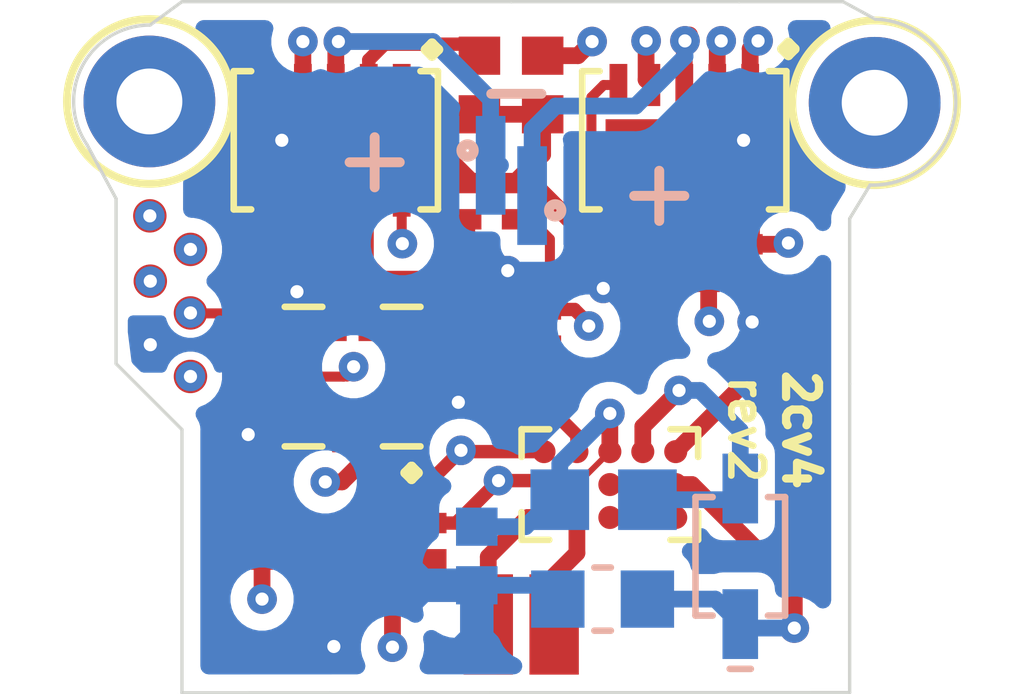
<source format=kicad_pcb>
(kicad_pcb (version 20171130) (host pcbnew "(5.1.4)-1")

  (general
    (thickness 0.8)
    (drawings 25)
    (tracks 277)
    (zones 0)
    (modules 33)
    (nets 30)
  )

  (page A4)
  (layers
    (0 F.Cu signal)
    (1 In1.Cu signal)
    (2 In2.Cu signal)
    (3 In3.Cu power)
    (4 In4.Cu power hide)
    (31 B.Cu signal)
    (32 B.Adhes user hide)
    (33 F.Adhes user hide)
    (34 B.Paste user hide)
    (35 F.Paste user hide)
    (36 B.SilkS user)
    (37 F.SilkS user hide)
    (38 B.Mask user hide)
    (39 F.Mask user hide)
    (40 Dwgs.User user hide)
    (41 Cmts.User user hide)
    (42 Eco1.User user hide)
    (43 Eco2.User user hide)
    (44 Edge.Cuts user)
    (45 Margin user hide)
    (46 B.CrtYd user hide)
    (47 F.CrtYd user hide)
    (48 B.Fab user hide)
    (49 F.Fab user hide)
  )

  (setup
    (last_trace_width 0.254)
    (user_trace_width 0.09)
    (user_trace_width 0.1016)
    (user_trace_width 0.152)
    (user_trace_width 0.2032)
    (user_trace_width 0.254)
    (trace_clearance 0.0889)
    (zone_clearance 0.254)
    (zone_45_only yes)
    (trace_min 0.0889)
    (via_size 0.45)
    (via_drill 0.2)
    (via_min_size 0.45)
    (via_min_drill 0.2)
    (user_via 0.45 0.2)
    (uvia_size 0.45)
    (uvia_drill 0.2)
    (uvias_allowed no)
    (uvia_min_size 0.2)
    (uvia_min_drill 0.1)
    (edge_width 0.15)
    (segment_width 0.2)
    (pcb_text_width 0.3)
    (pcb_text_size 1.5 1.5)
    (mod_edge_width 0.15)
    (mod_text_size 1 1)
    (mod_text_width 0.15)
    (pad_size 2 2)
    (pad_drill 1)
    (pad_to_mask_clearance 0.0254)
    (solder_mask_min_width 0.0762)
    (aux_axis_origin 13.2842 13.2842)
    (visible_elements 7FFFFFFF)
    (pcbplotparams
      (layerselection 0x010fc_ffffffff)
      (usegerberextensions false)
      (usegerberattributes false)
      (usegerberadvancedattributes false)
      (creategerberjobfile false)
      (excludeedgelayer true)
      (linewidth 0.100000)
      (plotframeref false)
      (viasonmask false)
      (mode 1)
      (useauxorigin false)
      (hpglpennumber 1)
      (hpglpenspeed 20)
      (hpglpendiameter 15.000000)
      (psnegative false)
      (psa4output false)
      (plotreference true)
      (plotvalue true)
      (plotinvisibletext false)
      (padsonsilk false)
      (subtractmaskfromsilk true)
      (outputformat 1)
      (mirror false)
      (drillshape 0)
      (scaleselection 1)
      (outputdirectory "Output/"))
  )

  (net 0 "")
  (net 1 "Net-(U1-PadB3)")
  (net 2 "Net-(U1-PadB4)")
  (net 3 "Net-(U1-PadC3)")
  (net 4 "Net-(U1-PadC4)")
  (net 5 "Net-(U1-PadC5)")
  (net 6 "Net-(D1-PadA)")
  (net 7 "Net-(C3-Pad1)")
  (net 8 GND)
  (net 9 +3V3)
  (net 10 "Net-(C5-Pad1)")
  (net 11 "Net-(D2-PadA)")
  (net 12 "Net-(C6-Pad1)")
  (net 13 "Net-(C5-Pad2)")
  (net 14 /SCL)
  (net 15 /SDA)
  (net 16 /EWL1)
  (net 17 /EWL2)
  (net 18 /Va)
  (net 19 "Net-(C9-Pad2)")
  (net 20 "Net-(C9-Pad1)")
  (net 21 "Net-(C10-Pad1)")
  (net 22 /Vb)
  (net 23 "Net-(D3-PadA)")
  (net 24 /ENT2)
  (net 25 /ENT1)
  (net 26 /_Wa)
  (net 27 "Net-(R1-Pad2)")
  (net 28 "Net-(R4-Pad2)")
  (net 29 /_Wb)

  (net_class Default "This is the default net class."
    (clearance 0.0889)
    (trace_width 0.0889)
    (via_dia 0.45)
    (via_drill 0.2)
    (uvia_dia 0.45)
    (uvia_drill 0.2)
    (add_net +3V3)
    (add_net /ENT1)
    (add_net /ENT2)
    (add_net /EWL1)
    (add_net /EWL2)
    (add_net /SCL)
    (add_net /SDA)
    (add_net /Va)
    (add_net /Vb)
    (add_net /_Wa)
    (add_net /_Wb)
    (add_net GND)
    (add_net "Net-(C10-Pad1)")
    (add_net "Net-(C3-Pad1)")
    (add_net "Net-(C5-Pad1)")
    (add_net "Net-(C5-Pad2)")
    (add_net "Net-(C6-Pad1)")
    (add_net "Net-(C9-Pad1)")
    (add_net "Net-(C9-Pad2)")
    (add_net "Net-(D1-PadA)")
    (add_net "Net-(D2-PadA)")
    (add_net "Net-(D3-PadA)")
    (add_net "Net-(R1-Pad2)")
    (add_net "Net-(R4-Pad2)")
    (add_net "Net-(U1-PadB3)")
    (add_net "Net-(U1-PadB4)")
    (add_net "Net-(U1-PadC3)")
    (add_net "Net-(U1-PadC4)")
    (add_net "Net-(U1-PadC5)")
  )

  (module .Package_QFN:QFN_14_P40_200X200X40L40X20L (layer F.Cu) (tedit 5D026C2E) (tstamp 5C19ED51)
    (at 15.875 18.98 90)
    (descr "Quad Flat No-Lead (QFN), 0.40 mm pitch; square, 5 pin X 2 pin, 2.00 mm L X 2.00 mm W X 0.40 mm H body")
    (path /5C189F4C)
    (attr smd)
    (fp_text reference U2 (at 0 0 90) (layer F.Fab)
      (effects (font (size 1 1) (thickness 0.1)))
    )
    (fp_text value TPL0102-100RUCR (at 0 0 90) (layer F.Fab)
      (effects (font (size 1.2 1.2) (thickness 0.12)))
    )
    (fp_line (start 1.01 1.13) (end 1.13 1.13) (layer F.CrtYd) (width 0.05))
    (fp_line (start 1.01 1.25) (end 1.01 1.13) (layer F.CrtYd) (width 0.05))
    (fp_line (start -1.01 1.25) (end 1.01 1.25) (layer F.CrtYd) (width 0.05))
    (fp_line (start -1.01 1.13) (end -1.01 1.25) (layer F.CrtYd) (width 0.05))
    (fp_line (start -1.13 1.13) (end -1.01 1.13) (layer F.CrtYd) (width 0.05))
    (fp_line (start -1.13 0.41) (end -1.13 1.13) (layer F.CrtYd) (width 0.05))
    (fp_line (start -1.25 0.41) (end -1.13 0.41) (layer F.CrtYd) (width 0.05))
    (fp_line (start -1.25 -0.41) (end -1.25 0.41) (layer F.CrtYd) (width 0.05))
    (fp_line (start -1.13 -0.41) (end -1.25 -0.41) (layer F.CrtYd) (width 0.05))
    (fp_line (start -1.13 -1.13) (end -1.13 -0.41) (layer F.CrtYd) (width 0.05))
    (fp_line (start -1.01 -1.13) (end -1.13 -1.13) (layer F.CrtYd) (width 0.05))
    (fp_line (start -1.01 -1.25) (end -1.01 -1.13) (layer F.CrtYd) (width 0.05))
    (fp_line (start 1.01 -1.25) (end -1.01 -1.25) (layer F.CrtYd) (width 0.05))
    (fp_line (start 1.01 -1.13) (end 1.01 -1.25) (layer F.CrtYd) (width 0.05))
    (fp_line (start 1.13 -1.13) (end 1.01 -1.13) (layer F.CrtYd) (width 0.05))
    (fp_line (start 1.13 -0.41) (end 1.13 -1.13) (layer F.CrtYd) (width 0.05))
    (fp_line (start 1.25 -0.41) (end 1.13 -0.41) (layer F.CrtYd) (width 0.05))
    (fp_line (start 1.25 0.41) (end 1.25 -0.41) (layer F.CrtYd) (width 0.05))
    (fp_line (start 1.13 0.41) (end 1.25 0.41) (layer F.CrtYd) (width 0.05))
    (fp_line (start 1.13 1.13) (end 1.13 0.41) (layer F.CrtYd) (width 0.05))
    (fp_line (start -1.06 -1.03) (end -1.06 -0.46) (layer F.SilkS) (width 0.1))
    (fp_line (start 1.06 -1.03) (end 1.06 -0.46) (layer F.SilkS) (width 0.1))
    (fp_line (start 1.06 1.03) (end 1.06 0.46) (layer F.SilkS) (width 0.1))
    (fp_line (start -1.06 1.03) (end -1.06 0.46) (layer F.SilkS) (width 0.1))
    (fp_circle (center 0 0) (end 0 0.25) (layer F.CrtYd) (width 0.05))
    (fp_line (start 1.03 1.03) (end -1.03 1.03) (layer F.Fab) (width 0.12))
    (fp_line (start 1.03 -1.03) (end 1.03 1.03) (layer F.Fab) (width 0.12))
    (fp_line (start -1.03 -1.03) (end 1.03 -1.03) (layer F.Fab) (width 0.12))
    (fp_line (start -1.03 1.03) (end -1.03 -1.03) (layer F.Fab) (width 0.12))
    (fp_line (start 1 1) (end -1 1) (layer Dwgs.User) (width 0.025))
    (fp_line (start 1 -1) (end 1 1) (layer Dwgs.User) (width 0.025))
    (fp_line (start -1 -1) (end 1 -1) (layer Dwgs.User) (width 0.025))
    (fp_line (start -1 1) (end -1 -1) (layer Dwgs.User) (width 0.025))
    (fp_line (start -1 0.1) (end -0.6 0.1) (layer Dwgs.User) (width 0.025))
    (fp_line (start -1 0.3) (end -1 0.1) (layer Dwgs.User) (width 0.025))
    (fp_line (start -0.6 0.3) (end -1 0.3) (layer Dwgs.User) (width 0.025))
    (fp_line (start -0.6 0.1) (end -0.6 0.3) (layer Dwgs.User) (width 0.025))
    (fp_line (start -1 -0.3) (end -0.6 -0.3) (layer Dwgs.User) (width 0.025))
    (fp_line (start -1 -0.1) (end -1 -0.3) (layer Dwgs.User) (width 0.025))
    (fp_line (start -0.6 -0.1) (end -1 -0.1) (layer Dwgs.User) (width 0.025))
    (fp_line (start -0.6 -0.3) (end -0.6 -0.1) (layer Dwgs.User) (width 0.025))
    (fp_line (start -0.7 -1) (end -0.7 -0.6) (layer Dwgs.User) (width 0.025))
    (fp_line (start -0.9 -1) (end -0.7 -1) (layer Dwgs.User) (width 0.025))
    (fp_line (start -0.9 -0.6) (end -0.9 -1) (layer Dwgs.User) (width 0.025))
    (fp_line (start -0.7 -0.6) (end -0.9 -0.6) (layer Dwgs.User) (width 0.025))
    (fp_line (start -0.3 -1) (end -0.3 -0.6) (layer Dwgs.User) (width 0.025))
    (fp_line (start -0.5 -1) (end -0.3 -1) (layer Dwgs.User) (width 0.025))
    (fp_line (start -0.5 -0.6) (end -0.5 -1) (layer Dwgs.User) (width 0.025))
    (fp_line (start -0.3 -0.6) (end -0.5 -0.6) (layer Dwgs.User) (width 0.025))
    (fp_line (start 0.1 -1) (end 0.1 -0.6) (layer Dwgs.User) (width 0.025))
    (fp_line (start -0.1 -1) (end 0.1 -1) (layer Dwgs.User) (width 0.025))
    (fp_line (start -0.1 -0.6) (end -0.1 -1) (layer Dwgs.User) (width 0.025))
    (fp_line (start 0.1 -0.6) (end -0.1 -0.6) (layer Dwgs.User) (width 0.025))
    (fp_line (start 0.5 -1) (end 0.5 -0.6) (layer Dwgs.User) (width 0.025))
    (fp_line (start 0.3 -1) (end 0.5 -1) (layer Dwgs.User) (width 0.025))
    (fp_line (start 0.3 -0.6) (end 0.3 -1) (layer Dwgs.User) (width 0.025))
    (fp_line (start 0.5 -0.6) (end 0.3 -0.6) (layer Dwgs.User) (width 0.025))
    (fp_line (start 0.9 -1) (end 0.9 -0.6) (layer Dwgs.User) (width 0.025))
    (fp_line (start 0.7 -1) (end 0.9 -1) (layer Dwgs.User) (width 0.025))
    (fp_line (start 0.7 -0.6) (end 0.7 -1) (layer Dwgs.User) (width 0.025))
    (fp_line (start 0.9 -0.6) (end 0.7 -0.6) (layer Dwgs.User) (width 0.025))
    (fp_line (start 1 -0.1) (end 0.6 -0.1) (layer Dwgs.User) (width 0.025))
    (fp_line (start 1 -0.3) (end 1 -0.1) (layer Dwgs.User) (width 0.025))
    (fp_line (start 0.6 -0.3) (end 1 -0.3) (layer Dwgs.User) (width 0.025))
    (fp_line (start 0.6 -0.1) (end 0.6 -0.3) (layer Dwgs.User) (width 0.025))
    (fp_line (start 1 0.3) (end 0.6 0.3) (layer Dwgs.User) (width 0.025))
    (fp_line (start 1 0.1) (end 1 0.3) (layer Dwgs.User) (width 0.025))
    (fp_line (start 0.6 0.1) (end 1 0.1) (layer Dwgs.User) (width 0.025))
    (fp_line (start 0.6 0.3) (end 0.6 0.1) (layer Dwgs.User) (width 0.025))
    (fp_line (start 0.7 1) (end 0.7 0.6) (layer Dwgs.User) (width 0.025))
    (fp_line (start 0.9 1) (end 0.7 1) (layer Dwgs.User) (width 0.025))
    (fp_line (start 0.9 0.6) (end 0.9 1) (layer Dwgs.User) (width 0.025))
    (fp_line (start 0.7 0.6) (end 0.9 0.6) (layer Dwgs.User) (width 0.025))
    (fp_line (start 0.3 1) (end 0.3 0.6) (layer Dwgs.User) (width 0.025))
    (fp_line (start 0.5 1) (end 0.3 1) (layer Dwgs.User) (width 0.025))
    (fp_line (start 0.5 0.6) (end 0.5 1) (layer Dwgs.User) (width 0.025))
    (fp_line (start 0.3 0.6) (end 0.5 0.6) (layer Dwgs.User) (width 0.025))
    (fp_line (start -0.1 1) (end -0.1 0.6) (layer Dwgs.User) (width 0.025))
    (fp_line (start 0.1 1) (end -0.1 1) (layer Dwgs.User) (width 0.025))
    (fp_line (start 0.1 0.6) (end 0.1 1) (layer Dwgs.User) (width 0.025))
    (fp_line (start -0.1 0.6) (end 0.1 0.6) (layer Dwgs.User) (width 0.025))
    (fp_line (start -0.5 1) (end -0.5 0.6) (layer Dwgs.User) (width 0.025))
    (fp_line (start -0.3 1) (end -0.5 1) (layer Dwgs.User) (width 0.025))
    (fp_line (start -0.3 0.6) (end -0.3 1) (layer Dwgs.User) (width 0.025))
    (fp_line (start -0.5 0.6) (end -0.3 0.6) (layer Dwgs.User) (width 0.025))
    (fp_line (start -0.9 1) (end -0.9 0.6) (layer Dwgs.User) (width 0.025))
    (fp_line (start -0.7 1) (end -0.9 1) (layer Dwgs.User) (width 0.025))
    (fp_line (start -0.7 0.6) (end -0.7 1) (layer Dwgs.User) (width 0.025))
    (fp_line (start -0.9 0.6) (end -0.7 0.6) (layer Dwgs.User) (width 0.025))
    (pad 14 smd rect (at -0.845 0.2 90) (size 0.61 0.22) (layers F.Cu F.Paste F.Mask)
      (net 9 +3V3))
    (pad 13 smd rect (at -0.845 -0.2 90) (size 0.61 0.22) (layers F.Cu F.Paste F.Mask)
      (net 8 GND))
    (pad 12 smd rect (at -0.8 -0.845 180) (size 0.61 0.22) (layers F.Cu F.Paste F.Mask)
      (net 8 GND))
    (pad 11 smd rect (at -0.4 -0.845 180) (size 0.61 0.22) (layers F.Cu F.Paste F.Mask)
      (net 8 GND))
    (pad 10 smd rect (at 0 -0.845 180) (size 0.61 0.22) (layers F.Cu F.Paste F.Mask)
      (net 14 /SCL))
    (pad 9 smd rect (at 0.4 -0.845 180) (size 0.61 0.22) (layers F.Cu F.Paste F.Mask)
      (net 15 /SDA))
    (pad 8 smd rect (at 0.8 -0.845 180) (size 0.61 0.22) (layers F.Cu F.Paste F.Mask)
      (net 8 GND))
    (pad 7 smd rect (at 0.845 -0.2 90) (size 0.61 0.22) (layers F.Cu F.Paste F.Mask)
      (net 8 GND))
    (pad 6 smd rect (at 0.845 0.2 90) (size 0.61 0.22) (layers F.Cu F.Paste F.Mask)
      (net 29 /_Wb))
    (pad 5 smd rect (at 0.8 0.845 180) (size 0.61 0.22) (layers F.Cu F.Paste F.Mask)
      (net 8 GND))
    (pad 4 smd rect (at 0.4 0.845 180) (size 0.61 0.22) (layers F.Cu F.Paste F.Mask)
      (net 22 /Vb))
    (pad 3 smd rect (at 0 0.845 180) (size 0.61 0.22) (layers F.Cu F.Paste F.Mask)
      (net 26 /_Wa))
    (pad 2 smd rect (at -0.4 0.845 180) (size 0.61 0.22) (layers F.Cu F.Paste F.Mask)
      (net 8 GND))
    (pad 1 smd rect (at -0.8 0.845 180) (size 0.61 0.22) (layers F.Cu F.Paste F.Mask)
      (net 18 /Va))
    (model ${KICAD_AHARONI_LAB}/Modules/Package_QFN.pretty/QFN_14_P40_200X200X40L40X20L.STEP
      (at (xyz 0 0 0))
      (scale (xyz 1 1 1))
      (rotate (xyz -90 0 0))
    )
  )

  (module .Package_SON:SON_11_P50_300X200X80L40X25T239X64L (layer F.Cu) (tedit 5D026CCD) (tstamp 5DC22CB0)
    (at 15.62 15.39 180)
    (descr "Small Outline No-Lead (SON with Tab), 0.50 mm pitch; 10 pin, 3.00 mm L X 2.00 mm W X 0.80 mm H body")
    (path /5C18A1DE)
    (attr smd)
    (fp_text reference U3 (at 0 0) (layer F.Fab)
      (effects (font (size 1 1) (thickness 0.1)))
    )
    (fp_text value LTC3218 (at 0 0) (layer F.Fab)
      (effects (font (size 1.2 1.2) (thickness 0.12)))
    )
    (fp_line (start 1.235 1.15) (end 1.65 1.15) (layer F.CrtYd) (width 0.05))
    (fp_line (start 1.235 1.26) (end 1.235 1.15) (layer F.CrtYd) (width 0.05))
    (fp_line (start -1.235 1.26) (end 1.235 1.26) (layer F.CrtYd) (width 0.05))
    (fp_line (start -1.235 1.15) (end -1.235 1.26) (layer F.CrtYd) (width 0.05))
    (fp_line (start -1.65 1.15) (end -1.235 1.15) (layer F.CrtYd) (width 0.05))
    (fp_line (start -1.65 -1.15) (end -1.65 1.15) (layer F.CrtYd) (width 0.05))
    (fp_line (start -1.235 -1.15) (end -1.65 -1.15) (layer F.CrtYd) (width 0.05))
    (fp_line (start -1.235 -1.26) (end -1.235 -1.15) (layer F.CrtYd) (width 0.05))
    (fp_line (start 1.235 -1.26) (end -1.235 -1.26) (layer F.CrtYd) (width 0.05))
    (fp_line (start 1.235 -1.15) (end 1.235 -1.26) (layer F.CrtYd) (width 0.05))
    (fp_line (start 1.65 -1.15) (end 1.235 -1.15) (layer F.CrtYd) (width 0.05))
    (fp_line (start 1.65 1.15) (end 1.65 -1.15) (layer F.CrtYd) (width 0.05))
    (fp_line (start -1.55 -1.05) (end -1.285 -1.05) (layer F.SilkS) (width 0.1))
    (fp_line (start -1.55 1.05) (end -1.55 -1.05) (layer F.SilkS) (width 0.1))
    (fp_line (start -1.285 1.05) (end -1.55 1.05) (layer F.SilkS) (width 0.1))
    (fp_line (start 1.55 -1.05) (end 1.285 -1.05) (layer F.SilkS) (width 0.1))
    (fp_line (start 1.55 1.05) (end 1.55 -1.05) (layer F.SilkS) (width 0.1))
    (fp_line (start 1.285 1.05) (end 1.55 1.05) (layer F.SilkS) (width 0.1))
    (fp_circle (center 0 0) (end 0 0.25) (layer F.CrtYd) (width 0.05))
    (fp_line (start 1.55 1.05) (end -1.55 1.05) (layer F.Fab) (width 0.12))
    (fp_line (start 1.55 -1.05) (end 1.55 1.05) (layer F.Fab) (width 0.12))
    (fp_line (start -1.55 -1.05) (end 1.55 -1.05) (layer F.Fab) (width 0.12))
    (fp_line (start -1.55 1.05) (end -1.55 -1.05) (layer F.Fab) (width 0.12))
    (fp_line (start 1.5 1) (end -1.5 1) (layer Dwgs.User) (width 0.025))
    (fp_line (start 1.5 -1) (end 1.5 1) (layer Dwgs.User) (width 0.025))
    (fp_line (start -1.5 -1) (end 1.5 -1) (layer Dwgs.User) (width 0.025))
    (fp_line (start -1.5 1) (end -1.5 -1) (layer Dwgs.User) (width 0.025))
    (fp_line (start -1.195 0.07) (end -0.945 0.32) (layer Dwgs.User) (width 0.025))
    (fp_line (start -1.195 -0.27) (end -1.195 0.07) (layer Dwgs.User) (width 0.025))
    (fp_arc (start -1.145 -0.27) (end -1.195 -0.27) (angle 90) (layer Dwgs.User) (width 0.025))
    (fp_line (start 1.145 -0.32) (end -1.145 -0.32) (layer Dwgs.User) (width 0.025))
    (fp_arc (start 1.145 -0.27) (end 1.145 -0.32) (angle 90) (layer Dwgs.User) (width 0.025))
    (fp_line (start 1.195 0.27) (end 1.195 -0.27) (layer Dwgs.User) (width 0.025))
    (fp_arc (start 1.145 0.27) (end 1.195 0.27) (angle 90) (layer Dwgs.User) (width 0.025))
    (fp_line (start -0.945 0.32) (end 1.145 0.32) (layer Dwgs.User) (width 0.025))
    (fp_line (start -0.875 -1) (end -1.125 -1) (layer Dwgs.User) (width 0.025))
    (fp_line (start -0.875 -0.725) (end -0.875 -1) (layer Dwgs.User) (width 0.025))
    (fp_arc (start -1 -0.725) (end -0.875 -0.725) (angle 180) (layer Dwgs.User) (width 0.025))
    (fp_line (start -1.125 -1) (end -1.125 -0.725) (layer Dwgs.User) (width 0.025))
    (fp_line (start -0.375 -1) (end -0.625 -1) (layer Dwgs.User) (width 0.025))
    (fp_line (start -0.375 -0.725) (end -0.375 -1) (layer Dwgs.User) (width 0.025))
    (fp_arc (start -0.5 -0.725) (end -0.375 -0.725) (angle 180) (layer Dwgs.User) (width 0.025))
    (fp_line (start -0.625 -1) (end -0.625 -0.725) (layer Dwgs.User) (width 0.025))
    (fp_line (start 0.125 -1) (end -0.125 -1) (layer Dwgs.User) (width 0.025))
    (fp_line (start 0.125 -0.725) (end 0.125 -1) (layer Dwgs.User) (width 0.025))
    (fp_arc (start 0 -0.725) (end 0.125 -0.725) (angle 180) (layer Dwgs.User) (width 0.025))
    (fp_line (start -0.125 -1) (end -0.125 -0.725) (layer Dwgs.User) (width 0.025))
    (fp_line (start 0.625 -1) (end 0.375 -1) (layer Dwgs.User) (width 0.025))
    (fp_line (start 0.625 -0.725) (end 0.625 -1) (layer Dwgs.User) (width 0.025))
    (fp_arc (start 0.5 -0.725) (end 0.625 -0.725) (angle 180) (layer Dwgs.User) (width 0.025))
    (fp_line (start 0.375 -1) (end 0.375 -0.725) (layer Dwgs.User) (width 0.025))
    (fp_line (start 1.125 -1) (end 0.875 -1) (layer Dwgs.User) (width 0.025))
    (fp_line (start 1.125 -0.725) (end 1.125 -1) (layer Dwgs.User) (width 0.025))
    (fp_arc (start 1 -0.725) (end 1.125 -0.725) (angle 180) (layer Dwgs.User) (width 0.025))
    (fp_line (start 0.875 -1) (end 0.875 -0.725) (layer Dwgs.User) (width 0.025))
    (fp_line (start 0.875 1) (end 1.125 1) (layer Dwgs.User) (width 0.025))
    (fp_line (start 0.875 0.725) (end 0.875 1) (layer Dwgs.User) (width 0.025))
    (fp_arc (start 1 0.725) (end 0.875 0.725) (angle 180) (layer Dwgs.User) (width 0.025))
    (fp_line (start 1.125 1) (end 1.125 0.725) (layer Dwgs.User) (width 0.025))
    (fp_line (start 0.375 1) (end 0.625 1) (layer Dwgs.User) (width 0.025))
    (fp_line (start 0.375 0.725) (end 0.375 1) (layer Dwgs.User) (width 0.025))
    (fp_arc (start 0.5 0.725) (end 0.375 0.725) (angle 180) (layer Dwgs.User) (width 0.025))
    (fp_line (start 0.625 1) (end 0.625 0.725) (layer Dwgs.User) (width 0.025))
    (fp_line (start -0.125 1) (end 0.125 1) (layer Dwgs.User) (width 0.025))
    (fp_line (start -0.125 0.725) (end -0.125 1) (layer Dwgs.User) (width 0.025))
    (fp_arc (start 0 0.725) (end -0.125 0.725) (angle 180) (layer Dwgs.User) (width 0.025))
    (fp_line (start 0.125 1) (end 0.125 0.725) (layer Dwgs.User) (width 0.025))
    (fp_line (start -0.625 1) (end -0.375 1) (layer Dwgs.User) (width 0.025))
    (fp_line (start -0.625 0.725) (end -0.625 1) (layer Dwgs.User) (width 0.025))
    (fp_arc (start -0.5 0.725) (end -0.625 0.725) (angle 180) (layer Dwgs.User) (width 0.025))
    (fp_line (start -0.375 1) (end -0.375 0.725) (layer Dwgs.User) (width 0.025))
    (fp_line (start -1.125 1) (end -0.875 1) (layer Dwgs.User) (width 0.025))
    (fp_line (start -1.125 0.725) (end -1.125 1) (layer Dwgs.User) (width 0.025))
    (fp_arc (start -1 0.725) (end -1.125 0.725) (angle 180) (layer Dwgs.User) (width 0.025))
    (fp_line (start -0.875 1) (end -0.875 0.725) (layer Dwgs.User) (width 0.025))
    (pad 11 smd rect (at 0 0 270) (size 0.64 2.39) (layers F.Cu F.Paste F.Mask)
      (net 8 GND))
    (pad 10 smd rect (at -1 -0.84 270) (size 0.64 0.27) (layers F.Cu F.Paste F.Mask)
      (net 9 +3V3))
    (pad 9 smd rect (at -0.5 -0.84 270) (size 0.64 0.27) (layers F.Cu F.Paste F.Mask)
      (net 10 "Net-(C5-Pad1)"))
    (pad 8 smd rect (at 0 -0.84 270) (size 0.64 0.27) (layers F.Cu F.Paste F.Mask)
      (net 8 GND))
    (pad 7 smd rect (at 0.5 -0.84 270) (size 0.64 0.27) (layers F.Cu F.Paste F.Mask)
      (net 8 GND))
    (pad 6 smd rect (at 1 -0.84 270) (size 0.64 0.27) (layers F.Cu F.Paste F.Mask)
      (net 27 "Net-(R1-Pad2)"))
    (pad 5 smd rect (at 1 0.84 270) (size 0.64 0.27) (layers F.Cu F.Paste F.Mask)
      (net 27 "Net-(R1-Pad2)"))
    (pad 4 smd rect (at 0.5 0.84 270) (size 0.64 0.27) (layers F.Cu F.Paste F.Mask)
      (net 25 /ENT1))
    (pad 3 smd rect (at 0 0.84 270) (size 0.64 0.27) (layers F.Cu F.Paste F.Mask)
      (net 11 "Net-(D2-PadA)"))
    (pad 2 smd rect (at -0.5 0.84 270) (size 0.64 0.27) (layers F.Cu F.Paste F.Mask)
      (net 12 "Net-(C6-Pad1)"))
    (pad 1 smd rect (at -1 0.84 270) (size 0.64 0.27) (layers F.Cu F.Paste F.Mask)
      (net 13 "Net-(C5-Pad2)"))
    (model ${KICAD_AHARONI_LAB}/Modules/Package_SON.pretty/SON_11_P50_300X200X80L40X25T239X64L.STEP
      (at (xyz 0 0 0))
      (scale (xyz 1 1 1))
      (rotate (xyz -90 0 0))
    )
  )

  (module Connector_Pin:Pin_D1.0mm_L10.0mm (layer F.Cu) (tedit 5DC06955) (tstamp 5DBB0355)
    (at 12.79 14.8)
    (descr "solder Pin_ diameter 1.0mm, hole diameter 1.0mm (press fit), length 10.0mm")
    (tags "solder Pin_ press fit")
    (fp_text reference REF** (at 0 2.25) (layer F.SilkS) hide
      (effects (font (size 1 1) (thickness 0.15)))
    )
    (fp_text value Pin_D1.0mm_L10.0mm (at 0 -2.05) (layer F.Fab)
      (effects (font (size 1 1) (thickness 0.15)))
    )
    (fp_circle (center 0 0) (end 1.25 0.05) (layer F.SilkS) (width 0.12))
    (fp_circle (center 0 0) (end 1 0) (layer F.Fab) (width 0.12))
    (fp_circle (center 0 0) (end 0.5 0) (layer F.Fab) (width 0.12))
    (fp_circle (center 0 0) (end 1 0) (layer F.CrtYd) (width 0.05))
    (fp_text user %R (at 0 2.25) (layer F.Fab)
      (effects (font (size 1 1) (thickness 0.15)))
    )
    (pad 1 thru_hole circle (at 0 0) (size 2 2) (drill 1) (layers *.Cu *.Mask))
    (model "${KIPRJMOD}/3D Files/96817A704_THREAD-FORMING SCREW FOR THIN PLASTIC.STEP"
      (at (xyz 0 0 0))
      (scale (xyz 1 1 1))
      (rotate (xyz 0 0 0))
    )
  )

  (module Connector_Pin:Pin_D1.0mm_L10.0mm (layer F.Cu) (tedit 5DC06931) (tstamp 5DBB0359)
    (at 23.8 14.82)
    (descr "solder Pin_ diameter 1.0mm, hole diameter 1.0mm (press fit), length 10.0mm")
    (tags "solder Pin_ press fit")
    (fp_text reference REF** (at 3.77 1.34) (layer F.SilkS) hide
      (effects (font (size 1 1) (thickness 0.15)))
    )
    (fp_text value Pin_D1.0mm_L10.0mm (at 0 -2.05) (layer F.Fab)
      (effects (font (size 1 1) (thickness 0.15)))
    )
    (fp_text user %R (at 0 2.25) (layer F.Fab)
      (effects (font (size 1 1) (thickness 0.15)))
    )
    (fp_circle (center 0 0) (end 1 0) (layer F.CrtYd) (width 0.05))
    (fp_circle (center 0 0) (end 0.5 0) (layer F.Fab) (width 0.12))
    (fp_circle (center 0 0) (end 1 0) (layer F.Fab) (width 0.12))
    (fp_circle (center 0 0) (end 1.25 0.05) (layer F.SilkS) (width 0.12))
    (pad 1 thru_hole circle (at 0 0) (size 2 2) (drill 1) (layers *.Cu *.Mask))
    (model "${KIPRJMOD}/3D Files/96817A704_THREAD-FORMING SCREW FOR THIN PLASTIC.STEP"
      (at (xyz 0 0 0))
      (scale (xyz 1 1 1))
      (rotate (xyz 0 0 0))
    )
  )

  (module .LED:LED_LXZ1_PR01_L (layer B.Cu) (tedit 5DC20835) (tstamp 5DC2B8C6)
    (at 17.62 15.77 180)
    (descr "LED, Chip; 1.30 mm L X 1.70 mm W X 0.76 mm H body")
    (path /5DBAF281)
    (attr smd)
    (fp_text reference D2 (at 0 0 180) (layer B.Fab) hide
      (effects (font (size 1 1) (thickness 0.1)) (justify mirror))
    )
    (fp_text value LXZ1-PR01 (at 0 0 180) (layer B.Fab)
      (effects (font (size 1.2 1.2) (thickness 0.12)) (justify mirror))
    )
    (fp_circle (center 0 0.225) (end 0.02 0.225) (layer B.SilkS) (width 0.15))
    (fp_line (start 0 0.35) (end 0 -0.35) (layer B.CrtYd) (width 0.05))
    (fp_line (start 0.35 0) (end -0.35 0) (layer B.CrtYd) (width 0.05))
    (fp_circle (center 0 0) (end 0 -0.25) (layer B.CrtYd) (width 0.05))
    (fp_line (start 0.79 -0.99) (end -0.79 -0.99) (layer B.CrtYd) (width 0.05))
    (fp_line (start 0.79 0.99) (end 0.79 -0.99) (layer B.CrtYd) (width 0.05))
    (fp_line (start -0.79 0.99) (end 0.79 0.99) (layer B.CrtYd) (width 0.05))
    (fp_line (start -0.79 -0.99) (end -0.79 0.99) (layer B.CrtYd) (width 0.05))
    (fp_line (start 0.69 -0.89) (end -0.69 -0.89) (layer B.Fab) (width 0.12))
    (fp_line (start 0.69 0.89) (end 0.69 -0.89) (layer B.Fab) (width 0.12))
    (fp_line (start -0.69 0.89) (end 0.69 0.89) (layer B.Fab) (width 0.12))
    (fp_line (start -0.69 -0.89) (end -0.69 0.89) (layer B.Fab) (width 0.12))
    (fp_line (start 0.65 -0.85) (end -0.65 -0.85) (layer Dwgs.User) (width 0.025))
    (fp_line (start 0.65 0.85) (end 0.65 -0.85) (layer Dwgs.User) (width 0.025))
    (fp_line (start -0.65 0.85) (end 0.65 0.85) (layer Dwgs.User) (width 0.025))
    (fp_line (start -0.65 -0.85) (end -0.65 0.85) (layer Dwgs.User) (width 0.025))
    (fp_line (start 0.65 -0.85) (end 0.35 -0.85) (layer Dwgs.User) (width 0.025))
    (fp_line (start 0.65 0.85) (end 0.65 -0.85) (layer Dwgs.User) (width 0.025))
    (fp_line (start 0.35 0.85) (end 0.65 0.85) (layer Dwgs.User) (width 0.025))
    (fp_line (start 0.35 -0.85) (end 0.35 0.85) (layer Dwgs.User) (width 0.025))
    (fp_line (start -0.65 0.85) (end -0.35 0.85) (layer Dwgs.User) (width 0.025))
    (fp_line (start -0.65 -0.85) (end -0.65 0.85) (layer Dwgs.User) (width 0.025))
    (fp_line (start -0.35 -0.85) (end -0.65 -0.85) (layer Dwgs.User) (width 0.025))
    (fp_line (start -0.35 0.85) (end -0.35 -0.85) (layer Dwgs.User) (width 0.025))
    (pad C smd rect (at 0.35 0 180) (size 0.45 1.5) (layers B.Cu B.Paste B.Mask)
      (net 8 GND) (zone_connect 2))
    (pad A smd rect (at -0.35 0 180) (size 0.45 1.5) (layers B.Cu B.Paste B.Mask)
      (net 11 "Net-(D2-PadA)"))
    (model "${KIPRJMOD}/3D Files/LUXEON Z InGaN Direct Color 0660.STEP"
      (offset (xyz 0.04 0.2 0.3454))
      (scale (xyz 1 1 1))
      (rotate (xyz -90 0 180))
    )
  )

  (module .Resistor:R_0201_0603Metric_ERJ_L (layer F.Cu) (tedit 5D026941) (tstamp 5DC22C23)
    (at 14.935 17.05 180)
    (descr "Resistor, Chip; 0.60 mm L X 0.30 mm W X 0.26 mm H body")
    (path /5C1AA029)
    (attr smd)
    (fp_text reference R1 (at 0 0) (layer F.Fab)
      (effects (font (size 1 1) (thickness 0.1)))
    )
    (fp_text value ERJ-1GEF1022C (at 0 0) (layer F.Fab)
      (effects (font (size 1.2 1.2) (thickness 0.12)))
    )
    (fp_circle (center 0 0) (end 0 0.1013) (layer F.CrtYd) (width 0.05))
    (fp_line (start 0.53 0.27) (end -0.53 0.27) (layer F.CrtYd) (width 0.05))
    (fp_line (start 0.53 -0.27) (end 0.53 0.27) (layer F.CrtYd) (width 0.05))
    (fp_line (start -0.53 -0.27) (end 0.53 -0.27) (layer F.CrtYd) (width 0.05))
    (fp_line (start -0.53 0.27) (end -0.53 -0.27) (layer F.CrtYd) (width 0.05))
    (fp_line (start 0.32 0.17) (end -0.32 0.17) (layer F.Fab) (width 0.12))
    (fp_line (start 0.32 -0.17) (end 0.32 0.17) (layer F.Fab) (width 0.12))
    (fp_line (start -0.32 -0.17) (end 0.32 -0.17) (layer F.Fab) (width 0.12))
    (fp_line (start -0.32 0.17) (end -0.32 -0.17) (layer F.Fab) (width 0.12))
    (fp_line (start 0.3 0.15) (end -0.3 0.15) (layer Dwgs.User) (width 0.025))
    (fp_line (start 0.3 -0.15) (end 0.3 0.15) (layer Dwgs.User) (width 0.025))
    (fp_line (start -0.3 -0.15) (end 0.3 -0.15) (layer Dwgs.User) (width 0.025))
    (fp_line (start -0.3 0.15) (end -0.3 -0.15) (layer Dwgs.User) (width 0.025))
    (fp_line (start 0.3 0.15) (end 0.15 0.15) (layer Dwgs.User) (width 0.025))
    (fp_line (start 0.3 -0.15) (end 0.3 0.15) (layer Dwgs.User) (width 0.025))
    (fp_line (start 0.15 -0.15) (end 0.3 -0.15) (layer Dwgs.User) (width 0.025))
    (fp_line (start 0.15 0.15) (end 0.15 -0.15) (layer Dwgs.User) (width 0.025))
    (fp_line (start -0.3 -0.15) (end -0.15 -0.15) (layer Dwgs.User) (width 0.025))
    (fp_line (start -0.3 0.15) (end -0.3 -0.15) (layer Dwgs.User) (width 0.025))
    (fp_line (start -0.15 0.15) (end -0.3 0.15) (layer Dwgs.User) (width 0.025))
    (fp_line (start -0.15 -0.15) (end -0.15 0.15) (layer Dwgs.User) (width 0.025))
    (pad 2 smd rect (at 0.275 0 180) (size 0.31 0.34) (layers F.Cu F.Paste F.Mask)
      (net 27 "Net-(R1-Pad2)"))
    (pad 1 smd rect (at -0.275 0 180) (size 0.31 0.34) (layers F.Cu F.Paste F.Mask)
      (net 29 /_Wb))
    (model ${KICAD_AHARONI_LAB}/Modules/Resistor.pretty/R_0201_0603Metric_ERJ_L.STEP
      (at (xyz 0 0 0))
      (scale (xyz 1 1 1))
      (rotate (xyz -90 0 0))
    )
  )

  (module .Connector:Conn_1x1_700_Circular_Pad (layer F.Cu) (tedit 5D7DA6FF) (tstamp 5CFFF6B8)
    (at 12.79652 16.53794)
    (path /5D08606C)
    (fp_text reference H1 (at 0 0.5) (layer F.SilkS) hide
      (effects (font (size 1 1) (thickness 0.15)))
    )
    (fp_text value MountingHole_Pad (at 0 -0.5) (layer F.Fab)
      (effects (font (size 1 1) (thickness 0.15)))
    )
    (pad 1 smd circle (at 0 0) (size 0.508 0.508) (layers F.Cu F.Paste F.Mask)
      (net 24 /ENT2))
  )

  (module .Resistor:R_0201_0603Metric_ERJ_L (layer F.Cu) (tedit 5D026941) (tstamp 5CFFF6D6)
    (at 20.255 17.05 180)
    (descr "Resistor, Chip; 0.60 mm L X 0.30 mm W X 0.26 mm H body")
    (path /5D02BCB7)
    (attr smd)
    (fp_text reference R4 (at 0 0) (layer F.Fab)
      (effects (font (size 1 1) (thickness 0.1)))
    )
    (fp_text value ERJ-1GEF1022C (at 0 0) (layer F.Fab)
      (effects (font (size 1.2 1.2) (thickness 0.12)))
    )
    (fp_circle (center 0 0) (end 0 0.1013) (layer F.CrtYd) (width 0.05))
    (fp_line (start 0.53 0.27) (end -0.53 0.27) (layer F.CrtYd) (width 0.05))
    (fp_line (start 0.53 -0.27) (end 0.53 0.27) (layer F.CrtYd) (width 0.05))
    (fp_line (start -0.53 -0.27) (end 0.53 -0.27) (layer F.CrtYd) (width 0.05))
    (fp_line (start -0.53 0.27) (end -0.53 -0.27) (layer F.CrtYd) (width 0.05))
    (fp_line (start 0.32 0.17) (end -0.32 0.17) (layer F.Fab) (width 0.12))
    (fp_line (start 0.32 -0.17) (end 0.32 0.17) (layer F.Fab) (width 0.12))
    (fp_line (start -0.32 -0.17) (end 0.32 -0.17) (layer F.Fab) (width 0.12))
    (fp_line (start -0.32 0.17) (end -0.32 -0.17) (layer F.Fab) (width 0.12))
    (fp_line (start 0.3 0.15) (end -0.3 0.15) (layer Dwgs.User) (width 0.025))
    (fp_line (start 0.3 -0.15) (end 0.3 0.15) (layer Dwgs.User) (width 0.025))
    (fp_line (start -0.3 -0.15) (end 0.3 -0.15) (layer Dwgs.User) (width 0.025))
    (fp_line (start -0.3 0.15) (end -0.3 -0.15) (layer Dwgs.User) (width 0.025))
    (fp_line (start 0.3 0.15) (end 0.15 0.15) (layer Dwgs.User) (width 0.025))
    (fp_line (start 0.3 -0.15) (end 0.3 0.15) (layer Dwgs.User) (width 0.025))
    (fp_line (start 0.15 -0.15) (end 0.3 -0.15) (layer Dwgs.User) (width 0.025))
    (fp_line (start 0.15 0.15) (end 0.15 -0.15) (layer Dwgs.User) (width 0.025))
    (fp_line (start -0.3 -0.15) (end -0.15 -0.15) (layer Dwgs.User) (width 0.025))
    (fp_line (start -0.3 0.15) (end -0.3 -0.15) (layer Dwgs.User) (width 0.025))
    (fp_line (start -0.15 0.15) (end -0.3 0.15) (layer Dwgs.User) (width 0.025))
    (fp_line (start -0.15 -0.15) (end -0.15 0.15) (layer Dwgs.User) (width 0.025))
    (pad 2 smd rect (at 0.275 0 180) (size 0.31 0.34) (layers F.Cu F.Paste F.Mask)
      (net 28 "Net-(R4-Pad2)"))
    (pad 1 smd rect (at -0.275 0 180) (size 0.31 0.34) (layers F.Cu F.Paste F.Mask)
      (net 26 /_Wa))
    (model ${KICAD_AHARONI_LAB}/Modules/Resistor.pretty/R_0201_0603Metric_ERJ_L.STEP
      (at (xyz 0 0 0))
      (scale (xyz 1 1 1))
      (rotate (xyz -90 0 0))
    )
  )

  (module .Diode:SOD_323_250X125X110L30X32L (layer B.Cu) (tedit 5D026C8F) (tstamp 5D02FFD5)
    (at 21.76 21.71 90)
    (descr "Diode, Small Outline Diode (SOD); 1.70 mm L X 1.25 mm W X 1.10 mm H body")
    (path /5C18B231)
    (attr smd)
    (fp_text reference D1 (at 0 0 90) (layer B.Fab)
      (effects (font (size 1 1) (thickness 0.1)) (justify mirror))
    )
    (fp_text value BAS316 (at 0 0 90) (layer B.Fab)
      (effects (font (size 1.2 1.2) (thickness 0.12)) (justify mirror))
    )
    (fp_line (start -1 -0.37) (end -1 -0.78) (layer B.CrtYd) (width 0.05))
    (fp_line (start -1.66 -0.37) (end -1 -0.37) (layer B.CrtYd) (width 0.05))
    (fp_line (start -1.66 0.37) (end -1.66 -0.37) (layer B.CrtYd) (width 0.05))
    (fp_line (start -1 0.37) (end -1.66 0.37) (layer B.CrtYd) (width 0.05))
    (fp_line (start -1 0.78) (end -1 0.37) (layer B.CrtYd) (width 0.05))
    (fp_line (start 1 0.78) (end -1 0.78) (layer B.CrtYd) (width 0.05))
    (fp_line (start 1 0.37) (end 1 0.78) (layer B.CrtYd) (width 0.05))
    (fp_line (start 1.66 0.37) (end 1 0.37) (layer B.CrtYd) (width 0.05))
    (fp_line (start 1.66 -0.37) (end 1.66 0.37) (layer B.CrtYd) (width 0.05))
    (fp_line (start 1 -0.37) (end 1.66 -0.37) (layer B.CrtYd) (width 0.05))
    (fp_line (start 1 -0.78) (end 1 -0.37) (layer B.CrtYd) (width 0.05))
    (fp_line (start -1 -0.78) (end 1 -0.78) (layer B.CrtYd) (width 0.05))
    (fp_line (start -1.71 -0.16) (end -1.71 0.16) (layer B.SilkS) (width 0.1))
    (fp_line (start 0.9 0.68) (end 0.9 0.42) (layer B.SilkS) (width 0.1))
    (fp_line (start -0.9 0.68) (end 0.9 0.68) (layer B.SilkS) (width 0.1))
    (fp_line (start -0.9 -0.68) (end -0.9 -0.42) (layer B.SilkS) (width 0.1))
    (fp_line (start 0.9 -0.68) (end -0.9 -0.68) (layer B.SilkS) (width 0.1))
    (fp_circle (center 0 0) (end 0 -0.25) (layer B.CrtYd) (width 0.05))
    (fp_line (start 0.9 -0.42) (end 0.9 -0.68) (layer B.SilkS) (width 0.1))
    (fp_line (start -0.9 0.42) (end -0.9 0.68) (layer B.SilkS) (width 0.1))
    (fp_line (start 0.9 -0.68) (end -0.9 -0.68) (layer B.Fab) (width 0.12))
    (fp_line (start 0.9 0.68) (end 0.9 -0.68) (layer B.Fab) (width 0.12))
    (fp_line (start -0.9 0.68) (end 0.9 0.68) (layer B.Fab) (width 0.12))
    (fp_line (start -0.9 -0.68) (end -0.9 0.68) (layer B.Fab) (width 0.12))
    (fp_line (start 0.85 -0.625) (end -0.85 -0.625) (layer Dwgs.User) (width 0.025))
    (fp_line (start 0.85 0.625) (end 0.85 -0.625) (layer Dwgs.User) (width 0.025))
    (fp_line (start -0.85 0.625) (end 0.85 0.625) (layer Dwgs.User) (width 0.025))
    (fp_line (start -0.85 -0.625) (end -0.85 0.625) (layer Dwgs.User) (width 0.025))
    (fp_line (start 1.25 -0.1625) (end 0.95 -0.1625) (layer Dwgs.User) (width 0.025))
    (fp_line (start 1.25 0.1625) (end 1.25 -0.1625) (layer Dwgs.User) (width 0.025))
    (fp_line (start 0.95 0.1625) (end 1.25 0.1625) (layer Dwgs.User) (width 0.025))
    (fp_line (start 0.95 -0.1625) (end 0.95 0.1625) (layer Dwgs.User) (width 0.025))
    (fp_line (start -1.25 0.1625) (end -0.95 0.1625) (layer Dwgs.User) (width 0.025))
    (fp_line (start -1.25 -0.1625) (end -1.25 0.1625) (layer Dwgs.User) (width 0.025))
    (fp_line (start -0.95 -0.1625) (end -1.25 -0.1625) (layer Dwgs.User) (width 0.025))
    (fp_line (start -0.95 0.1625) (end -0.95 -0.1625) (layer Dwgs.User) (width 0.025))
    (pad A smd rect (at 1.03 0 90) (size 1.06 0.54) (layers B.Cu B.Paste B.Mask)
      (net 6 "Net-(D1-PadA)"))
    (pad C smd rect (at -1.03 0 90) (size 1.06 0.54) (layers B.Cu B.Paste B.Mask)
      (net 7 "Net-(C3-Pad1)"))
    (model ${KICAD_AHARONI_LAB}/Modules/Diode.pretty/SOD_323_250X125X110L30X32L.STEP
      (at (xyz 0 0 0))
      (scale (xyz 1 1 1))
      (rotate (xyz -90 0 0))
    )
  )

  (module .Package_BGA:BGA_15_NP50_3X5_155X255X69B31N (layer F.Cu) (tedit 5D026D32) (tstamp 5C6F309C)
    (at 19.78 20.62)
    (descr "Ball Grid Array (BGA), 0.50 mm pitch, rect.; 15 pin, 1.55 mm L X 2.555 mm W X 0.69 mm H body")
    (path /5C189E9C)
    (attr smd)
    (fp_text reference U1 (at 0 0) (layer F.Fab)
      (effects (font (size 1 1) (thickness 0.1)))
    )
    (fp_text value MAX14574EWL+ (at 0 0) (layer F.Fab)
      (effects (font (size 1.2 1.2) (thickness 0.12)))
    )
    (fp_line (start 1.34 -0.84) (end 0.92 -0.84) (layer F.SilkS) (width 0.1))
    (fp_line (start 1.34 -0.42) (end 1.34 -0.84) (layer F.SilkS) (width 0.1))
    (fp_line (start 1.34 0.84) (end 0.92 0.84) (layer F.SilkS) (width 0.1))
    (fp_line (start 1.34 0.42) (end 1.34 0.84) (layer F.SilkS) (width 0.1))
    (fp_line (start -1.34 0.84) (end -0.92 0.84) (layer F.SilkS) (width 0.1))
    (fp_line (start -1.34 0.42) (end -1.34 0.84) (layer F.SilkS) (width 0.1))
    (fp_line (start -1.34 -0.84) (end -0.92 -0.84) (layer F.SilkS) (width 0.1))
    (fp_line (start -1.34 -0.42) (end -1.34 -0.84) (layer F.SilkS) (width 0.1))
    (fp_line (start 1.34 0.84) (end -1.34 0.84) (layer F.Fab) (width 0.12))
    (fp_line (start 1.34 -0.84) (end 1.34 0.84) (layer F.Fab) (width 0.12))
    (fp_line (start -1.34 -0.84) (end 1.34 -0.84) (layer F.Fab) (width 0.12))
    (fp_line (start -1.34 0.84) (end -1.34 -0.84) (layer F.Fab) (width 0.12))
    (fp_line (start 1.2775 0.775) (end -1.2775 0.775) (layer Dwgs.User) (width 0.025))
    (fp_line (start 1.2775 -0.775) (end 1.2775 0.775) (layer Dwgs.User) (width 0.025))
    (fp_line (start -1.2775 -0.775) (end 1.2775 -0.775) (layer Dwgs.User) (width 0.025))
    (fp_line (start -1.2775 0.775) (end -1.2775 -0.775) (layer Dwgs.User) (width 0.025))
    (fp_circle (center 0 0) (end 0 0.25) (layer F.CrtYd) (width 0.05))
    (fp_line (start 1.6 1.1) (end -1.6 1.1) (layer F.CrtYd) (width 0.05))
    (fp_line (start 1.6 -1.1) (end 1.6 1.1) (layer F.CrtYd) (width 0.05))
    (fp_line (start -1.6 -1.1) (end 1.6 -1.1) (layer F.CrtYd) (width 0.05))
    (fp_line (start -1.6 1.1) (end -1.6 -1.1) (layer F.CrtYd) (width 0.05))
    (fp_circle (center 1 0.5) (end 1 0.655) (layer Dwgs.User) (width 0.025))
    (fp_circle (center 0.5 0.5) (end 0.5 0.655) (layer Dwgs.User) (width 0.025))
    (fp_circle (center 0 0.5) (end 0 0.655) (layer Dwgs.User) (width 0.025))
    (fp_circle (center -0.5 0.5) (end -0.5 0.655) (layer Dwgs.User) (width 0.025))
    (fp_circle (center -1 0.5) (end -1 0.655) (layer Dwgs.User) (width 0.025))
    (fp_circle (center 1 0) (end 1 0.155) (layer Dwgs.User) (width 0.025))
    (fp_circle (center 0.5 0) (end 0.5 0.155) (layer Dwgs.User) (width 0.025))
    (fp_circle (center 0 0) (end 0 0.155) (layer Dwgs.User) (width 0.025))
    (fp_circle (center -0.5 0) (end -0.5 0.155) (layer Dwgs.User) (width 0.025))
    (fp_circle (center -1 0) (end -1 0.155) (layer Dwgs.User) (width 0.025))
    (fp_circle (center 1 -0.5) (end 1 -0.345) (layer Dwgs.User) (width 0.025))
    (fp_circle (center 0.5 -0.5) (end 0.5 -0.345) (layer Dwgs.User) (width 0.025))
    (fp_circle (center 0 -0.5) (end 0 -0.345) (layer Dwgs.User) (width 0.025))
    (fp_circle (center -0.5 -0.5) (end -0.5 -0.345) (layer Dwgs.User) (width 0.025))
    (fp_circle (center -1 -0.5) (end -1 -0.345) (layer Dwgs.User) (width 0.025))
    (pad C5 smd circle (at 1 0.5) (size 0.35 0.35) (layers F.Cu F.Paste F.Mask)
      (net 5 "Net-(U1-PadC5)"))
    (pad C4 smd circle (at 0.5 0.5) (size 0.35 0.35) (layers F.Cu F.Paste F.Mask)
      (net 4 "Net-(U1-PadC4)"))
    (pad C3 smd circle (at 0 0.5) (size 0.35 0.35) (layers F.Cu F.Paste F.Mask)
      (net 3 "Net-(U1-PadC3)"))
    (pad C2 smd circle (at -0.5 0.5) (size 0.35 0.35) (layers F.Cu F.Paste F.Mask)
      (net 16 /EWL1))
    (pad C1 smd circle (at -1 0.5) (size 0.35 0.35) (layers F.Cu F.Paste F.Mask)
      (net 17 /EWL2))
    (pad B5 smd circle (at 1 0) (size 0.35 0.35) (layers F.Cu F.Paste F.Mask)
      (net 7 "Net-(C3-Pad1)"))
    (pad B4 smd circle (at 0.5 0) (size 0.35 0.35) (layers F.Cu F.Paste F.Mask)
      (net 2 "Net-(U1-PadB4)"))
    (pad B3 smd circle (at 0 0) (size 0.35 0.35) (layers F.Cu F.Paste F.Mask)
      (net 1 "Net-(U1-PadB3)"))
    (pad B2 smd circle (at -0.5 0) (size 0.35 0.35) (layers F.Cu F.Paste F.Mask)
      (net 9 +3V3))
    (pad B1 smd circle (at -1 0) (size 0.35 0.35) (layers F.Cu F.Paste F.Mask)
      (net 14 /SCL))
    (pad A5 smd circle (at 1 -0.5) (size 0.35 0.35) (layers F.Cu F.Paste F.Mask)
      (net 8 GND))
    (pad A4 smd circle (at 0.5 -0.5) (size 0.35 0.35) (layers F.Cu F.Paste F.Mask)
      (net 6 "Net-(D1-PadA)"))
    (pad A3 smd circle (at 0 -0.5) (size 0.35 0.35) (layers F.Cu F.Paste F.Mask)
      (net 9 +3V3))
    (pad A2 smd circle (at -0.5 -0.5) (size 0.35 0.35) (layers F.Cu F.Paste F.Mask)
      (net 8 GND))
    (pad A1 smd circle (at -1 -0.5) (size 0.35 0.35) (layers F.Cu F.Paste F.Mask)
      (net 15 /SDA))
    (model ${KICAD_AHARONI_LAB}/Modules/Package_BGA.pretty/BGA_15_NP50_3X5_155X255X69B31N.STEP
      (at (xyz 0 0 0))
      (scale (xyz 1 1 1))
      (rotate (xyz -90 0 0))
    )
  )

  (module .Package_SON:SON_11_P50_300X200X80L40X25T239X64L (layer F.Cu) (tedit 5D026CE9) (tstamp 5DC21BA3)
    (at 20.91 15.39 180)
    (descr "Small Outline No-Lead (SON with Tab), 0.50 mm pitch; 10 pin, 3.00 mm L X 2.00 mm W X 0.80 mm H body")
    (path /5D02BC5D)
    (attr smd)
    (fp_text reference U4 (at 0 0) (layer F.Fab)
      (effects (font (size 1 1) (thickness 0.1)))
    )
    (fp_text value LTC3218 (at 0 0) (layer F.Fab)
      (effects (font (size 1.2 1.2) (thickness 0.12)))
    )
    (fp_line (start 1.235 1.15) (end 1.65 1.15) (layer F.CrtYd) (width 0.05))
    (fp_line (start 1.235 1.26) (end 1.235 1.15) (layer F.CrtYd) (width 0.05))
    (fp_line (start -1.235 1.26) (end 1.235 1.26) (layer F.CrtYd) (width 0.05))
    (fp_line (start -1.235 1.15) (end -1.235 1.26) (layer F.CrtYd) (width 0.05))
    (fp_line (start -1.65 1.15) (end -1.235 1.15) (layer F.CrtYd) (width 0.05))
    (fp_line (start -1.65 -1.15) (end -1.65 1.15) (layer F.CrtYd) (width 0.05))
    (fp_line (start -1.235 -1.15) (end -1.65 -1.15) (layer F.CrtYd) (width 0.05))
    (fp_line (start -1.235 -1.26) (end -1.235 -1.15) (layer F.CrtYd) (width 0.05))
    (fp_line (start 1.235 -1.26) (end -1.235 -1.26) (layer F.CrtYd) (width 0.05))
    (fp_line (start 1.235 -1.15) (end 1.235 -1.26) (layer F.CrtYd) (width 0.05))
    (fp_line (start 1.65 -1.15) (end 1.235 -1.15) (layer F.CrtYd) (width 0.05))
    (fp_line (start 1.65 1.15) (end 1.65 -1.15) (layer F.CrtYd) (width 0.05))
    (fp_line (start -1.55 -1.05) (end -1.285 -1.05) (layer F.SilkS) (width 0.1))
    (fp_line (start -1.55 1.05) (end -1.55 -1.05) (layer F.SilkS) (width 0.1))
    (fp_line (start -1.285 1.05) (end -1.55 1.05) (layer F.SilkS) (width 0.1))
    (fp_line (start 1.55 -1.05) (end 1.285 -1.05) (layer F.SilkS) (width 0.1))
    (fp_line (start 1.55 1.05) (end 1.55 -1.05) (layer F.SilkS) (width 0.1))
    (fp_line (start 1.285 1.05) (end 1.55 1.05) (layer F.SilkS) (width 0.1))
    (fp_circle (center 0 0) (end 0 0.25) (layer F.CrtYd) (width 0.05))
    (fp_line (start 1.55 1.05) (end -1.55 1.05) (layer F.Fab) (width 0.12))
    (fp_line (start 1.55 -1.05) (end 1.55 1.05) (layer F.Fab) (width 0.12))
    (fp_line (start -1.55 -1.05) (end 1.55 -1.05) (layer F.Fab) (width 0.12))
    (fp_line (start -1.55 1.05) (end -1.55 -1.05) (layer F.Fab) (width 0.12))
    (fp_line (start 1.5 1) (end -1.5 1) (layer Dwgs.User) (width 0.025))
    (fp_line (start 1.5 -1) (end 1.5 1) (layer Dwgs.User) (width 0.025))
    (fp_line (start -1.5 -1) (end 1.5 -1) (layer Dwgs.User) (width 0.025))
    (fp_line (start -1.5 1) (end -1.5 -1) (layer Dwgs.User) (width 0.025))
    (fp_line (start -1.195 0.07) (end -0.945 0.32) (layer Dwgs.User) (width 0.025))
    (fp_line (start -1.195 -0.27) (end -1.195 0.07) (layer Dwgs.User) (width 0.025))
    (fp_arc (start -1.145 -0.27) (end -1.195 -0.27) (angle 90) (layer Dwgs.User) (width 0.025))
    (fp_line (start 1.145 -0.32) (end -1.145 -0.32) (layer Dwgs.User) (width 0.025))
    (fp_arc (start 1.145 -0.27) (end 1.145 -0.32) (angle 90) (layer Dwgs.User) (width 0.025))
    (fp_line (start 1.195 0.27) (end 1.195 -0.27) (layer Dwgs.User) (width 0.025))
    (fp_arc (start 1.145 0.27) (end 1.195 0.27) (angle 90) (layer Dwgs.User) (width 0.025))
    (fp_line (start -0.945 0.32) (end 1.145 0.32) (layer Dwgs.User) (width 0.025))
    (fp_line (start -0.875 -1) (end -1.125 -1) (layer Dwgs.User) (width 0.025))
    (fp_line (start -0.875 -0.725) (end -0.875 -1) (layer Dwgs.User) (width 0.025))
    (fp_arc (start -1 -0.725) (end -0.875 -0.725) (angle 180) (layer Dwgs.User) (width 0.025))
    (fp_line (start -1.125 -1) (end -1.125 -0.725) (layer Dwgs.User) (width 0.025))
    (fp_line (start -0.375 -1) (end -0.625 -1) (layer Dwgs.User) (width 0.025))
    (fp_line (start -0.375 -0.725) (end -0.375 -1) (layer Dwgs.User) (width 0.025))
    (fp_arc (start -0.5 -0.725) (end -0.375 -0.725) (angle 180) (layer Dwgs.User) (width 0.025))
    (fp_line (start -0.625 -1) (end -0.625 -0.725) (layer Dwgs.User) (width 0.025))
    (fp_line (start 0.125 -1) (end -0.125 -1) (layer Dwgs.User) (width 0.025))
    (fp_line (start 0.125 -0.725) (end 0.125 -1) (layer Dwgs.User) (width 0.025))
    (fp_arc (start 0 -0.725) (end 0.125 -0.725) (angle 180) (layer Dwgs.User) (width 0.025))
    (fp_line (start -0.125 -1) (end -0.125 -0.725) (layer Dwgs.User) (width 0.025))
    (fp_line (start 0.625 -1) (end 0.375 -1) (layer Dwgs.User) (width 0.025))
    (fp_line (start 0.625 -0.725) (end 0.625 -1) (layer Dwgs.User) (width 0.025))
    (fp_arc (start 0.5 -0.725) (end 0.625 -0.725) (angle 180) (layer Dwgs.User) (width 0.025))
    (fp_line (start 0.375 -1) (end 0.375 -0.725) (layer Dwgs.User) (width 0.025))
    (fp_line (start 1.125 -1) (end 0.875 -1) (layer Dwgs.User) (width 0.025))
    (fp_line (start 1.125 -0.725) (end 1.125 -1) (layer Dwgs.User) (width 0.025))
    (fp_arc (start 1 -0.725) (end 1.125 -0.725) (angle 180) (layer Dwgs.User) (width 0.025))
    (fp_line (start 0.875 -1) (end 0.875 -0.725) (layer Dwgs.User) (width 0.025))
    (fp_line (start 0.875 1) (end 1.125 1) (layer Dwgs.User) (width 0.025))
    (fp_line (start 0.875 0.725) (end 0.875 1) (layer Dwgs.User) (width 0.025))
    (fp_arc (start 1 0.725) (end 0.875 0.725) (angle 180) (layer Dwgs.User) (width 0.025))
    (fp_line (start 1.125 1) (end 1.125 0.725) (layer Dwgs.User) (width 0.025))
    (fp_line (start 0.375 1) (end 0.625 1) (layer Dwgs.User) (width 0.025))
    (fp_line (start 0.375 0.725) (end 0.375 1) (layer Dwgs.User) (width 0.025))
    (fp_arc (start 0.5 0.725) (end 0.375 0.725) (angle 180) (layer Dwgs.User) (width 0.025))
    (fp_line (start 0.625 1) (end 0.625 0.725) (layer Dwgs.User) (width 0.025))
    (fp_line (start -0.125 1) (end 0.125 1) (layer Dwgs.User) (width 0.025))
    (fp_line (start -0.125 0.725) (end -0.125 1) (layer Dwgs.User) (width 0.025))
    (fp_arc (start 0 0.725) (end -0.125 0.725) (angle 180) (layer Dwgs.User) (width 0.025))
    (fp_line (start 0.125 1) (end 0.125 0.725) (layer Dwgs.User) (width 0.025))
    (fp_line (start -0.625 1) (end -0.375 1) (layer Dwgs.User) (width 0.025))
    (fp_line (start -0.625 0.725) (end -0.625 1) (layer Dwgs.User) (width 0.025))
    (fp_arc (start -0.5 0.725) (end -0.625 0.725) (angle 180) (layer Dwgs.User) (width 0.025))
    (fp_line (start -0.375 1) (end -0.375 0.725) (layer Dwgs.User) (width 0.025))
    (fp_line (start -1.125 1) (end -0.875 1) (layer Dwgs.User) (width 0.025))
    (fp_line (start -1.125 0.725) (end -1.125 1) (layer Dwgs.User) (width 0.025))
    (fp_arc (start -1 0.725) (end -1.125 0.725) (angle 180) (layer Dwgs.User) (width 0.025))
    (fp_line (start -0.875 1) (end -0.875 0.725) (layer Dwgs.User) (width 0.025))
    (pad 11 smd rect (at 0 0 270) (size 0.64 2.39) (layers F.Cu F.Paste F.Mask)
      (net 8 GND))
    (pad 10 smd rect (at -1 -0.84 270) (size 0.64 0.27) (layers F.Cu F.Paste F.Mask)
      (net 9 +3V3))
    (pad 9 smd rect (at -0.5 -0.84 270) (size 0.64 0.27) (layers F.Cu F.Paste F.Mask)
      (net 20 "Net-(C9-Pad1)"))
    (pad 8 smd rect (at 0 -0.84 270) (size 0.64 0.27) (layers F.Cu F.Paste F.Mask)
      (net 8 GND))
    (pad 7 smd rect (at 0.5 -0.84 270) (size 0.64 0.27) (layers F.Cu F.Paste F.Mask)
      (net 8 GND))
    (pad 6 smd rect (at 1 -0.84 270) (size 0.64 0.27) (layers F.Cu F.Paste F.Mask)
      (net 28 "Net-(R4-Pad2)"))
    (pad 5 smd rect (at 1 0.84 270) (size 0.64 0.27) (layers F.Cu F.Paste F.Mask)
      (net 28 "Net-(R4-Pad2)"))
    (pad 4 smd rect (at 0.5 0.84 270) (size 0.64 0.27) (layers F.Cu F.Paste F.Mask)
      (net 24 /ENT2))
    (pad 3 smd rect (at 0 0.84 270) (size 0.64 0.27) (layers F.Cu F.Paste F.Mask)
      (net 23 "Net-(D3-PadA)"))
    (pad 2 smd rect (at -0.5 0.84 270) (size 0.64 0.27) (layers F.Cu F.Paste F.Mask)
      (net 21 "Net-(C10-Pad1)"))
    (pad 1 smd rect (at -1 0.84 270) (size 0.64 0.27) (layers F.Cu F.Paste F.Mask)
      (net 19 "Net-(C9-Pad2)"))
    (model ${KICAD_AHARONI_LAB}/Modules/Package_SON.pretty/SON_11_P50_300X200X80L40X25T239X64L.STEP
      (at (xyz 0 0 0))
      (scale (xyz 1 1 1))
      (rotate (xyz -90 0 0))
    )
  )

  (module .Capacitor:C_0201_0603Metric_L (layer F.Cu) (tedit 5D0268F0) (tstamp 5CFFF658)
    (at 21.28 17.265 270)
    (descr "Capacitor, Chip; 0.60 mm L X 0.30 mm W X 0.33 mm H body")
    (path /5D02BC6D)
    (attr smd)
    (fp_text reference C9 (at 0 0 270) (layer F.Fab)
      (effects (font (size 1 1) (thickness 0.1)))
    )
    (fp_text value GRM033R61A225ME47D (at 0 0 270) (layer F.Fab)
      (effects (font (size 1.2 1.2) (thickness 0.12)))
    )
    (fp_circle (center 0 0) (end 0 0.1013) (layer F.CrtYd) (width 0.05))
    (fp_line (start 0.53 0.27) (end -0.53 0.27) (layer F.CrtYd) (width 0.05))
    (fp_line (start 0.53 -0.27) (end 0.53 0.27) (layer F.CrtYd) (width 0.05))
    (fp_line (start -0.53 -0.27) (end 0.53 -0.27) (layer F.CrtYd) (width 0.05))
    (fp_line (start -0.53 0.27) (end -0.53 -0.27) (layer F.CrtYd) (width 0.05))
    (fp_line (start 0.32 0.17) (end -0.32 0.17) (layer F.Fab) (width 0.12))
    (fp_line (start 0.32 -0.17) (end 0.32 0.17) (layer F.Fab) (width 0.12))
    (fp_line (start -0.32 -0.17) (end 0.32 -0.17) (layer F.Fab) (width 0.12))
    (fp_line (start -0.32 0.17) (end -0.32 -0.17) (layer F.Fab) (width 0.12))
    (fp_line (start 0.3 0.15) (end -0.3 0.15) (layer Dwgs.User) (width 0.025))
    (fp_line (start 0.3 -0.15) (end 0.3 0.15) (layer Dwgs.User) (width 0.025))
    (fp_line (start -0.3 -0.15) (end 0.3 -0.15) (layer Dwgs.User) (width 0.025))
    (fp_line (start -0.3 0.15) (end -0.3 -0.15) (layer Dwgs.User) (width 0.025))
    (fp_line (start 0.3 0.15) (end 0.15 0.15) (layer Dwgs.User) (width 0.025))
    (fp_line (start 0.3 -0.15) (end 0.3 0.15) (layer Dwgs.User) (width 0.025))
    (fp_line (start 0.15 -0.15) (end 0.3 -0.15) (layer Dwgs.User) (width 0.025))
    (fp_line (start 0.15 0.15) (end 0.15 -0.15) (layer Dwgs.User) (width 0.025))
    (fp_line (start -0.3 -0.15) (end -0.15 -0.15) (layer Dwgs.User) (width 0.025))
    (fp_line (start -0.3 0.15) (end -0.3 -0.15) (layer Dwgs.User) (width 0.025))
    (fp_line (start -0.15 0.15) (end -0.3 0.15) (layer Dwgs.User) (width 0.025))
    (fp_line (start -0.15 -0.15) (end -0.15 0.15) (layer Dwgs.User) (width 0.025))
    (pad 2 smd rect (at 0.275 0 270) (size 0.31 0.34) (layers F.Cu F.Paste F.Mask)
      (net 19 "Net-(C9-Pad2)"))
    (pad 1 smd rect (at -0.275 0 270) (size 0.31 0.34) (layers F.Cu F.Paste F.Mask)
      (net 20 "Net-(C9-Pad1)"))
    (model ${KICAD_AHARONI_LAB}/Modules/Capacitor.pretty/C_0201_0603Metric_L.STEP
      (at (xyz 0 0 0))
      (scale (xyz 1 1 1))
      (rotate (xyz -90 0 0))
    )
  )

  (module .Capacitor:C_0201_0603Metric_L (layer F.Cu) (tedit 5D0268F0) (tstamp 5D0041A7)
    (at 21.93 17.245 270)
    (descr "Capacitor, Chip; 0.60 mm L X 0.30 mm W X 0.33 mm H body")
    (path /5D02BC65)
    (attr smd)
    (fp_text reference C8 (at 0 0 270) (layer F.Fab)
      (effects (font (size 1 1) (thickness 0.1)))
    )
    (fp_text value GRM033R61A225ME47D (at 0 0 270) (layer F.Fab)
      (effects (font (size 1.2 1.2) (thickness 0.12)))
    )
    (fp_circle (center 0 0) (end 0 0.1013) (layer F.CrtYd) (width 0.05))
    (fp_line (start 0.53 0.27) (end -0.53 0.27) (layer F.CrtYd) (width 0.05))
    (fp_line (start 0.53 -0.27) (end 0.53 0.27) (layer F.CrtYd) (width 0.05))
    (fp_line (start -0.53 -0.27) (end 0.53 -0.27) (layer F.CrtYd) (width 0.05))
    (fp_line (start -0.53 0.27) (end -0.53 -0.27) (layer F.CrtYd) (width 0.05))
    (fp_line (start 0.32 0.17) (end -0.32 0.17) (layer F.Fab) (width 0.12))
    (fp_line (start 0.32 -0.17) (end 0.32 0.17) (layer F.Fab) (width 0.12))
    (fp_line (start -0.32 -0.17) (end 0.32 -0.17) (layer F.Fab) (width 0.12))
    (fp_line (start -0.32 0.17) (end -0.32 -0.17) (layer F.Fab) (width 0.12))
    (fp_line (start 0.3 0.15) (end -0.3 0.15) (layer Dwgs.User) (width 0.025))
    (fp_line (start 0.3 -0.15) (end 0.3 0.15) (layer Dwgs.User) (width 0.025))
    (fp_line (start -0.3 -0.15) (end 0.3 -0.15) (layer Dwgs.User) (width 0.025))
    (fp_line (start -0.3 0.15) (end -0.3 -0.15) (layer Dwgs.User) (width 0.025))
    (fp_line (start 0.3 0.15) (end 0.15 0.15) (layer Dwgs.User) (width 0.025))
    (fp_line (start 0.3 -0.15) (end 0.3 0.15) (layer Dwgs.User) (width 0.025))
    (fp_line (start 0.15 -0.15) (end 0.3 -0.15) (layer Dwgs.User) (width 0.025))
    (fp_line (start 0.15 0.15) (end 0.15 -0.15) (layer Dwgs.User) (width 0.025))
    (fp_line (start -0.3 -0.15) (end -0.15 -0.15) (layer Dwgs.User) (width 0.025))
    (fp_line (start -0.3 0.15) (end -0.3 -0.15) (layer Dwgs.User) (width 0.025))
    (fp_line (start -0.15 0.15) (end -0.3 0.15) (layer Dwgs.User) (width 0.025))
    (fp_line (start -0.15 -0.15) (end -0.15 0.15) (layer Dwgs.User) (width 0.025))
    (pad 2 smd rect (at 0.275 0 270) (size 0.31 0.34) (layers F.Cu F.Paste F.Mask)
      (net 8 GND))
    (pad 1 smd rect (at -0.275 0 270) (size 0.31 0.34) (layers F.Cu F.Paste F.Mask)
      (net 9 +3V3))
    (model ${KICAD_AHARONI_LAB}/Modules/Capacitor.pretty/C_0201_0603Metric_L.STEP
      (at (xyz 0 0 0))
      (scale (xyz 1 1 1))
      (rotate (xyz -90 0 0))
    )
  )

  (module .Capacitor:C_0201_0603Metric_L (layer F.Cu) (tedit 5D0268F0) (tstamp 5C1A3709)
    (at 18.31 16.315 90)
    (descr "Capacitor, Chip; 0.60 mm L X 0.30 mm W X 0.33 mm H body")
    (path /5C195649)
    (attr smd)
    (fp_text reference C2 (at 0 0 90) (layer F.Fab)
      (effects (font (size 1 1) (thickness 0.1)))
    )
    (fp_text value GRM033R61A225ME47D (at 0 0 90) (layer F.Fab)
      (effects (font (size 1.2 1.2) (thickness 0.12)))
    )
    (fp_circle (center 0 0) (end 0 0.1013) (layer F.CrtYd) (width 0.05))
    (fp_line (start 0.53 0.27) (end -0.53 0.27) (layer F.CrtYd) (width 0.05))
    (fp_line (start 0.53 -0.27) (end 0.53 0.27) (layer F.CrtYd) (width 0.05))
    (fp_line (start -0.53 -0.27) (end 0.53 -0.27) (layer F.CrtYd) (width 0.05))
    (fp_line (start -0.53 0.27) (end -0.53 -0.27) (layer F.CrtYd) (width 0.05))
    (fp_line (start 0.32 0.17) (end -0.32 0.17) (layer F.Fab) (width 0.12))
    (fp_line (start 0.32 -0.17) (end 0.32 0.17) (layer F.Fab) (width 0.12))
    (fp_line (start -0.32 -0.17) (end 0.32 -0.17) (layer F.Fab) (width 0.12))
    (fp_line (start -0.32 0.17) (end -0.32 -0.17) (layer F.Fab) (width 0.12))
    (fp_line (start 0.3 0.15) (end -0.3 0.15) (layer Dwgs.User) (width 0.025))
    (fp_line (start 0.3 -0.15) (end 0.3 0.15) (layer Dwgs.User) (width 0.025))
    (fp_line (start -0.3 -0.15) (end 0.3 -0.15) (layer Dwgs.User) (width 0.025))
    (fp_line (start -0.3 0.15) (end -0.3 -0.15) (layer Dwgs.User) (width 0.025))
    (fp_line (start 0.3 0.15) (end 0.15 0.15) (layer Dwgs.User) (width 0.025))
    (fp_line (start 0.3 -0.15) (end 0.3 0.15) (layer Dwgs.User) (width 0.025))
    (fp_line (start 0.15 -0.15) (end 0.3 -0.15) (layer Dwgs.User) (width 0.025))
    (fp_line (start 0.15 0.15) (end 0.15 -0.15) (layer Dwgs.User) (width 0.025))
    (fp_line (start -0.3 -0.15) (end -0.15 -0.15) (layer Dwgs.User) (width 0.025))
    (fp_line (start -0.3 0.15) (end -0.3 -0.15) (layer Dwgs.User) (width 0.025))
    (fp_line (start -0.15 0.15) (end -0.3 0.15) (layer Dwgs.User) (width 0.025))
    (fp_line (start -0.15 -0.15) (end -0.15 0.15) (layer Dwgs.User) (width 0.025))
    (pad 2 smd rect (at 0.275 0 90) (size 0.31 0.34) (layers F.Cu F.Paste F.Mask)
      (net 8 GND))
    (pad 1 smd rect (at -0.275 0 90) (size 0.31 0.34) (layers F.Cu F.Paste F.Mask)
      (net 9 +3V3))
    (model ${KICAD_AHARONI_LAB}/Modules/Capacitor.pretty/C_0201_0603Metric_L.STEP
      (at (xyz 0 0 0))
      (scale (xyz 1 1 1))
      (rotate (xyz -90 0 0))
    )
  )

  (module .Capacitor:C_0201_0603Metric_L (layer F.Cu) (tedit 5D0268F0) (tstamp 5DC233FD)
    (at 17.66 16.315 90)
    (descr "Capacitor, Chip; 0.60 mm L X 0.30 mm W X 0.33 mm H body")
    (path /5C1956D5)
    (attr smd)
    (fp_text reference C5 (at 0 0 90) (layer F.Fab)
      (effects (font (size 1 1) (thickness 0.1)))
    )
    (fp_text value GRM033R61A225ME47D (at 0 0 90) (layer F.Fab)
      (effects (font (size 1.2 1.2) (thickness 0.12)))
    )
    (fp_circle (center 0 0) (end 0 0.1013) (layer F.CrtYd) (width 0.05))
    (fp_line (start 0.53 0.27) (end -0.53 0.27) (layer F.CrtYd) (width 0.05))
    (fp_line (start 0.53 -0.27) (end 0.53 0.27) (layer F.CrtYd) (width 0.05))
    (fp_line (start -0.53 -0.27) (end 0.53 -0.27) (layer F.CrtYd) (width 0.05))
    (fp_line (start -0.53 0.27) (end -0.53 -0.27) (layer F.CrtYd) (width 0.05))
    (fp_line (start 0.32 0.17) (end -0.32 0.17) (layer F.Fab) (width 0.12))
    (fp_line (start 0.32 -0.17) (end 0.32 0.17) (layer F.Fab) (width 0.12))
    (fp_line (start -0.32 -0.17) (end 0.32 -0.17) (layer F.Fab) (width 0.12))
    (fp_line (start -0.32 0.17) (end -0.32 -0.17) (layer F.Fab) (width 0.12))
    (fp_line (start 0.3 0.15) (end -0.3 0.15) (layer Dwgs.User) (width 0.025))
    (fp_line (start 0.3 -0.15) (end 0.3 0.15) (layer Dwgs.User) (width 0.025))
    (fp_line (start -0.3 -0.15) (end 0.3 -0.15) (layer Dwgs.User) (width 0.025))
    (fp_line (start -0.3 0.15) (end -0.3 -0.15) (layer Dwgs.User) (width 0.025))
    (fp_line (start 0.3 0.15) (end 0.15 0.15) (layer Dwgs.User) (width 0.025))
    (fp_line (start 0.3 -0.15) (end 0.3 0.15) (layer Dwgs.User) (width 0.025))
    (fp_line (start 0.15 -0.15) (end 0.3 -0.15) (layer Dwgs.User) (width 0.025))
    (fp_line (start 0.15 0.15) (end 0.15 -0.15) (layer Dwgs.User) (width 0.025))
    (fp_line (start -0.3 -0.15) (end -0.15 -0.15) (layer Dwgs.User) (width 0.025))
    (fp_line (start -0.3 0.15) (end -0.3 -0.15) (layer Dwgs.User) (width 0.025))
    (fp_line (start -0.15 0.15) (end -0.3 0.15) (layer Dwgs.User) (width 0.025))
    (fp_line (start -0.15 -0.15) (end -0.15 0.15) (layer Dwgs.User) (width 0.025))
    (pad 2 smd rect (at 0.275 0 90) (size 0.31 0.34) (layers F.Cu F.Paste F.Mask)
      (net 13 "Net-(C5-Pad2)"))
    (pad 1 smd rect (at -0.275 0 90) (size 0.31 0.34) (layers F.Cu F.Paste F.Mask)
      (net 10 "Net-(C5-Pad1)"))
    (model ${KICAD_AHARONI_LAB}/Modules/Capacitor.pretty/C_0201_0603Metric_L.STEP
      (at (xyz 0 0 0))
      (scale (xyz 1 1 1))
      (rotate (xyz -90 0 0))
    )
  )

  (module .Capacitor:C_0603_1608Metric_L (layer B.Cu) (tedit 5CAF0765) (tstamp 5C6E8189)
    (at 19.67 22.36 180)
    (descr "Capacitor, Chip; 1.60 mm L X 0.80 mm W X 0.95 mm H body")
    (path /5C6E0A84)
    (attr smd)
    (fp_text reference C3 (at 0 0) (layer B.Fab)
      (effects (font (size 1 1) (thickness 0.1)) (justify mirror))
    )
    (fp_text value "100nF 100V 0603" (at 0 0) (layer B.Fab)
      (effects (font (size 1.2 1.2) (thickness 0.12)) (justify mirror))
    )
    (fp_line (start -0.425 0.4) (end -0.425 -0.4) (layer Dwgs.User) (width 0.025))
    (fp_line (start -0.425 -0.4) (end -0.8 -0.4) (layer Dwgs.User) (width 0.025))
    (fp_line (start -0.8 -0.4) (end -0.8 0.4) (layer Dwgs.User) (width 0.025))
    (fp_line (start -0.8 0.4) (end -0.425 0.4) (layer Dwgs.User) (width 0.025))
    (fp_line (start 0.425 -0.4) (end 0.425 0.4) (layer Dwgs.User) (width 0.025))
    (fp_line (start 0.425 0.4) (end 0.8 0.4) (layer Dwgs.User) (width 0.025))
    (fp_line (start 0.8 0.4) (end 0.8 -0.4) (layer Dwgs.User) (width 0.025))
    (fp_line (start 0.8 -0.4) (end 0.425 -0.4) (layer Dwgs.User) (width 0.025))
    (fp_line (start -0.8 -0.4) (end -0.8 0.4) (layer Dwgs.User) (width 0.025))
    (fp_line (start -0.8 0.4) (end 0.8 0.4) (layer Dwgs.User) (width 0.025))
    (fp_line (start 0.8 0.4) (end 0.8 -0.4) (layer Dwgs.User) (width 0.025))
    (fp_line (start 0.8 -0.4) (end -0.8 -0.4) (layer Dwgs.User) (width 0.025))
    (fp_line (start -0.88 -0.48) (end -0.88 0.48) (layer B.Fab) (width 0.12))
    (fp_line (start -0.88 0.48) (end 0.88 0.48) (layer B.Fab) (width 0.12))
    (fp_line (start 0.88 0.48) (end 0.88 -0.48) (layer B.Fab) (width 0.12))
    (fp_line (start 0.88 -0.48) (end -0.88 -0.48) (layer B.Fab) (width 0.12))
    (fp_line (start -0.125 0.48) (end 0.125 0.48) (layer B.SilkS) (width 0.1))
    (fp_line (start -0.125 -0.48) (end 0.125 -0.48) (layer B.SilkS) (width 0.1))
    (fp_line (start -1.19 -0.58) (end -1.19 0.58) (layer B.CrtYd) (width 0.05))
    (fp_line (start -1.19 0.58) (end 1.19 0.58) (layer B.CrtYd) (width 0.05))
    (fp_line (start 1.19 0.58) (end 1.19 -0.58) (layer B.CrtYd) (width 0.05))
    (fp_line (start 1.19 -0.58) (end -1.19 -0.58) (layer B.CrtYd) (width 0.05))
    (fp_circle (center 0 0) (end 0.2175 0) (layer Dwgs.User) (width 0.05))
    (fp_line (start 0.29 0) (end -0.29 0) (layer Dwgs.User) (width 0.05))
    (fp_line (start 0 0.29) (end 0 -0.29) (layer Dwgs.User) (width 0.05))
    (pad 1 smd rect (at -0.68 0 180) (size 0.81 0.87) (layers B.Cu B.Paste B.Mask)
      (net 7 "Net-(C3-Pad1)"))
    (pad 2 smd rect (at 0.68 0 180) (size 0.81 0.87) (layers B.Cu B.Paste B.Mask)
      (net 8 GND))
    (model ${KICAD_AHARONI_LAB}/Modules/Capacitor.pretty/C_0603_1608Metric_L.STEP
      (at (xyz 0 0 0))
      (scale (xyz 1 1 1))
      (rotate (xyz -90 0 0))
    )
  )

  (module .Capacitor:C_0201_0603Metric_L (layer F.Cu) (tedit 5D0268F0) (tstamp 5D02F2DE)
    (at 15.85 21.485 270)
    (descr "Capacitor, Chip; 0.60 mm L X 0.30 mm W X 0.33 mm H body")
    (path /5C6FB71E)
    (attr smd)
    (fp_text reference C7 (at 0 0 270) (layer F.Fab)
      (effects (font (size 1 1) (thickness 0.1)))
    )
    (fp_text value GRM033R61A104ME15D (at 0 0 270) (layer F.Fab)
      (effects (font (size 1.2 1.2) (thickness 0.12)))
    )
    (fp_circle (center 0 0) (end 0 0.1013) (layer F.CrtYd) (width 0.05))
    (fp_line (start 0.53 0.27) (end -0.53 0.27) (layer F.CrtYd) (width 0.05))
    (fp_line (start 0.53 -0.27) (end 0.53 0.27) (layer F.CrtYd) (width 0.05))
    (fp_line (start -0.53 -0.27) (end 0.53 -0.27) (layer F.CrtYd) (width 0.05))
    (fp_line (start -0.53 0.27) (end -0.53 -0.27) (layer F.CrtYd) (width 0.05))
    (fp_line (start 0.32 0.17) (end -0.32 0.17) (layer F.Fab) (width 0.12))
    (fp_line (start 0.32 -0.17) (end 0.32 0.17) (layer F.Fab) (width 0.12))
    (fp_line (start -0.32 -0.17) (end 0.32 -0.17) (layer F.Fab) (width 0.12))
    (fp_line (start -0.32 0.17) (end -0.32 -0.17) (layer F.Fab) (width 0.12))
    (fp_line (start 0.3 0.15) (end -0.3 0.15) (layer Dwgs.User) (width 0.025))
    (fp_line (start 0.3 -0.15) (end 0.3 0.15) (layer Dwgs.User) (width 0.025))
    (fp_line (start -0.3 -0.15) (end 0.3 -0.15) (layer Dwgs.User) (width 0.025))
    (fp_line (start -0.3 0.15) (end -0.3 -0.15) (layer Dwgs.User) (width 0.025))
    (fp_line (start 0.3 0.15) (end 0.15 0.15) (layer Dwgs.User) (width 0.025))
    (fp_line (start 0.3 -0.15) (end 0.3 0.15) (layer Dwgs.User) (width 0.025))
    (fp_line (start 0.15 -0.15) (end 0.3 -0.15) (layer Dwgs.User) (width 0.025))
    (fp_line (start 0.15 0.15) (end 0.15 -0.15) (layer Dwgs.User) (width 0.025))
    (fp_line (start -0.3 -0.15) (end -0.15 -0.15) (layer Dwgs.User) (width 0.025))
    (fp_line (start -0.3 0.15) (end -0.3 -0.15) (layer Dwgs.User) (width 0.025))
    (fp_line (start -0.15 0.15) (end -0.3 0.15) (layer Dwgs.User) (width 0.025))
    (fp_line (start -0.15 -0.15) (end -0.15 0.15) (layer Dwgs.User) (width 0.025))
    (pad 2 smd rect (at 0.275 0 270) (size 0.31 0.34) (layers F.Cu F.Paste F.Mask)
      (net 8 GND))
    (pad 1 smd rect (at -0.275 0 270) (size 0.31 0.34) (layers F.Cu F.Paste F.Mask)
      (net 18 /Va))
    (model ${KICAD_AHARONI_LAB}/Modules/Capacitor.pretty/C_0201_0603Metric_L.STEP
      (at (xyz 0 0 0))
      (scale (xyz 1 1 1))
      (rotate (xyz -90 0 0))
    )
  )

  (module .Resistor:R_0201_0603Metric_ERJ_L (layer F.Cu) (tedit 5D026941) (tstamp 5C6F2AEB)
    (at 16.51 21.48 270)
    (descr "Resistor, Chip; 0.60 mm L X 0.30 mm W X 0.26 mm H body")
    (path /5C6EE157)
    (attr smd)
    (fp_text reference R2 (at 0 0 270) (layer F.Fab)
      (effects (font (size 1 1) (thickness 0.1)))
    )
    (fp_text value DNL (at 0 0 270) (layer F.Fab)
      (effects (font (size 1.2 1.2) (thickness 0.12)))
    )
    (fp_circle (center 0 0) (end 0 0.1013) (layer F.CrtYd) (width 0.05))
    (fp_line (start 0.53 0.27) (end -0.53 0.27) (layer F.CrtYd) (width 0.05))
    (fp_line (start 0.53 -0.27) (end 0.53 0.27) (layer F.CrtYd) (width 0.05))
    (fp_line (start -0.53 -0.27) (end 0.53 -0.27) (layer F.CrtYd) (width 0.05))
    (fp_line (start -0.53 0.27) (end -0.53 -0.27) (layer F.CrtYd) (width 0.05))
    (fp_line (start 0.32 0.17) (end -0.32 0.17) (layer F.Fab) (width 0.12))
    (fp_line (start 0.32 -0.17) (end 0.32 0.17) (layer F.Fab) (width 0.12))
    (fp_line (start -0.32 -0.17) (end 0.32 -0.17) (layer F.Fab) (width 0.12))
    (fp_line (start -0.32 0.17) (end -0.32 -0.17) (layer F.Fab) (width 0.12))
    (fp_line (start 0.3 0.15) (end -0.3 0.15) (layer Dwgs.User) (width 0.025))
    (fp_line (start 0.3 -0.15) (end 0.3 0.15) (layer Dwgs.User) (width 0.025))
    (fp_line (start -0.3 -0.15) (end 0.3 -0.15) (layer Dwgs.User) (width 0.025))
    (fp_line (start -0.3 0.15) (end -0.3 -0.15) (layer Dwgs.User) (width 0.025))
    (fp_line (start 0.3 0.15) (end 0.15 0.15) (layer Dwgs.User) (width 0.025))
    (fp_line (start 0.3 -0.15) (end 0.3 0.15) (layer Dwgs.User) (width 0.025))
    (fp_line (start 0.15 -0.15) (end 0.3 -0.15) (layer Dwgs.User) (width 0.025))
    (fp_line (start 0.15 0.15) (end 0.15 -0.15) (layer Dwgs.User) (width 0.025))
    (fp_line (start -0.3 -0.15) (end -0.15 -0.15) (layer Dwgs.User) (width 0.025))
    (fp_line (start -0.3 0.15) (end -0.3 -0.15) (layer Dwgs.User) (width 0.025))
    (fp_line (start -0.15 0.15) (end -0.3 0.15) (layer Dwgs.User) (width 0.025))
    (fp_line (start -0.15 -0.15) (end -0.15 0.15) (layer Dwgs.User) (width 0.025))
    (pad 2 smd rect (at 0.275 0 270) (size 0.31 0.34) (layers F.Cu F.Paste F.Mask)
      (net 9 +3V3))
    (pad 1 smd rect (at -0.275 0 270) (size 0.31 0.34) (layers F.Cu F.Paste F.Mask)
      (net 15 /SDA))
    (model ${KICAD_AHARONI_LAB}/Modules/Resistor.pretty/R_0201_0603Metric_ERJ_L.STEP
      (at (xyz 0 0 0))
      (scale (xyz 1 1 1))
      (rotate (xyz -90 0 0))
    )
  )

  (module .Resistor:R_0201_0603Metric_ERJ_L (layer F.Cu) (tedit 5D026941) (tstamp 5C6F2A58)
    (at 17.13 21.48 270)
    (descr "Resistor, Chip; 0.60 mm L X 0.30 mm W X 0.26 mm H body")
    (path /5C6EE01E)
    (attr smd)
    (fp_text reference R3 (at 0 0 270) (layer F.Fab)
      (effects (font (size 1 1) (thickness 0.1)))
    )
    (fp_text value DNL (at 0 0 270) (layer F.Fab)
      (effects (font (size 1.2 1.2) (thickness 0.12)))
    )
    (fp_circle (center 0 0) (end 0 0.1013) (layer F.CrtYd) (width 0.05))
    (fp_line (start 0.53 0.27) (end -0.53 0.27) (layer F.CrtYd) (width 0.05))
    (fp_line (start 0.53 -0.27) (end 0.53 0.27) (layer F.CrtYd) (width 0.05))
    (fp_line (start -0.53 -0.27) (end 0.53 -0.27) (layer F.CrtYd) (width 0.05))
    (fp_line (start -0.53 0.27) (end -0.53 -0.27) (layer F.CrtYd) (width 0.05))
    (fp_line (start 0.32 0.17) (end -0.32 0.17) (layer F.Fab) (width 0.12))
    (fp_line (start 0.32 -0.17) (end 0.32 0.17) (layer F.Fab) (width 0.12))
    (fp_line (start -0.32 -0.17) (end 0.32 -0.17) (layer F.Fab) (width 0.12))
    (fp_line (start -0.32 0.17) (end -0.32 -0.17) (layer F.Fab) (width 0.12))
    (fp_line (start 0.3 0.15) (end -0.3 0.15) (layer Dwgs.User) (width 0.025))
    (fp_line (start 0.3 -0.15) (end 0.3 0.15) (layer Dwgs.User) (width 0.025))
    (fp_line (start -0.3 -0.15) (end 0.3 -0.15) (layer Dwgs.User) (width 0.025))
    (fp_line (start -0.3 0.15) (end -0.3 -0.15) (layer Dwgs.User) (width 0.025))
    (fp_line (start 0.3 0.15) (end 0.15 0.15) (layer Dwgs.User) (width 0.025))
    (fp_line (start 0.3 -0.15) (end 0.3 0.15) (layer Dwgs.User) (width 0.025))
    (fp_line (start 0.15 -0.15) (end 0.3 -0.15) (layer Dwgs.User) (width 0.025))
    (fp_line (start 0.15 0.15) (end 0.15 -0.15) (layer Dwgs.User) (width 0.025))
    (fp_line (start -0.3 -0.15) (end -0.15 -0.15) (layer Dwgs.User) (width 0.025))
    (fp_line (start -0.3 0.15) (end -0.3 -0.15) (layer Dwgs.User) (width 0.025))
    (fp_line (start -0.15 0.15) (end -0.3 0.15) (layer Dwgs.User) (width 0.025))
    (fp_line (start -0.15 -0.15) (end -0.15 0.15) (layer Dwgs.User) (width 0.025))
    (pad 2 smd rect (at 0.275 0 270) (size 0.31 0.34) (layers F.Cu F.Paste F.Mask)
      (net 9 +3V3))
    (pad 1 smd rect (at -0.275 0 270) (size 0.31 0.34) (layers F.Cu F.Paste F.Mask)
      (net 14 /SCL))
    (model ${KICAD_AHARONI_LAB}/Modules/Resistor.pretty/R_0201_0603Metric_ERJ_L.STEP
      (at (xyz 0 0 0))
      (scale (xyz 1 1 1))
      (rotate (xyz -90 0 0))
    )
  )

  (module .Connector:B2B_Flex_05_Dual_Row_38milx24mil_Pad_20mil (layer F.Cu) (tedit 5D7DA6FA) (tstamp 5C6E3B9A)
    (at 13.413486 17.047496 270)
    (path /5C6E2114)
    (fp_text reference J10 (at 1.164304 2.186686 270) (layer F.SilkS) hide
      (effects (font (size 1 1) (thickness 0.15)))
    )
    (fp_text value Conn_01x05 (at 0.3556 3.048 270) (layer F.Fab)
      (effects (font (size 1 1) (thickness 0.15)))
    )
    (pad 5 smd circle (at 1.930398 0 270) (size 0.508 0.508) (layers F.Cu F.Paste F.Mask)
      (net 9 +3V3) (zone_connect 0))
    (pad 4 smd circle (at 1.447798 0.6096 270) (size 0.508 0.508) (layers F.Cu F.Paste F.Mask)
      (net 8 GND) (zone_connect 0))
    (pad 3 smd circle (at 0.965199 0 270) (size 0.508 0.508) (layers F.Cu F.Paste F.Mask)
      (net 15 /SDA) (zone_connect 0))
    (pad 2 smd circle (at 0.482599 0.6096 270) (size 0.508 0.508) (layers F.Cu F.Paste F.Mask)
      (net 14 /SCL) (zone_connect 0))
    (pad 1 smd circle (at 0 0 270) (size 0.508 0.508) (layers F.Cu F.Paste F.Mask)
      (net 25 /ENT1) (zone_connect 0))
  )

  (module .Capacitor:C_0201_0603Metric_L (layer F.Cu) (tedit 5D0268F0) (tstamp 5D031BB9)
    (at 16.205 22.43 180)
    (descr "Capacitor, Chip; 0.60 mm L X 0.30 mm W X 0.33 mm H body")
    (path /5C19445B)
    (attr smd)
    (fp_text reference C4 (at 0 0) (layer F.Fab)
      (effects (font (size 1 1) (thickness 0.1)))
    )
    (fp_text value GRM033R61A104ME15D (at 0 0) (layer F.Fab)
      (effects (font (size 1.2 1.2) (thickness 0.12)))
    )
    (fp_circle (center 0 0) (end 0 0.1013) (layer F.CrtYd) (width 0.05))
    (fp_line (start 0.53 0.27) (end -0.53 0.27) (layer F.CrtYd) (width 0.05))
    (fp_line (start 0.53 -0.27) (end 0.53 0.27) (layer F.CrtYd) (width 0.05))
    (fp_line (start -0.53 -0.27) (end 0.53 -0.27) (layer F.CrtYd) (width 0.05))
    (fp_line (start -0.53 0.27) (end -0.53 -0.27) (layer F.CrtYd) (width 0.05))
    (fp_line (start 0.32 0.17) (end -0.32 0.17) (layer F.Fab) (width 0.12))
    (fp_line (start 0.32 -0.17) (end 0.32 0.17) (layer F.Fab) (width 0.12))
    (fp_line (start -0.32 -0.17) (end 0.32 -0.17) (layer F.Fab) (width 0.12))
    (fp_line (start -0.32 0.17) (end -0.32 -0.17) (layer F.Fab) (width 0.12))
    (fp_line (start 0.3 0.15) (end -0.3 0.15) (layer Dwgs.User) (width 0.025))
    (fp_line (start 0.3 -0.15) (end 0.3 0.15) (layer Dwgs.User) (width 0.025))
    (fp_line (start -0.3 -0.15) (end 0.3 -0.15) (layer Dwgs.User) (width 0.025))
    (fp_line (start -0.3 0.15) (end -0.3 -0.15) (layer Dwgs.User) (width 0.025))
    (fp_line (start 0.3 0.15) (end 0.15 0.15) (layer Dwgs.User) (width 0.025))
    (fp_line (start 0.3 -0.15) (end 0.3 0.15) (layer Dwgs.User) (width 0.025))
    (fp_line (start 0.15 -0.15) (end 0.3 -0.15) (layer Dwgs.User) (width 0.025))
    (fp_line (start 0.15 0.15) (end 0.15 -0.15) (layer Dwgs.User) (width 0.025))
    (fp_line (start -0.3 -0.15) (end -0.15 -0.15) (layer Dwgs.User) (width 0.025))
    (fp_line (start -0.3 0.15) (end -0.3 -0.15) (layer Dwgs.User) (width 0.025))
    (fp_line (start -0.15 0.15) (end -0.3 0.15) (layer Dwgs.User) (width 0.025))
    (fp_line (start -0.15 -0.15) (end -0.15 0.15) (layer Dwgs.User) (width 0.025))
    (pad 2 smd rect (at 0.275 0 180) (size 0.31 0.34) (layers F.Cu F.Paste F.Mask)
      (net 8 GND))
    (pad 1 smd rect (at -0.275 0 180) (size 0.31 0.34) (layers F.Cu F.Paste F.Mask)
      (net 9 +3V3))
    (model ${KICAD_AHARONI_LAB}/Modules/Capacitor.pretty/C_0201_0603Metric_L.STEP
      (at (xyz 0 0 0))
      (scale (xyz 1 1 1))
      (rotate (xyz -90 0 0))
    )
  )

  (module .Capacitor:C_0402_1005Metric_L (layer F.Cu) (tedit 5CAF06F8) (tstamp 5DC22BD1)
    (at 17.8 14.55 270)
    (descr "Capacitor, Chip; 1.00 mm L X 0.50 mm W X 0.65 mm H body")
    (path /5C1958AD)
    (attr smd)
    (fp_text reference C6 (at 0 0 90) (layer F.Fab)
      (effects (font (size 1 1) (thickness 0.1)))
    )
    (fp_text value GRM155R60J475ME87D (at 0 0 90) (layer F.Fab)
      (effects (font (size 1.2 1.2) (thickness 0.12)))
    )
    (fp_line (start 0 -0.215) (end 0 0.215) (layer Dwgs.User) (width 0.05))
    (fp_line (start 0.215 0) (end -0.215 0) (layer Dwgs.User) (width 0.05))
    (fp_circle (center 0 0) (end 0.1612 0) (layer Dwgs.User) (width 0.05))
    (fp_line (start 0.84 0.43) (end -0.84 0.43) (layer F.CrtYd) (width 0.05))
    (fp_line (start 0.84 -0.43) (end 0.84 0.43) (layer F.CrtYd) (width 0.05))
    (fp_line (start -0.84 -0.43) (end 0.84 -0.43) (layer F.CrtYd) (width 0.05))
    (fp_line (start -0.84 0.43) (end -0.84 -0.43) (layer F.CrtYd) (width 0.05))
    (fp_line (start 0.58 0.33) (end -0.58 0.33) (layer F.Fab) (width 0.12))
    (fp_line (start 0.58 -0.33) (end 0.58 0.33) (layer F.Fab) (width 0.12))
    (fp_line (start -0.58 -0.33) (end 0.58 -0.33) (layer F.Fab) (width 0.12))
    (fp_line (start -0.58 0.33) (end -0.58 -0.33) (layer F.Fab) (width 0.12))
    (fp_line (start 0.5 0.25) (end -0.5 0.25) (layer Dwgs.User) (width 0.025))
    (fp_line (start 0.5 -0.25) (end 0.5 0.25) (layer Dwgs.User) (width 0.025))
    (fp_line (start -0.5 -0.25) (end 0.5 -0.25) (layer Dwgs.User) (width 0.025))
    (fp_line (start -0.5 0.25) (end -0.5 -0.25) (layer Dwgs.User) (width 0.025))
    (fp_line (start 0.5 0.25) (end 0.25 0.25) (layer Dwgs.User) (width 0.025))
    (fp_line (start 0.5 -0.25) (end 0.5 0.25) (layer Dwgs.User) (width 0.025))
    (fp_line (start 0.25 -0.25) (end 0.5 -0.25) (layer Dwgs.User) (width 0.025))
    (fp_line (start 0.25 0.25) (end 0.25 -0.25) (layer Dwgs.User) (width 0.025))
    (fp_line (start -0.5 -0.25) (end -0.25 -0.25) (layer Dwgs.User) (width 0.025))
    (fp_line (start -0.5 0.25) (end -0.5 -0.25) (layer Dwgs.User) (width 0.025))
    (fp_line (start -0.25 0.25) (end -0.5 0.25) (layer Dwgs.User) (width 0.025))
    (fp_line (start -0.25 -0.25) (end -0.25 0.25) (layer Dwgs.User) (width 0.025))
    (pad 2 smd rect (at 0.445 0 270) (size 0.58 0.63) (layers F.Cu F.Paste F.Mask)
      (net 8 GND))
    (pad 1 smd rect (at -0.445 0 270) (size 0.58 0.63) (layers F.Cu F.Paste F.Mask)
      (net 12 "Net-(C6-Pad1)"))
    (model ${KICAD_AHARONI_LAB}/Modules/Capacitor.pretty/C_0402_1005Metric_L.STEP
      (at (xyz 0 0 0))
      (scale (xyz 1 1 1))
      (rotate (xyz -90 0 0))
    )
  )

  (module .Capacitor:C_0402_1005Metric_L (layer B.Cu) (tedit 5CAF06F8) (tstamp 5DB8A8EB)
    (at 17.76 21.705 270)
    (descr "Capacitor, Chip; 1.00 mm L X 0.50 mm W X 0.65 mm H body")
    (path /5C194452)
    (attr smd)
    (fp_text reference C1 (at 0 0 270) (layer B.Fab)
      (effects (font (size 1 1) (thickness 0.1)) (justify mirror))
    )
    (fp_text value GRM155R60J475ME87D (at 0 0 270) (layer B.Fab)
      (effects (font (size 1.2 1.2) (thickness 0.12)) (justify mirror))
    )
    (fp_line (start 0 0.215) (end 0 -0.215) (layer Dwgs.User) (width 0.05))
    (fp_line (start 0.215 0) (end -0.215 0) (layer Dwgs.User) (width 0.05))
    (fp_circle (center 0 0) (end 0.1612 0) (layer Dwgs.User) (width 0.05))
    (fp_line (start 0.84 -0.43) (end -0.84 -0.43) (layer B.CrtYd) (width 0.05))
    (fp_line (start 0.84 0.43) (end 0.84 -0.43) (layer B.CrtYd) (width 0.05))
    (fp_line (start -0.84 0.43) (end 0.84 0.43) (layer B.CrtYd) (width 0.05))
    (fp_line (start -0.84 -0.43) (end -0.84 0.43) (layer B.CrtYd) (width 0.05))
    (fp_line (start 0.58 -0.33) (end -0.58 -0.33) (layer B.Fab) (width 0.12))
    (fp_line (start 0.58 0.33) (end 0.58 -0.33) (layer B.Fab) (width 0.12))
    (fp_line (start -0.58 0.33) (end 0.58 0.33) (layer B.Fab) (width 0.12))
    (fp_line (start -0.58 -0.33) (end -0.58 0.33) (layer B.Fab) (width 0.12))
    (fp_line (start 0.5 -0.25) (end -0.5 -0.25) (layer Dwgs.User) (width 0.025))
    (fp_line (start 0.5 0.25) (end 0.5 -0.25) (layer Dwgs.User) (width 0.025))
    (fp_line (start -0.5 0.25) (end 0.5 0.25) (layer Dwgs.User) (width 0.025))
    (fp_line (start -0.5 -0.25) (end -0.5 0.25) (layer Dwgs.User) (width 0.025))
    (fp_line (start 0.5 -0.25) (end 0.25 -0.25) (layer Dwgs.User) (width 0.025))
    (fp_line (start 0.5 0.25) (end 0.5 -0.25) (layer Dwgs.User) (width 0.025))
    (fp_line (start 0.25 0.25) (end 0.5 0.25) (layer Dwgs.User) (width 0.025))
    (fp_line (start 0.25 -0.25) (end 0.25 0.25) (layer Dwgs.User) (width 0.025))
    (fp_line (start -0.5 0.25) (end -0.25 0.25) (layer Dwgs.User) (width 0.025))
    (fp_line (start -0.5 -0.25) (end -0.5 0.25) (layer Dwgs.User) (width 0.025))
    (fp_line (start -0.25 -0.25) (end -0.5 -0.25) (layer Dwgs.User) (width 0.025))
    (fp_line (start -0.25 0.25) (end -0.25 -0.25) (layer Dwgs.User) (width 0.025))
    (pad 2 smd rect (at 0.445 0 270) (size 0.58 0.63) (layers B.Cu B.Paste B.Mask)
      (net 8 GND))
    (pad 1 smd rect (at -0.445 0 270) (size 0.58 0.63) (layers B.Cu B.Paste B.Mask)
      (net 9 +3V3))
    (model ${KICAD_AHARONI_LAB}/Modules/Capacitor.pretty/C_0402_1005Metric_L.STEP
      (at (xyz 0 0 0))
      (scale (xyz 1 1 1))
      (rotate (xyz -90 0 0))
    )
  )

  (module .Connector:Conn_1x1_250x750_Pad (layer F.Cu) (tedit 5DC325E0) (tstamp 5DC327E4)
    (at 17.9342 22.7454)
    (path /5C1BE5C6)
    (fp_text reference J7 (at 5.6658 2.4846) (layer F.SilkS) hide
      (effects (font (size 1 1) (thickness 0.15)))
    )
    (fp_text value Conn_01x01 (at 0 -0.5) (layer F.Fab)
      (effects (font (size 1 1) (thickness 0.15)))
    )
    (pad 1 smd rect (at 0 0) (size 0.75 1.524) (layers F.Cu F.Paste F.Mask)
      (net 17 /EWL2))
  )

  (module .Connector:Conn_1x1_250x750_Pad (layer F.Cu) (tedit 5DC325F4) (tstamp 5DC327D8)
    (at 18.9342 22.7454)
    (path /5C1BE586)
    (fp_text reference J6 (at 0.3 2) (layer F.SilkS) hide
      (effects (font (size 1 1) (thickness 0.15)))
    )
    (fp_text value Conn_01x01 (at 0 -0.5) (layer F.Fab)
      (effects (font (size 1 1) (thickness 0.15)))
    )
    (pad 1 smd rect (at 0 0) (size 0.75 1.524) (layers F.Cu F.Paste F.Mask)
      (net 16 /EWL1))
  )

  (module .Inductor:L_0603_1608Metric_L (layer B.Cu) (tedit 5CAF0828) (tstamp 5C6EA3BF)
    (at 19.685 20.85)
    (descr "Inductor, Chip; 1.60 mm L X 0.80 mm W X 1.00 mm H body")
    (path /5C18B403)
    (attr smd)
    (fp_text reference L1 (at 0 0) (layer B.Fab)
      (effects (font (size 1 1) (thickness 0.1)) (justify mirror))
    )
    (fp_text value LQM18PN3R3MGHD (at 0 0) (layer B.Fab)
      (effects (font (size 1.2 1.2) (thickness 0.12)) (justify mirror))
    )
    (fp_line (start 0 0.3) (end 0 -0.3) (layer Dwgs.User) (width 0.05))
    (fp_line (start 0.3 0) (end -0.3 0) (layer Dwgs.User) (width 0.05))
    (fp_circle (center 0 0) (end 0.225 0) (layer Dwgs.User) (width 0.05))
    (fp_line (start 1.21 -0.6) (end -1.21 -0.6) (layer B.CrtYd) (width 0.05))
    (fp_line (start 1.21 0.6) (end 1.21 -0.6) (layer B.CrtYd) (width 0.05))
    (fp_line (start -1.21 0.6) (end 1.21 0.6) (layer B.CrtYd) (width 0.05))
    (fp_line (start -1.21 -0.6) (end -1.21 0.6) (layer B.CrtYd) (width 0.05))
    (fp_line (start 0.9 -0.5) (end -0.9 -0.5) (layer B.Fab) (width 0.12))
    (fp_line (start 0.9 0.5) (end 0.9 -0.5) (layer B.Fab) (width 0.12))
    (fp_line (start -0.9 0.5) (end 0.9 0.5) (layer B.Fab) (width 0.12))
    (fp_line (start -0.9 -0.5) (end -0.9 0.5) (layer B.Fab) (width 0.12))
    (fp_line (start 0.8 -0.4) (end -0.8 -0.4) (layer Dwgs.User) (width 0.025))
    (fp_line (start 0.8 0.4) (end 0.8 -0.4) (layer Dwgs.User) (width 0.025))
    (fp_line (start -0.8 0.4) (end 0.8 0.4) (layer Dwgs.User) (width 0.025))
    (fp_line (start -0.8 -0.4) (end -0.8 0.4) (layer Dwgs.User) (width 0.025))
    (fp_line (start 0.8 -0.4) (end 0.4 -0.4) (layer Dwgs.User) (width 0.025))
    (fp_line (start 0.8 0.4) (end 0.8 -0.4) (layer Dwgs.User) (width 0.025))
    (fp_line (start 0.4 0.4) (end 0.8 0.4) (layer Dwgs.User) (width 0.025))
    (fp_line (start 0.4 -0.4) (end 0.4 0.4) (layer Dwgs.User) (width 0.025))
    (fp_line (start -0.8 0.4) (end -0.4 0.4) (layer Dwgs.User) (width 0.025))
    (fp_line (start -0.8 -0.4) (end -0.8 0.4) (layer Dwgs.User) (width 0.025))
    (fp_line (start -0.4 -0.4) (end -0.8 -0.4) (layer Dwgs.User) (width 0.025))
    (fp_line (start -0.4 0.4) (end -0.4 -0.4) (layer Dwgs.User) (width 0.025))
    (pad 2 smd rect (at 0.665 0) (size 0.89 0.92) (layers B.Cu B.Paste B.Mask)
      (net 6 "Net-(D1-PadA)"))
    (pad 1 smd rect (at -0.665 0) (size 0.89 0.92) (layers B.Cu B.Paste B.Mask)
      (net 9 +3V3))
    (model ${KICAD_AHARONI_LAB}/Modules/Inductor.pretty/L_0603_1608Metric_L.STEP
      (at (xyz 0 0 0))
      (scale (xyz 1 1 1))
      (rotate (xyz -90 0 0))
    )
  )

  (module .Capacitor:C_0402_1005Metric_L (layer F.Cu) (tedit 5CAF06F8) (tstamp 5DC232B2)
    (at 18.76 14.55 270)
    (descr "Capacitor, Chip; 1.00 mm L X 0.50 mm W X 0.65 mm H body")
    (path /5D02BC75)
    (attr smd)
    (fp_text reference C10 (at 0 0 270) (layer F.Fab)
      (effects (font (size 1 1) (thickness 0.1)))
    )
    (fp_text value GRM155R60J475ME87D (at 0 0 270) (layer F.Fab)
      (effects (font (size 1.2 1.2) (thickness 0.12)))
    )
    (fp_line (start 0 -0.215) (end 0 0.215) (layer Dwgs.User) (width 0.05))
    (fp_line (start 0.215 0) (end -0.215 0) (layer Dwgs.User) (width 0.05))
    (fp_circle (center 0 0) (end 0.1612 0) (layer Dwgs.User) (width 0.05))
    (fp_line (start 0.84 0.43) (end -0.84 0.43) (layer F.CrtYd) (width 0.05))
    (fp_line (start 0.84 -0.43) (end 0.84 0.43) (layer F.CrtYd) (width 0.05))
    (fp_line (start -0.84 -0.43) (end 0.84 -0.43) (layer F.CrtYd) (width 0.05))
    (fp_line (start -0.84 0.43) (end -0.84 -0.43) (layer F.CrtYd) (width 0.05))
    (fp_line (start 0.58 0.33) (end -0.58 0.33) (layer F.Fab) (width 0.12))
    (fp_line (start 0.58 -0.33) (end 0.58 0.33) (layer F.Fab) (width 0.12))
    (fp_line (start -0.58 -0.33) (end 0.58 -0.33) (layer F.Fab) (width 0.12))
    (fp_line (start -0.58 0.33) (end -0.58 -0.33) (layer F.Fab) (width 0.12))
    (fp_line (start 0.5 0.25) (end -0.5 0.25) (layer Dwgs.User) (width 0.025))
    (fp_line (start 0.5 -0.25) (end 0.5 0.25) (layer Dwgs.User) (width 0.025))
    (fp_line (start -0.5 -0.25) (end 0.5 -0.25) (layer Dwgs.User) (width 0.025))
    (fp_line (start -0.5 0.25) (end -0.5 -0.25) (layer Dwgs.User) (width 0.025))
    (fp_line (start 0.5 0.25) (end 0.25 0.25) (layer Dwgs.User) (width 0.025))
    (fp_line (start 0.5 -0.25) (end 0.5 0.25) (layer Dwgs.User) (width 0.025))
    (fp_line (start 0.25 -0.25) (end 0.5 -0.25) (layer Dwgs.User) (width 0.025))
    (fp_line (start 0.25 0.25) (end 0.25 -0.25) (layer Dwgs.User) (width 0.025))
    (fp_line (start -0.5 -0.25) (end -0.25 -0.25) (layer Dwgs.User) (width 0.025))
    (fp_line (start -0.5 0.25) (end -0.5 -0.25) (layer Dwgs.User) (width 0.025))
    (fp_line (start -0.25 0.25) (end -0.5 0.25) (layer Dwgs.User) (width 0.025))
    (fp_line (start -0.25 -0.25) (end -0.25 0.25) (layer Dwgs.User) (width 0.025))
    (pad 2 smd rect (at 0.445 0 270) (size 0.58 0.63) (layers F.Cu F.Paste F.Mask)
      (net 8 GND))
    (pad 1 smd rect (at -0.445 0 270) (size 0.58 0.63) (layers F.Cu F.Paste F.Mask)
      (net 21 "Net-(C10-Pad1)"))
    (model ${KICAD_AHARONI_LAB}/Modules/Capacitor.pretty/C_0402_1005Metric_L.STEP
      (at (xyz 0 0 0))
      (scale (xyz 1 1 1))
      (rotate (xyz -90 0 0))
    )
  )

  (module .Capacitor:C_0201_0603Metric_L (layer F.Cu) (tedit 5D0268F0) (tstamp 5D003CFB)
    (at 17.62 18.245 90)
    (descr "Capacitor, Chip; 0.60 mm L X 0.30 mm W X 0.33 mm H body")
    (path /5D06221C)
    (attr smd)
    (fp_text reference C11 (at 0 0 90) (layer F.Fab)
      (effects (font (size 1 1) (thickness 0.1)))
    )
    (fp_text value GRM033R61A104ME15D (at 0 0 90) (layer F.Fab)
      (effects (font (size 1.2 1.2) (thickness 0.12)))
    )
    (fp_circle (center 0 0) (end 0 0.1013) (layer F.CrtYd) (width 0.05))
    (fp_line (start 0.53 0.27) (end -0.53 0.27) (layer F.CrtYd) (width 0.05))
    (fp_line (start 0.53 -0.27) (end 0.53 0.27) (layer F.CrtYd) (width 0.05))
    (fp_line (start -0.53 -0.27) (end 0.53 -0.27) (layer F.CrtYd) (width 0.05))
    (fp_line (start -0.53 0.27) (end -0.53 -0.27) (layer F.CrtYd) (width 0.05))
    (fp_line (start 0.32 0.17) (end -0.32 0.17) (layer F.Fab) (width 0.12))
    (fp_line (start 0.32 -0.17) (end 0.32 0.17) (layer F.Fab) (width 0.12))
    (fp_line (start -0.32 -0.17) (end 0.32 -0.17) (layer F.Fab) (width 0.12))
    (fp_line (start -0.32 0.17) (end -0.32 -0.17) (layer F.Fab) (width 0.12))
    (fp_line (start 0.3 0.15) (end -0.3 0.15) (layer Dwgs.User) (width 0.025))
    (fp_line (start 0.3 -0.15) (end 0.3 0.15) (layer Dwgs.User) (width 0.025))
    (fp_line (start -0.3 -0.15) (end 0.3 -0.15) (layer Dwgs.User) (width 0.025))
    (fp_line (start -0.3 0.15) (end -0.3 -0.15) (layer Dwgs.User) (width 0.025))
    (fp_line (start 0.3 0.15) (end 0.15 0.15) (layer Dwgs.User) (width 0.025))
    (fp_line (start 0.3 -0.15) (end 0.3 0.15) (layer Dwgs.User) (width 0.025))
    (fp_line (start 0.15 -0.15) (end 0.3 -0.15) (layer Dwgs.User) (width 0.025))
    (fp_line (start 0.15 0.15) (end 0.15 -0.15) (layer Dwgs.User) (width 0.025))
    (fp_line (start -0.3 -0.15) (end -0.15 -0.15) (layer Dwgs.User) (width 0.025))
    (fp_line (start -0.3 0.15) (end -0.3 -0.15) (layer Dwgs.User) (width 0.025))
    (fp_line (start -0.15 0.15) (end -0.3 0.15) (layer Dwgs.User) (width 0.025))
    (fp_line (start -0.15 -0.15) (end -0.15 0.15) (layer Dwgs.User) (width 0.025))
    (pad 2 smd rect (at 0.275 0 90) (size 0.31 0.34) (layers F.Cu F.Paste F.Mask)
      (net 8 GND))
    (pad 1 smd rect (at -0.275 0 90) (size 0.31 0.34) (layers F.Cu F.Paste F.Mask)
      (net 22 /Vb))
    (model ${KICAD_AHARONI_LAB}/Modules/Capacitor.pretty/C_0201_0603Metric_L.STEP
      (at (xyz 0 0 0))
      (scale (xyz 1 1 1))
      (rotate (xyz -90 0 0))
    )
  )

  (module .LED:LED_LXZ1_PR01_L (layer B.Cu) (tedit 5DC20828) (tstamp 5DC2B86D)
    (at 18.95 16.23)
    (descr "LED, Chip; 1.30 mm L X 1.70 mm W X 0.76 mm H body")
    (path /5D02BCA5)
    (attr smd)
    (fp_text reference D3 (at 0 0) (layer B.Fab)
      (effects (font (size 1 1) (thickness 0.1)) (justify mirror))
    )
    (fp_text value "LXZ1-PR01 (Yellow)" (at 0 0) (layer B.Fab)
      (effects (font (size 1.2 1.2) (thickness 0.12)) (justify mirror))
    )
    (fp_text user %R (at 0 1.27) (layer B.SilkS) hide
      (effects (font (size 0.89 0.89) (thickness 0.09)) (justify mirror))
    )
    (fp_line (start -0.35 0.85) (end -0.35 -0.85) (layer Dwgs.User) (width 0.025))
    (fp_line (start -0.35 -0.85) (end -0.65 -0.85) (layer Dwgs.User) (width 0.025))
    (fp_line (start -0.65 -0.85) (end -0.65 0.85) (layer Dwgs.User) (width 0.025))
    (fp_line (start -0.65 0.85) (end -0.35 0.85) (layer Dwgs.User) (width 0.025))
    (fp_line (start 0.35 -0.85) (end 0.35 0.85) (layer Dwgs.User) (width 0.025))
    (fp_line (start 0.35 0.85) (end 0.65 0.85) (layer Dwgs.User) (width 0.025))
    (fp_line (start 0.65 0.85) (end 0.65 -0.85) (layer Dwgs.User) (width 0.025))
    (fp_line (start 0.65 -0.85) (end 0.35 -0.85) (layer Dwgs.User) (width 0.025))
    (fp_line (start -0.65 -0.85) (end -0.65 0.85) (layer Dwgs.User) (width 0.025))
    (fp_line (start -0.65 0.85) (end 0.65 0.85) (layer Dwgs.User) (width 0.025))
    (fp_line (start 0.65 0.85) (end 0.65 -0.85) (layer Dwgs.User) (width 0.025))
    (fp_line (start 0.65 -0.85) (end -0.65 -0.85) (layer Dwgs.User) (width 0.025))
    (fp_line (start -0.69 -0.89) (end -0.69 0.89) (layer B.Fab) (width 0.12))
    (fp_line (start -0.69 0.89) (end 0.69 0.89) (layer B.Fab) (width 0.12))
    (fp_line (start 0.69 0.89) (end 0.69 -0.89) (layer B.Fab) (width 0.12))
    (fp_line (start 0.69 -0.89) (end -0.69 -0.89) (layer B.Fab) (width 0.12))
    (fp_line (start -0.79 -0.99) (end -0.79 0.99) (layer B.CrtYd) (width 0.05))
    (fp_line (start -0.79 0.99) (end 0.79 0.99) (layer B.CrtYd) (width 0.05))
    (fp_line (start 0.79 0.99) (end 0.79 -0.99) (layer B.CrtYd) (width 0.05))
    (fp_line (start 0.79 -0.99) (end -0.79 -0.99) (layer B.CrtYd) (width 0.05))
    (fp_circle (center 0 0) (end 0 -0.25) (layer B.CrtYd) (width 0.05))
    (fp_line (start 0.35 0) (end -0.35 0) (layer B.CrtYd) (width 0.05))
    (fp_line (start 0 0.35) (end 0 -0.35) (layer B.CrtYd) (width 0.05))
    (fp_circle (center 0 0.225) (end 0.02 0.225) (layer B.SilkS) (width 0.15))
    (pad A smd rect (at -0.35 0) (size 0.45 1.5) (layers B.Cu B.Paste B.Mask)
      (net 23 "Net-(D3-PadA)"))
    (pad C smd rect (at 0.35 0) (size 0.45 1.5) (layers B.Cu B.Paste B.Mask)
      (net 8 GND) (zone_connect 2))
    (model "${KIPRJMOD}/3D Files/LUXEON Z Lime.stp"
      (offset (xyz 0.0254 0.3302 0.3556))
      (scale (xyz 1 1 1))
      (rotate (xyz -90 0 180))
    )
  )

  (module .Resistor:R_0201_0603Metric_ERJ_L (layer F.Cu) (tedit 5D026941) (tstamp 5DB69510)
    (at 14.5 21.485 90)
    (descr "Resistor, Chip; 0.60 mm L X 0.30 mm W X 0.26 mm H body")
    (path /5D0314EF)
    (attr smd)
    (fp_text reference R5 (at 0 0 90) (layer F.Fab)
      (effects (font (size 1 1) (thickness 0.1)))
    )
    (fp_text value ERJ-1GNJ622C (at 0 0 90) (layer F.Fab)
      (effects (font (size 1.2 1.2) (thickness 0.12)))
    )
    (fp_circle (center 0 0) (end 0 0.1013) (layer F.CrtYd) (width 0.05))
    (fp_line (start 0.53 0.27) (end -0.53 0.27) (layer F.CrtYd) (width 0.05))
    (fp_line (start 0.53 -0.27) (end 0.53 0.27) (layer F.CrtYd) (width 0.05))
    (fp_line (start -0.53 -0.27) (end 0.53 -0.27) (layer F.CrtYd) (width 0.05))
    (fp_line (start -0.53 0.27) (end -0.53 -0.27) (layer F.CrtYd) (width 0.05))
    (fp_line (start 0.32 0.17) (end -0.32 0.17) (layer F.Fab) (width 0.12))
    (fp_line (start 0.32 -0.17) (end 0.32 0.17) (layer F.Fab) (width 0.12))
    (fp_line (start -0.32 -0.17) (end 0.32 -0.17) (layer F.Fab) (width 0.12))
    (fp_line (start -0.32 0.17) (end -0.32 -0.17) (layer F.Fab) (width 0.12))
    (fp_line (start 0.3 0.15) (end -0.3 0.15) (layer Dwgs.User) (width 0.025))
    (fp_line (start 0.3 -0.15) (end 0.3 0.15) (layer Dwgs.User) (width 0.025))
    (fp_line (start -0.3 -0.15) (end 0.3 -0.15) (layer Dwgs.User) (width 0.025))
    (fp_line (start -0.3 0.15) (end -0.3 -0.15) (layer Dwgs.User) (width 0.025))
    (fp_line (start 0.3 0.15) (end 0.15 0.15) (layer Dwgs.User) (width 0.025))
    (fp_line (start 0.3 -0.15) (end 0.3 0.15) (layer Dwgs.User) (width 0.025))
    (fp_line (start 0.15 -0.15) (end 0.3 -0.15) (layer Dwgs.User) (width 0.025))
    (fp_line (start 0.15 0.15) (end 0.15 -0.15) (layer Dwgs.User) (width 0.025))
    (fp_line (start -0.3 -0.15) (end -0.15 -0.15) (layer Dwgs.User) (width 0.025))
    (fp_line (start -0.3 0.15) (end -0.3 -0.15) (layer Dwgs.User) (width 0.025))
    (fp_line (start -0.15 0.15) (end -0.3 0.15) (layer Dwgs.User) (width 0.025))
    (fp_line (start -0.15 -0.15) (end -0.15 0.15) (layer Dwgs.User) (width 0.025))
    (pad 2 smd rect (at 0.275 0 90) (size 0.31 0.34) (layers F.Cu F.Paste F.Mask)
      (net 18 /Va))
    (pad 1 smd rect (at -0.275 0 90) (size 0.31 0.34) (layers F.Cu F.Paste F.Mask)
      (net 9 +3V3))
    (model ${KICAD_AHARONI_LAB}/Modules/Resistor.pretty/R_0201_0603Metric_ERJ_L.STEP
      (at (xyz 0 0 0))
      (scale (xyz 1 1 1))
      (rotate (xyz -90 0 0))
    )
  )

  (module .Resistor:R_0201_0603Metric_ERJ_L (layer F.Cu) (tedit 5D026941) (tstamp 5CFFF712)
    (at 15.17 21.475 270)
    (descr "Resistor, Chip; 0.60 mm L X 0.30 mm W X 0.26 mm H body")
    (path /5D031D7C)
    (attr smd)
    (fp_text reference R6 (at 0 0 90) (layer F.Fab)
      (effects (font (size 1 1) (thickness 0.1)))
    )
    (fp_text value ERJ-1GEF3741C (at 0 0 90) (layer F.Fab)
      (effects (font (size 1.2 1.2) (thickness 0.12)))
    )
    (fp_circle (center 0 0) (end 0 0.1013) (layer F.CrtYd) (width 0.05))
    (fp_line (start 0.53 0.27) (end -0.53 0.27) (layer F.CrtYd) (width 0.05))
    (fp_line (start 0.53 -0.27) (end 0.53 0.27) (layer F.CrtYd) (width 0.05))
    (fp_line (start -0.53 -0.27) (end 0.53 -0.27) (layer F.CrtYd) (width 0.05))
    (fp_line (start -0.53 0.27) (end -0.53 -0.27) (layer F.CrtYd) (width 0.05))
    (fp_line (start 0.32 0.17) (end -0.32 0.17) (layer F.Fab) (width 0.12))
    (fp_line (start 0.32 -0.17) (end 0.32 0.17) (layer F.Fab) (width 0.12))
    (fp_line (start -0.32 -0.17) (end 0.32 -0.17) (layer F.Fab) (width 0.12))
    (fp_line (start -0.32 0.17) (end -0.32 -0.17) (layer F.Fab) (width 0.12))
    (fp_line (start 0.3 0.15) (end -0.3 0.15) (layer Dwgs.User) (width 0.025))
    (fp_line (start 0.3 -0.15) (end 0.3 0.15) (layer Dwgs.User) (width 0.025))
    (fp_line (start -0.3 -0.15) (end 0.3 -0.15) (layer Dwgs.User) (width 0.025))
    (fp_line (start -0.3 0.15) (end -0.3 -0.15) (layer Dwgs.User) (width 0.025))
    (fp_line (start 0.3 0.15) (end 0.15 0.15) (layer Dwgs.User) (width 0.025))
    (fp_line (start 0.3 -0.15) (end 0.3 0.15) (layer Dwgs.User) (width 0.025))
    (fp_line (start 0.15 -0.15) (end 0.3 -0.15) (layer Dwgs.User) (width 0.025))
    (fp_line (start 0.15 0.15) (end 0.15 -0.15) (layer Dwgs.User) (width 0.025))
    (fp_line (start -0.3 -0.15) (end -0.15 -0.15) (layer Dwgs.User) (width 0.025))
    (fp_line (start -0.3 0.15) (end -0.3 -0.15) (layer Dwgs.User) (width 0.025))
    (fp_line (start -0.15 0.15) (end -0.3 0.15) (layer Dwgs.User) (width 0.025))
    (fp_line (start -0.15 -0.15) (end -0.15 0.15) (layer Dwgs.User) (width 0.025))
    (pad 2 smd rect (at 0.275 0 270) (size 0.31 0.34) (layers F.Cu F.Paste F.Mask)
      (net 8 GND))
    (pad 1 smd rect (at -0.275 0 270) (size 0.31 0.34) (layers F.Cu F.Paste F.Mask)
      (net 18 /Va))
    (model ${KICAD_AHARONI_LAB}/Modules/Resistor.pretty/R_0201_0603Metric_ERJ_L.STEP
      (at (xyz 0 0 0))
      (scale (xyz 1 1 1))
      (rotate (xyz -90 0 0))
    )
  )

  (module .Resistor:R_0201_0603Metric_ERJ_L (layer F.Cu) (tedit 5D026941) (tstamp 5DB6775B)
    (at 18.87 18.235 270)
    (descr "Resistor, Chip; 0.60 mm L X 0.30 mm W X 0.26 mm H body")
    (path /5D034890)
    (attr smd)
    (fp_text reference R7 (at 0 0 90) (layer F.Fab)
      (effects (font (size 1 1) (thickness 0.1)))
    )
    (fp_text value ERJ-1GNJ622C (at 0 0 90) (layer F.Fab)
      (effects (font (size 1.2 1.2) (thickness 0.12)))
    )
    (fp_circle (center 0 0) (end 0 0.1013) (layer F.CrtYd) (width 0.05))
    (fp_line (start 0.53 0.27) (end -0.53 0.27) (layer F.CrtYd) (width 0.05))
    (fp_line (start 0.53 -0.27) (end 0.53 0.27) (layer F.CrtYd) (width 0.05))
    (fp_line (start -0.53 -0.27) (end 0.53 -0.27) (layer F.CrtYd) (width 0.05))
    (fp_line (start -0.53 0.27) (end -0.53 -0.27) (layer F.CrtYd) (width 0.05))
    (fp_line (start 0.32 0.17) (end -0.32 0.17) (layer F.Fab) (width 0.12))
    (fp_line (start 0.32 -0.17) (end 0.32 0.17) (layer F.Fab) (width 0.12))
    (fp_line (start -0.32 -0.17) (end 0.32 -0.17) (layer F.Fab) (width 0.12))
    (fp_line (start -0.32 0.17) (end -0.32 -0.17) (layer F.Fab) (width 0.12))
    (fp_line (start 0.3 0.15) (end -0.3 0.15) (layer Dwgs.User) (width 0.025))
    (fp_line (start 0.3 -0.15) (end 0.3 0.15) (layer Dwgs.User) (width 0.025))
    (fp_line (start -0.3 -0.15) (end 0.3 -0.15) (layer Dwgs.User) (width 0.025))
    (fp_line (start -0.3 0.15) (end -0.3 -0.15) (layer Dwgs.User) (width 0.025))
    (fp_line (start 0.3 0.15) (end 0.15 0.15) (layer Dwgs.User) (width 0.025))
    (fp_line (start 0.3 -0.15) (end 0.3 0.15) (layer Dwgs.User) (width 0.025))
    (fp_line (start 0.15 -0.15) (end 0.3 -0.15) (layer Dwgs.User) (width 0.025))
    (fp_line (start 0.15 0.15) (end 0.15 -0.15) (layer Dwgs.User) (width 0.025))
    (fp_line (start -0.3 -0.15) (end -0.15 -0.15) (layer Dwgs.User) (width 0.025))
    (fp_line (start -0.3 0.15) (end -0.3 -0.15) (layer Dwgs.User) (width 0.025))
    (fp_line (start -0.15 0.15) (end -0.3 0.15) (layer Dwgs.User) (width 0.025))
    (fp_line (start -0.15 -0.15) (end -0.15 0.15) (layer Dwgs.User) (width 0.025))
    (pad 2 smd rect (at 0.275 0 270) (size 0.31 0.34) (layers F.Cu F.Paste F.Mask)
      (net 22 /Vb))
    (pad 1 smd rect (at -0.275 0 270) (size 0.31 0.34) (layers F.Cu F.Paste F.Mask)
      (net 9 +3V3))
    (model ${KICAD_AHARONI_LAB}/Modules/Resistor.pretty/R_0201_0603Metric_ERJ_L.STEP
      (at (xyz 0 0 0))
      (scale (xyz 1 1 1))
      (rotate (xyz -90 0 0))
    )
  )

  (module .Resistor:R_0201_0603Metric_ERJ_L (layer F.Cu) (tedit 5D026941) (tstamp 5DB677A9)
    (at 18.25 18.235 90)
    (descr "Resistor, Chip; 0.60 mm L X 0.30 mm W X 0.26 mm H body")
    (path /5D07CC2E)
    (attr smd)
    (fp_text reference R8 (at 0 0 90) (layer F.Fab)
      (effects (font (size 1 1) (thickness 0.1)))
    )
    (fp_text value ERJ-1GEF3741C (at 0 0 90) (layer F.Fab)
      (effects (font (size 1.2 1.2) (thickness 0.12)))
    )
    (fp_circle (center 0 0) (end 0 0.1013) (layer F.CrtYd) (width 0.05))
    (fp_line (start 0.53 0.27) (end -0.53 0.27) (layer F.CrtYd) (width 0.05))
    (fp_line (start 0.53 -0.27) (end 0.53 0.27) (layer F.CrtYd) (width 0.05))
    (fp_line (start -0.53 -0.27) (end 0.53 -0.27) (layer F.CrtYd) (width 0.05))
    (fp_line (start -0.53 0.27) (end -0.53 -0.27) (layer F.CrtYd) (width 0.05))
    (fp_line (start 0.32 0.17) (end -0.32 0.17) (layer F.Fab) (width 0.12))
    (fp_line (start 0.32 -0.17) (end 0.32 0.17) (layer F.Fab) (width 0.12))
    (fp_line (start -0.32 -0.17) (end 0.32 -0.17) (layer F.Fab) (width 0.12))
    (fp_line (start -0.32 0.17) (end -0.32 -0.17) (layer F.Fab) (width 0.12))
    (fp_line (start 0.3 0.15) (end -0.3 0.15) (layer Dwgs.User) (width 0.025))
    (fp_line (start 0.3 -0.15) (end 0.3 0.15) (layer Dwgs.User) (width 0.025))
    (fp_line (start -0.3 -0.15) (end 0.3 -0.15) (layer Dwgs.User) (width 0.025))
    (fp_line (start -0.3 0.15) (end -0.3 -0.15) (layer Dwgs.User) (width 0.025))
    (fp_line (start 0.3 0.15) (end 0.15 0.15) (layer Dwgs.User) (width 0.025))
    (fp_line (start 0.3 -0.15) (end 0.3 0.15) (layer Dwgs.User) (width 0.025))
    (fp_line (start 0.15 -0.15) (end 0.3 -0.15) (layer Dwgs.User) (width 0.025))
    (fp_line (start 0.15 0.15) (end 0.15 -0.15) (layer Dwgs.User) (width 0.025))
    (fp_line (start -0.3 -0.15) (end -0.15 -0.15) (layer Dwgs.User) (width 0.025))
    (fp_line (start -0.3 0.15) (end -0.3 -0.15) (layer Dwgs.User) (width 0.025))
    (fp_line (start -0.15 0.15) (end -0.3 0.15) (layer Dwgs.User) (width 0.025))
    (fp_line (start -0.15 -0.15) (end -0.15 0.15) (layer Dwgs.User) (width 0.025))
    (pad 2 smd rect (at 0.275 0 90) (size 0.31 0.34) (layers F.Cu F.Paste F.Mask)
      (net 8 GND))
    (pad 1 smd rect (at -0.275 0 90) (size 0.31 0.34) (layers F.Cu F.Paste F.Mask)
      (net 22 /Vb))
    (model ${KICAD_AHARONI_LAB}/Modules/Resistor.pretty/R_0201_0603Metric_ERJ_L.STEP
      (at (xyz 0 0 0))
      (scale (xyz 1 1 1))
      (rotate (xyz -90 0 0))
    )
  )

  (gr_line (start 23.809999 13.550001) (end 23.32 13.2842) (layer Edge.Cuts) (width 0.0508) (tstamp 5DC32D57))
  (gr_line (start 23.42 16.58) (end 23.730001 16.069999) (layer Edge.Cuts) (width 0.0508) (tstamp 5DC32D54))
  (gr_arc (start 23.77 14.81) (end 23.730001 16.069999) (angle -180) (layer Edge.Cuts) (width 0.0508))
  (gr_text + (at 16.21 15.65) (layer B.SilkS)
    (effects (font (size 1 1) (thickness 0.15)) (justify mirror))
  )
  (gr_text + (at 20.53 16.16) (layer B.SilkS)
    (effects (font (size 1 1) (thickness 0.15)) (justify mirror))
  )
  (gr_text - (at 18.36 14.61) (layer B.SilkS)
    (effects (font (size 1 1) (thickness 0.15)) (justify mirror))
  )
  (gr_text . (at 22.49 13.18) (layer F.SilkS) (tstamp 5DC08A68)
    (effects (font (size 2 2) (thickness 0.15)))
  )
  (gr_line (start 18.2842 13.2842) (end 13.2842 13.2842) (layer Edge.Cuts) (width 0.0508))
  (gr_text . (at 17.08 13.19) (layer F.SilkS) (tstamp 5DC08A68)
    (effects (font (size 2 2) (thickness 0.15)))
  )
  (gr_text . (at 16.77 19.62) (layer F.SilkS)
    (effects (font (size 2 2) (thickness 0.15)))
  )
  (gr_text rev2 (at 21.85 19.78 270) (layer F.SilkS)
    (effects (font (size 0.5 0.5) (thickness 0.1)))
  )
  (gr_text "2cv4 " (at 22.68 19.98 270) (layer F.SilkS)
    (effects (font (size 0.5 0.5) (thickness 0.125)))
  )
  (gr_line (start 23.42 19.09) (end 23.42 23.78) (layer Edge.Cuts) (width 0.0508) (tstamp 5DBAFF72))
  (gr_poly (pts (xy 13.97 23.32) (xy 13.97 22.23) (xy 14.84 22.23) (xy 14.84 23.26)) (layer Dwgs.User) (width 0.1))
  (gr_poly (pts (xy 13.28 13.28) (xy 23.31 13.28) (xy 23.31 23.72) (xy 13.33 23.72)) (layer Dwgs.User) (width 0.1))
  (gr_line (start 13.2842 13.2842) (end 12.8 13.64) (layer Edge.Cuts) (width 0.0508) (tstamp 5DB879CB))
  (gr_arc (start 12.8 14.8) (end 12.8 13.64) (angle -124.1012742) (layer Edge.Cuts) (width 0.0508))
  (gr_line (start 21.7424 13.2842) (end 23.32 13.2842) (layer Edge.Cuts) (width 0.0508) (tstamp 5D02F213))
  (gr_line (start 23.42 16.58) (end 23.42 19.09) (layer Edge.Cuts) (width 0.0508) (tstamp 5D02F207))
  (gr_line (start 18.2842 13.2842) (end 21.7424 13.2842) (layer Edge.Cuts) (width 0.0508))
  (gr_line (start 12.2842 16.27632) (end 11.839464 15.450363) (layer Edge.Cuts) (width 0.0508))
  (gr_line (start 12.2842 18.7842) (end 12.2842 16.27632) (layer Edge.Cuts) (width 0.0508))
  (gr_line (start 13.2842 19.7842) (end 13.2842 23.7842) (layer Edge.Cuts) (width 0.0508))
  (gr_line (start 12.2842 18.7842) (end 13.2842 19.7842) (layer Edge.Cuts) (width 0.0508))
  (gr_line (start 13.2842 23.7842) (end 23.42 23.78) (layer Edge.Cuts) (width 0.0508))

  (segment (start 21.59 20.85) (end 21.76 20.68) (width 0.0889) (layer B.Cu) (net 6) (status 30))
  (segment (start 20.35 20.85) (end 21.59 20.85) (width 0.254) (layer B.Cu) (net 6) (status 30))
  (via (at 20.83 19.19) (size 0.45) (drill 0.2) (layers F.Cu B.Cu) (net 6))
  (segment (start 20.28 20.12) (end 20.28 19.74) (width 0.254) (layer F.Cu) (net 6) (status 10))
  (segment (start 20.28 19.74) (end 20.83 19.19) (width 0.254) (layer F.Cu) (net 6))
  (segment (start 21.76 19.801802) (end 21.76 20.68) (width 0.254) (layer B.Cu) (net 6) (status 20))
  (segment (start 21.148198 19.19) (end 21.76 19.801802) (width 0.254) (layer B.Cu) (net 6))
  (segment (start 20.83 19.19) (end 21.148198 19.19) (width 0.254) (layer B.Cu) (net 6))
  (segment (start 21.38 22.36) (end 21.76 22.74) (width 0.254) (layer B.Cu) (net 7) (status 20))
  (segment (start 20.35 22.36) (end 21.38 22.36) (width 0.254) (layer B.Cu) (net 7) (status 10))
  (segment (start 21.027487 20.62) (end 22.58 22.172513) (width 0.254) (layer F.Cu) (net 7))
  (segment (start 20.78 20.62) (end 21.027487 20.62) (width 0.254) (layer F.Cu) (net 7) (status 10))
  (via (at 22.58 22.8) (size 0.45) (drill 0.2) (layers F.Cu B.Cu) (net 7))
  (segment (start 22.58 22.172513) (end 22.58 22.8) (width 0.254) (layer F.Cu) (net 7))
  (segment (start 21.82 22.8) (end 21.76 22.74) (width 0.0889) (layer B.Cu) (net 7) (status 30))
  (segment (start 22.58 22.8) (end 21.82 22.8) (width 0.254) (layer B.Cu) (net 7) (status 20))
  (segment (start 17.8 14.995) (end 18.76 14.995) (width 0.254) (layer F.Cu) (net 8) (status 30))
  (via (at 14.8 15.39) (size 0.45) (drill 0.2) (layers F.Cu B.Cu) (net 8) (status 30))
  (via (at 21.81 15.39) (size 0.45) (drill 0.2) (layers F.Cu B.Cu) (net 8) (status 30))
  (segment (start 15.63 18.18) (end 15.675 18.135) (width 0.152) (layer F.Cu) (net 8) (status 30))
  (segment (start 15.03 18.18) (end 15.63 18.18) (width 0.152) (layer F.Cu) (net 8) (status 30))
  (segment (start 18.76 15.605) (end 18.325 16.04) (width 0.254) (layer F.Cu) (net 8) (status 20))
  (segment (start 18.76 14.995) (end 18.76 15.605) (width 0.254) (layer F.Cu) (net 8) (status 10))
  (segment (start 15.62 15.39) (end 15.62 16.23) (width 0.254) (layer F.Cu) (net 8) (status 30))
  (segment (start 15.62 16.23) (end 15.12 16.23) (width 0.254) (layer F.Cu) (net 8) (status 30))
  (segment (start 21.785 15.39) (end 20.91 15.39) (width 0.0889) (layer F.Cu) (net 8) (status 30))
  (via (at 21.94 18.15) (size 0.45) (drill 0.2) (layers F.Cu B.Cu) (net 8))
  (segment (start 21.93 17.52) (end 21.93 18.14) (width 0.254) (layer F.Cu) (net 8) (status 10))
  (segment (start 21.93 18.14) (end 21.94 18.15) (width 0.0889) (layer F.Cu) (net 8))
  (segment (start 15.85 22.35) (end 15.93 22.43) (width 0.0889) (layer F.Cu) (net 8) (status 30))
  (segment (start 15.85 21.76) (end 15.85 22.35) (width 0.254) (layer F.Cu) (net 8) (status 30))
  (via (at 15.59 23.08) (size 0.45) (drill 0.2) (layers F.Cu B.Cu) (net 8))
  (segment (start 15.93 22.43) (end 15.93 22.74) (width 0.254) (layer F.Cu) (net 8) (status 10))
  (segment (start 15.93 22.74) (end 15.59 23.08) (width 0.254) (layer F.Cu) (net 8))
  (segment (start 15.84 21.75) (end 15.85 21.76) (width 0.0889) (layer F.Cu) (net 8) (status 30))
  (segment (start 15.17 21.75) (end 15.84 21.75) (width 0.254) (layer F.Cu) (net 8) (status 30))
  (segment (start 18.78 22.15) (end 18.99 22.36) (width 0.0889) (layer B.Cu) (net 8) (status 30))
  (segment (start 17.76 22.15) (end 18.78 22.15) (width 0.254) (layer B.Cu) (net 8) (status 30))
  (segment (start 20.78 20.12) (end 21.94 18.96) (width 0.254) (layer F.Cu) (net 8) (status 10))
  (via (at 12.803886 18.495294) (size 0.45) (drill 0.2) (layers F.Cu B.Cu) (net 8) (status 30))
  (segment (start 21.94 18.96) (end 21.94 18.76) (width 0.254) (layer F.Cu) (net 8))
  (segment (start 21.94 18.76) (end 21.94 18.15) (width 0.254) (layer F.Cu) (net 8))
  (segment (start 20.41 16.23) (end 20.91 16.23) (width 0.254) (layer F.Cu) (net 8) (status 30))
  (segment (start 20.91 15.39) (end 20.91 16.23) (width 0.254) (layer F.Cu) (net 8) (status 30))
  (segment (start 18.325 16.04) (end 18.31 16.04) (width 0.0889) (layer F.Cu) (net 8) (status 30))
  (segment (start 16.201802 22.15) (end 17.76 22.15) (width 0.254) (layer B.Cu) (net 8) (status 20))
  (segment (start 15.59 22.761802) (end 16.201802 22.15) (width 0.254) (layer B.Cu) (net 8))
  (segment (start 15.59 23.08) (end 15.59 22.761802) (width 0.254) (layer B.Cu) (net 8))
  (segment (start 12.803886 18.495294) (end 13.505294 18.495294) (width 0.152) (layer F.Cu) (net 8) (status 10))
  (segment (start 13.505294 18.495294) (end 13.505294 18.496422) (width 0.0889) (layer F.Cu) (net 8))
  (segment (start 13.646422 18.496422) (end 14.53 19.38) (width 0.152) (layer F.Cu) (net 8))
  (segment (start 13.505294 18.496422) (end 13.646422 18.496422) (width 0.152) (layer F.Cu) (net 8))
  (segment (start 15.03 19.38) (end 14.835 19.38) (width 0.0889) (layer F.Cu) (net 8) (status 30))
  (segment (start 15.63 19.78) (end 15.675 19.825) (width 0.0889) (layer F.Cu) (net 8) (status 30))
  (segment (start 15.03 19.78) (end 15.63 19.78) (width 0.152) (layer F.Cu) (net 8) (status 30))
  (segment (start 15.03 19.38) (end 15.03 19.78) (width 0.152) (layer F.Cu) (net 8) (status 30))
  (via (at 18.23 17.37) (size 0.45) (drill 0.2) (layers F.Cu B.Cu) (net 8))
  (segment (start 18.25 17.96) (end 18.25 17.39) (width 0.254) (layer F.Cu) (net 8) (status 10))
  (segment (start 18.25 17.39) (end 18.23 17.37) (width 0.254) (layer F.Cu) (net 8))
  (segment (start 18.24 17.97) (end 18.25 17.96) (width 0.254) (layer F.Cu) (net 8) (status 30))
  (segment (start 17.62 17.97) (end 18.24 17.97) (width 0.254) (layer F.Cu) (net 8) (status 30))
  (segment (start 16.72 18.18) (end 16.87 18.03) (width 0.254) (layer F.Cu) (net 8) (status 10))
  (segment (start 16.87 18.03) (end 17.56 18.03) (width 0.2032) (layer F.Cu) (net 8) (status 20))
  (segment (start 15.03 18.18) (end 15.03 18.12) (width 0.152) (layer F.Cu) (net 8) (status 30))
  (segment (start 18.325 16.04) (end 18.61 16.04) (width 0.254) (layer F.Cu) (net 8) (status 10))
  (segment (start 18.7 16.0861) (end 18.7 16.23) (width 0.254) (layer B.Cu) (net 23) (status 30))
  (segment (start 17.95 15.77) (end 18.12 15.77) (width 0.254) (layer B.Cu) (net 11) (status 30))
  (segment (start 16.72 19.38) (end 17.47 19.38) (width 0.2032) (layer F.Cu) (net 8) (status 10))
  (segment (start 14.53 19.38) (end 15.03 19.38) (width 0.152) (layer F.Cu) (net 8) (status 20))
  (via (at 14.29 19.86) (size 0.45) (drill 0.2) (layers F.Cu B.Cu) (net 8))
  (segment (start 15.03 19.78) (end 14.37 19.78) (width 0.2032) (layer F.Cu) (net 8) (status 10))
  (segment (start 14.37 19.78) (end 14.29 19.86) (width 0.0889) (layer F.Cu) (net 8))
  (segment (start 19.29 16.72) (end 19.05 16.48) (width 0.0889) (layer F.Cu) (net 8))
  (segment (start 18.61 16.04) (end 19.05 16.48) (width 0.254) (layer F.Cu) (net 8))
  (segment (start 19.05 16.48) (end 19.35 16.78) (width 0.254) (layer F.Cu) (net 8))
  (segment (start 19.28 20.12) (end 19.28 19.83) (width 0.0889) (layer F.Cu) (net 8))
  (segment (start 19.28 19.83) (end 18.88 19.43) (width 0.0889) (layer F.Cu) (net 8))
  (via (at 17.48 19.37) (size 0.45) (drill 0.2) (layers F.Cu B.Cu) (net 8))
  (segment (start 17.47 19.38) (end 17.48 19.37) (width 0.0889) (layer F.Cu) (net 8))
  (segment (start 19.28 19.872513) (end 19.28 20.12) (width 0.2032) (layer F.Cu) (net 8))
  (segment (start 18.777487 19.37) (end 19.28 19.872513) (width 0.2032) (layer F.Cu) (net 8))
  (segment (start 17.48 19.37) (end 18.777487 19.37) (width 0.2032) (layer F.Cu) (net 8))
  (segment (start 19.29 16.72) (end 19.29 17.25) (width 0.254) (layer F.Cu) (net 8))
  (segment (start 19.29 17.25) (end 19.455001 17.415001) (width 0.254) (layer F.Cu) (net 8))
  (segment (start 19.455001 17.415001) (end 19.68 17.64) (width 0.254) (layer F.Cu) (net 8))
  (via (at 19.68 17.64) (size 0.45) (drill 0.2) (layers F.Cu B.Cu) (net 8))
  (via (at 15.03 17.69) (size 0.45) (drill 0.2) (layers F.Cu B.Cu) (net 8))
  (segment (start 15.03 18.18) (end 15.03 17.69) (width 0.254) (layer F.Cu) (net 8))
  (segment (start 17.13 21.755) (end 16.51 21.755) (width 0.254) (layer F.Cu) (net 9) (status 30))
  (segment (start 18.325 16.59) (end 18.31 16.59) (width 0.0889) (layer F.Cu) (net 9) (status 30))
  (via (at 16.63 16.96) (size 0.45) (drill 0.2) (layers F.Cu B.Cu) (net 9) (tstamp 5DC23874))
  (segment (start 16.62 16.86) (end 16.669997 16.909997) (width 0.0889) (layer F.Cu) (net 9))
  (segment (start 16.62 16.23) (end 16.62 16.86) (width 0.152) (layer F.Cu) (net 9) (status 10))
  (segment (start 21.93 16.25) (end 21.91 16.23) (width 0.0889) (layer F.Cu) (net 9) (status 30))
  (segment (start 21.93 16.97) (end 21.93 16.25) (width 0.254) (layer F.Cu) (net 9) (status 30))
  (segment (start 16.48 21.785) (end 16.51 21.755) (width 0.0889) (layer F.Cu) (net 9) (status 30))
  (segment (start 16.48 22.43) (end 16.48 21.785) (width 0.254) (layer F.Cu) (net 9) (status 30))
  (via (at 16.48 23.09) (size 0.45) (drill 0.2) (layers F.Cu B.Cu) (net 9))
  (segment (start 16.48 22.43) (end 16.48 23.09) (width 0.254) (layer F.Cu) (net 9) (status 10))
  (segment (start 18.61 21.26) (end 19.02 20.85) (width 0.0889) (layer B.Cu) (net 9) (status 30))
  (segment (start 19.28 20.62) (end 19.78 20.12) (width 0.0889) (layer F.Cu) (net 9) (status 30))
  (via (at 22.49 16.95) (size 0.45) (drill 0.2) (layers F.Cu B.Cu) (net 9))
  (segment (start 22.49 16.95) (end 22.45 16.95) (width 0.0889) (layer F.Cu) (net 9))
  (segment (start 21.93 16.97) (end 22.47 16.97) (width 0.254) (layer F.Cu) (net 9) (status 10))
  (segment (start 22.47 16.97) (end 22.49 16.95) (width 0.0889) (layer F.Cu) (net 9))
  (via (at 13.413486 18.977894) (size 0.45) (drill 0.2) (layers F.Cu B.Cu) (net 9) (status 30))
  (via (at 19.78 19.54) (size 0.45) (drill 0.2) (layers F.Cu B.Cu) (net 9))
  (segment (start 18.31 16.59) (end 18.5689 16.59) (width 0.152) (layer F.Cu) (net 9) (status 10))
  (segment (start 18.5689 16.59) (end 18.86 16.8811) (width 0.152) (layer F.Cu) (net 9))
  (segment (start 18.87 16.8911) (end 18.87 17.96) (width 0.152) (layer F.Cu) (net 9) (status 20))
  (segment (start 18.86 16.8811) (end 18.87 16.8911) (width 0.0889) (layer F.Cu) (net 9))
  (segment (start 18.5 21.26) (end 18.97 20.79) (width 0.254) (layer B.Cu) (net 9) (status 20))
  (segment (start 17.76 21.26) (end 18.5 21.26) (width 0.254) (layer B.Cu) (net 9) (status 10))
  (via (at 15.46 20.58) (size 0.45) (drill 0.2) (layers F.Cu B.Cu) (net 9))
  (segment (start 15.7139 20.58) (end 15.46 20.58) (width 0.254) (layer F.Cu) (net 9))
  (segment (start 16.075 19.825) (end 16.075 20.2189) (width 0.254) (layer F.Cu) (net 9) (status 10))
  (segment (start 16.075 20.2189) (end 15.7139 20.58) (width 0.254) (layer F.Cu) (net 9))
  (via (at 14.5 22.36) (size 0.45) (drill 0.2) (layers F.Cu B.Cu) (net 9))
  (segment (start 14.5 21.76) (end 14.5 22.36) (width 0.254) (layer F.Cu) (net 9) (status 10))
  (segment (start 19.2432 17.96) (end 19.459581 18.176381) (width 0.2032) (layer F.Cu) (net 9))
  (segment (start 19.459581 18.176381) (end 19.459581 18.211257) (width 0.2032) (layer F.Cu) (net 9))
  (segment (start 18.87 17.96) (end 19.2432 17.96) (width 0.2032) (layer F.Cu) (net 9))
  (via (at 19.459581 18.211257) (size 0.45) (drill 0.2) (layers F.Cu B.Cu) (net 9))
  (segment (start 19.78 19.54) (end 19.78 20.12) (width 0.254) (layer F.Cu) (net 9))
  (segment (start 19.02 20.3) (end 19.78 19.54) (width 0.254) (layer B.Cu) (net 9))
  (segment (start 19.02 20.85) (end 19.02 20.3) (width 0.254) (layer B.Cu) (net 9))
  (segment (start 16.12 17.23) (end 16.12 16.23) (width 0.152) (layer F.Cu) (net 10) (status 20))
  (segment (start 16.338352 17.448352) (end 16.12 17.23) (width 0.152) (layer F.Cu) (net 10))
  (segment (start 17.171648 17.448352) (end 16.338352 17.448352) (width 0.152) (layer F.Cu) (net 10))
  (segment (start 17.66 16.59) (end 17.66 16.96) (width 0.152) (layer F.Cu) (net 10) (status 10))
  (segment (start 17.66 16.96) (end 17.171648 17.448352) (width 0.152) (layer F.Cu) (net 10))
  (segment (start 17.31 15.77) (end 17.31 15.245) (width 0.254) (layer B.Cu) (net 8) (status 30))
  (segment (start 15.18 15.77) (end 14.8 15.39) (width 0.0889) (layer B.Cu) (net 8))
  (segment (start 17.27 15.77) (end 15.18 15.77) (width 0.0889) (layer B.Cu) (net 8))
  (segment (start 20.97 16.23) (end 21.81 15.39) (width 0.0889) (layer B.Cu) (net 8))
  (segment (start 19.3 16.23) (end 20.97 16.23) (width 0.0889) (layer B.Cu) (net 8))
  (via (at 15.658903 13.89) (size 0.45) (drill 0.2) (layers F.Cu B.Cu) (net 11))
  (segment (start 15.62 13.878903) (end 15.658903 13.84) (width 0.254) (layer F.Cu) (net 11))
  (segment (start 15.62 13.928903) (end 15.658903 13.89) (width 0.254) (layer F.Cu) (net 11))
  (segment (start 15.62 14.55) (end 15.62 13.928903) (width 0.254) (layer F.Cu) (net 11) (status 10))
  (segment (start 17.97 15.245) (end 17.97 15.77) (width 0.0889) (layer B.Cu) (net 11))
  (segment (start 17.97 14.766) (end 17.97 15.77) (width 0.254) (layer B.Cu) (net 11))
  (segment (start 17.094 13.89) (end 17.97 14.766) (width 0.254) (layer B.Cu) (net 11))
  (segment (start 15.658903 13.89) (end 17.094 13.89) (width 0.254) (layer B.Cu) (net 11))
  (segment (start 16.12 14.17) (end 16.12 14.55) (width 0.2032) (layer F.Cu) (net 12) (status 20))
  (segment (start 16.36 13.93) (end 16.12 14.17) (width 0.2032) (layer F.Cu) (net 12))
  (segment (start 17.8 14.105) (end 17.625 13.93) (width 0.0889) (layer F.Cu) (net 12) (status 30))
  (segment (start 17.625 13.93) (end 16.36 13.93) (width 0.2032) (layer F.Cu) (net 12) (status 10))
  (segment (start 17.66 15.96) (end 17.66 16.04) (width 0.2032) (layer F.Cu) (net 13) (status 30))
  (segment (start 17.16 15.46) (end 17.66 15.96) (width 0.2032) (layer F.Cu) (net 13) (status 20))
  (segment (start 17.16 14.84) (end 17.16 15.46) (width 0.2032) (layer F.Cu) (net 13))
  (segment (start 16.62 14.55) (end 16.87 14.55) (width 0.2032) (layer F.Cu) (net 13) (status 10))
  (segment (start 16.87 14.55) (end 17.16 14.84) (width 0.2032) (layer F.Cu) (net 13))
  (via (at 18.09 20.56) (size 0.45) (drill 0.2) (layers F.Cu B.Cu) (net 14))
  (segment (start 17.13 21.205) (end 17.145 21.205) (width 0.152) (layer F.Cu) (net 14) (status 30))
  (via (at 12.803886 17.530095) (size 0.45) (drill 0.2) (layers F.Cu B.Cu) (net 14) (status 30))
  (via (at 15.89 18.83) (size 0.45) (drill 0.2) (layers F.Cu B.Cu) (net 14))
  (segment (start 15.79 18.98) (end 15.89 18.88) (width 0.152) (layer F.Cu) (net 14))
  (segment (start 15.74 18.98) (end 15.89 18.83) (width 0.152) (layer F.Cu) (net 14))
  (segment (start 15.03 18.98) (end 15.74 18.98) (width 0.152) (layer F.Cu) (net 14) (status 10))
  (segment (start 18.72 20.56) (end 18.78 20.62) (width 0.0889) (layer F.Cu) (net 14))
  (segment (start 18.09 20.56) (end 18.72 20.56) (width 0.2032) (layer F.Cu) (net 14))
  (segment (start 17.445 21.205) (end 18.09 20.56) (width 0.2032) (layer F.Cu) (net 14))
  (segment (start 17.13 21.205) (end 17.445 21.205) (width 0.2032) (layer F.Cu) (net 14))
  (segment (start 15.571802 18.83) (end 15.89 18.83) (width 0.2032) (layer In2.Cu) (net 14))
  (segment (start 14.836476 18.83) (end 15.571802 18.83) (width 0.2032) (layer In2.Cu) (net 14))
  (segment (start 13.536571 17.530095) (end 14.836476 18.83) (width 0.2032) (layer In2.Cu) (net 14))
  (segment (start 12.803886 17.530095) (end 13.536571 17.530095) (width 0.2032) (layer In2.Cu) (net 14))
  (segment (start 15.89 18.83) (end 15.89 19.71) (width 0.2032) (layer In2.Cu) (net 14))
  (segment (start 15.89 19.71) (end 16.75 20.57) (width 0.2032) (layer In2.Cu) (net 14))
  (segment (start 16.76 20.56) (end 18.09 20.56) (width 0.2032) (layer In2.Cu) (net 14))
  (segment (start 16.75 20.57) (end 16.76 20.56) (width 0.2032) (layer In2.Cu) (net 14))
  (via (at 13.413486 18.012695) (size 0.45) (drill 0.2) (layers F.Cu B.Cu) (net 15) (status 30))
  (segment (start 13.413486 18.012695) (end 13.496181 17.93) (width 0.152) (layer In3.Cu) (net 15))
  (segment (start 14.57 18.58) (end 15.03 18.58) (width 0.152) (layer F.Cu) (net 15) (status 20))
  (segment (start 14.01 18.02) (end 14.57 18.58) (width 0.152) (layer F.Cu) (net 15))
  (segment (start 13.413486 18.012695) (end 13.420791 18.02) (width 0.152) (layer F.Cu) (net 15) (status 30))
  (segment (start 13.420791 18.02) (end 14.01 18.02) (width 0.152) (layer F.Cu) (net 15) (status 10))
  (segment (start 18.78 20.12) (end 18.78 20.04) (width 0.0889) (layer F.Cu) (net 15) (status 30))
  (segment (start 18.69 20.03) (end 18.78 20.12) (width 0.0889) (layer F.Cu) (net 15) (status 30))
  (segment (start 13.413486 18.012695) (end 13.436181 17.99) (width 0.0889) (layer In3.Cu) (net 15))
  (segment (start 16.51 21.205) (end 16.525 21.205) (width 0.152) (layer F.Cu) (net 15) (status 30))
  (via (at 17.52 20.1) (size 0.45) (drill 0.2) (layers F.Cu B.Cu) (net 15))
  (segment (start 17.54 20.12) (end 17.52 20.1) (width 0.0889) (layer F.Cu) (net 15))
  (segment (start 18.78 20.12) (end 17.54 20.12) (width 0.2032) (layer F.Cu) (net 15))
  (segment (start 16.51 21.11) (end 17.52 20.1) (width 0.2032) (layer F.Cu) (net 15))
  (segment (start 16.51 21.205) (end 16.51 21.11) (width 0.2032) (layer F.Cu) (net 15))
  (segment (start 15.500791 20.1) (end 17.52 20.1) (width 0.2032) (layer In3.Cu) (net 15))
  (segment (start 13.413486 18.012695) (end 15.500791 20.1) (width 0.2032) (layer In3.Cu) (net 15))
  (segment (start 19.28 21.66) (end 19.28 21.12) (width 0.254) (layer F.Cu) (net 16) (status 20))
  (segment (start 18.8042 22.8654) (end 18.8042 22.1358) (width 0.254) (layer F.Cu) (net 16) (status 10))
  (segment (start 18.8042 22.1358) (end 19.28 21.66) (width 0.254) (layer F.Cu) (net 16))
  (segment (start 17.9342 22.7354) (end 17.8042 22.8654) (width 0.254) (layer F.Cu) (net 17))
  (segment (start 17.9342 21.718313) (end 17.9342 22.7354) (width 0.254) (layer F.Cu) (net 17))
  (segment (start 18.78 21.12) (end 18.532513 21.12) (width 0.254) (layer F.Cu) (net 17))
  (segment (start 18.532513 21.12) (end 17.9342 21.718313) (width 0.254) (layer F.Cu) (net 17))
  (segment (start 14.5 21.21) (end 15.85 21.21) (width 0.254) (layer F.Cu) (net 18) (status 30))
  (segment (start 15.865 21.21) (end 15.85 21.21) (width 0.0889) (layer F.Cu) (net 18) (status 30))
  (segment (start 16.72 20.355) (end 15.865 21.21) (width 0.2032) (layer F.Cu) (net 18) (status 20))
  (segment (start 16.72 19.78) (end 16.72 20.355) (width 0.2032) (layer F.Cu) (net 18) (status 10))
  (via (at 22.03 13.88) (size 0.45) (drill 0.2) (layers F.Cu B.Cu) (net 19))
  (segment (start 21.91 14.55) (end 21.91 14.365) (width 0.0889) (layer F.Cu) (net 19) (status 30))
  (via (at 21.29 18.14) (size 0.45) (drill 0.2) (layers F.Cu B.Cu) (net 19))
  (segment (start 21.28 17.54) (end 21.28 18.13) (width 0.254) (layer F.Cu) (net 19) (status 10))
  (segment (start 21.28 18.13) (end 21.29 18.14) (width 0.0889) (layer F.Cu) (net 19))
  (segment (start 21.29 14.928198) (end 21.29 18.14) (width 0.254) (layer In3.Cu) (net 19))
  (segment (start 22.02 14.198198) (end 21.29 14.928198) (width 0.254) (layer In3.Cu) (net 19))
  (segment (start 22.02 13.88) (end 22.02 14.198198) (width 0.254) (layer In3.Cu) (net 19))
  (segment (start 22.03 13.88) (end 22.02 13.88) (width 0.254) (layer F.Cu) (net 19))
  (segment (start 21.91 14.55) (end 21.91 14) (width 0.254) (layer F.Cu) (net 19) (status 10))
  (segment (start 21.91 14) (end 22.03 13.88) (width 0.254) (layer F.Cu) (net 19))
  (segment (start 21.34 16.3) (end 21.41 16.23) (width 0.0889) (layer F.Cu) (net 20) (status 30))
  (segment (start 21.28 16.99) (end 21.34 16.93) (width 0.0889) (layer F.Cu) (net 20) (status 30))
  (segment (start 21.34 16.93) (end 21.34 16.3) (width 0.2032) (layer F.Cu) (net 20) (status 30))
  (via (at 19.51 13.89) (size 0.45) (drill 0.2) (layers F.Cu B.Cu) (net 21))
  (via (at 21.47 13.88) (size 0.45) (drill 0.2) (layers F.Cu B.Cu) (net 21))
  (segment (start 19.295 14.105) (end 19.51 13.89) (width 0.254) (layer F.Cu) (net 21))
  (segment (start 18.76 14.105) (end 19.295 14.105) (width 0.254) (layer F.Cu) (net 21) (status 10))
  (segment (start 21.41 14.55) (end 21.41 13.94) (width 0.254) (layer F.Cu) (net 21) (status 10))
  (segment (start 20.09 14.47) (end 19.51 13.89) (width 0.254) (layer In3.Cu) (net 21))
  (segment (start 21.1 14.47) (end 20.09 14.47) (width 0.254) (layer In3.Cu) (net 21))
  (segment (start 21.47 13.88) (end 21.47 14.1) (width 0.254) (layer In3.Cu) (net 21))
  (segment (start 21.47 14.1) (end 21.1 14.47) (width 0.254) (layer In3.Cu) (net 21))
  (segment (start 18.81 18.58) (end 18.86 18.63) (width 0.0889) (layer F.Cu) (net 22) (status 30))
  (segment (start 17.58 18.58) (end 17.64 18.64) (width 0.0889) (layer F.Cu) (net 22) (status 30))
  (segment (start 18.26 18.64) (end 18.27 18.63) (width 0.0889) (layer F.Cu) (net 22) (status 30))
  (segment (start 18.24 18.52) (end 18.25 18.51) (width 0.0889) (layer F.Cu) (net 22) (status 30))
  (segment (start 17.62 18.52) (end 18.24 18.52) (width 0.2032) (layer F.Cu) (net 22) (status 30))
  (segment (start 17.56 18.58) (end 17.62 18.52) (width 0.0889) (layer F.Cu) (net 22) (status 30))
  (segment (start 16.72 18.58) (end 17.56 18.58) (width 0.2032) (layer F.Cu) (net 22) (status 30))
  (segment (start 18.25 18.51) (end 18.87 18.51) (width 0.2032) (layer F.Cu) (net 22) (status 30))
  (via (at 20.92 13.88) (size 0.45) (drill 0.2) (layers F.Cu B.Cu) (net 23))
  (segment (start 20.91 13.87) (end 20.99 13.79) (width 0.254) (layer F.Cu) (net 23))
  (segment (start 20.91 13.91) (end 20.94 13.88) (width 0.254) (layer F.Cu) (net 23))
  (segment (start 20.91 14.55) (end 20.91 13.91) (width 0.254) (layer F.Cu) (net 23) (status 10))
  (segment (start 18.6 15.881796) (end 18.626494 15.90829) (width 0.254) (layer B.Cu) (net 23))
  (segment (start 18.6 15.714968) (end 18.6 15.881796) (width 0.254) (layer B.Cu) (net 23))
  (segment (start 20.92 14.12) (end 20.92 13.88) (width 0.254) (layer B.Cu) (net 23))
  (segment (start 20.17 14.87) (end 20.92 14.12) (width 0.254) (layer B.Cu) (net 23))
  (segment (start 18.956 14.87) (end 20.17 14.87) (width 0.254) (layer B.Cu) (net 23))
  (segment (start 18.6 15.226) (end 18.956 14.87) (width 0.254) (layer B.Cu) (net 23))
  (segment (start 18.6 16.23) (end 18.6 15.226) (width 0.254) (layer B.Cu) (net 23))
  (via (at 20.33 13.88) (size 0.45) (drill 0.2) (layers F.Cu B.Cu) (net 24))
  (via (at 12.79652 16.53794) (size 0.45) (drill 0.2) (layers F.Cu B.Cu) (net 24) (status 30))
  (segment (start 20.33 14.34) (end 20.33 13.88) (width 0.254) (layer In2.Cu) (net 24))
  (segment (start 18.19 16.48) (end 20.33 14.34) (width 0.254) (layer In2.Cu) (net 24))
  (segment (start 12.79652 16.53794) (end 12.85446 16.48) (width 0.254) (layer In2.Cu) (net 24))
  (segment (start 12.85446 16.48) (end 18.19 16.48) (width 0.254) (layer In2.Cu) (net 24))
  (segment (start 20.33 14.47) (end 20.41 14.55) (width 0.254) (layer F.Cu) (net 24) (status 30))
  (segment (start 20.33 13.88) (end 20.33 14.47) (width 0.254) (layer F.Cu) (net 24) (status 20))
  (via (at 13.413486 17.047496) (size 0.45) (drill 0.2) (layers F.Cu B.Cu) (net 25) (status 30))
  (segment (start 14.24 16.220982) (end 13.413486 17.047496) (width 0.254) (layer In3.Cu) (net 25))
  (segment (start 14.24 14.48) (end 14.24 16.220982) (width 0.254) (layer In3.Cu) (net 25))
  (via (at 15.12 13.89) (size 0.45) (drill 0.2) (layers F.Cu B.Cu) (net 25))
  (segment (start 15.12 14.55) (end 15.12 13.89) (width 0.254) (layer F.Cu) (net 25) (status 10))
  (segment (start 14.83 13.89) (end 15.12 13.89) (width 0.254) (layer In3.Cu) (net 25))
  (segment (start 14.24 14.48) (end 14.83 13.89) (width 0.254) (layer In3.Cu) (net 25))
  (segment (start 20.53 18.18) (end 20.53 17.05) (width 0.152) (layer F.Cu) (net 26))
  (segment (start 16.89 18.97) (end 19.74 18.97) (width 0.152) (layer F.Cu) (net 26))
  (segment (start 19.74 18.97) (end 20.53 18.18) (width 0.152) (layer F.Cu) (net 26))
  (segment (start 14.66 16.27) (end 14.62 16.23) (width 0.152) (layer F.Cu) (net 27) (status 30))
  (segment (start 14.66 17.05) (end 14.66 16.27) (width 0.152) (layer F.Cu) (net 27) (status 30))
  (segment (start 14.3961 14.55) (end 14.62 14.55) (width 0.152) (layer F.Cu) (net 27) (status 20))
  (segment (start 14.18 14.7661) (end 14.3961 14.55) (width 0.152) (layer F.Cu) (net 27))
  (segment (start 14.18 16.0139) (end 14.18 14.7661) (width 0.152) (layer F.Cu) (net 27))
  (segment (start 14.62 16.23) (end 14.3961 16.23) (width 0.152) (layer F.Cu) (net 27) (status 10))
  (segment (start 14.3961 16.23) (end 14.18 16.0139) (width 0.152) (layer F.Cu) (net 27))
  (segment (start 19.91 16.98) (end 19.98 17.05) (width 0.152) (layer F.Cu) (net 28) (status 30))
  (segment (start 19.91 16.23) (end 19.91 16.98) (width 0.2032) (layer F.Cu) (net 28) (status 30))
  (segment (start 19.6861 16.23) (end 19.91 16.23) (width 0.152) (layer F.Cu) (net 28) (status 20))
  (segment (start 19.5 16.0439) (end 19.6861 16.23) (width 0.152) (layer F.Cu) (net 28))
  (segment (start 19.5 14.7361) (end 19.5 16.0439) (width 0.152) (layer F.Cu) (net 28))
  (segment (start 19.91 14.55) (end 19.6861 14.55) (width 0.152) (layer F.Cu) (net 28) (status 10))
  (segment (start 19.6861 14.55) (end 19.5 14.7361) (width 0.152) (layer F.Cu) (net 28))
  (segment (start 16.075 17.705) (end 16.075 18.135) (width 0.152) (layer F.Cu) (net 29) (status 20))
  (segment (start 15.21 17.05) (end 15.42 17.05) (width 0.152) (layer F.Cu) (net 29) (status 10))
  (segment (start 15.42 17.05) (end 16.075 17.705) (width 0.152) (layer F.Cu) (net 29))

  (zone (net 8) (net_name GND) (layer In4.Cu) (tstamp 0) (hatch edge 0.508)
    (connect_pads (clearance 0.254))
    (min_thickness 0.254)
    (fill yes (arc_segments 32) (thermal_gap 0.508) (thermal_bridge_width 0.508))
    (polygon
      (pts
        (xy 13.92 13.43) (xy 22.69 13.37) (xy 22.69 23.53) (xy 13.55 23.53) (xy 13.72 17.15)
      )
    )
    (filled_polygon
      (pts
        (xy 14.537288 13.713236) (xy 14.514 13.830314) (xy 14.514 13.949686) (xy 14.537288 14.066764) (xy 14.58297 14.177049)
        (xy 14.649289 14.276302) (xy 14.733698 14.360711) (xy 14.832951 14.42703) (xy 14.943236 14.472712) (xy 15.060314 14.496)
        (xy 15.179686 14.496) (xy 15.296764 14.472712) (xy 15.389452 14.434319) (xy 15.482139 14.472712) (xy 15.599217 14.496)
        (xy 15.718589 14.496) (xy 15.835667 14.472712) (xy 15.945952 14.42703) (xy 16.045205 14.360711) (xy 16.129614 14.276302)
        (xy 16.195933 14.177049) (xy 16.241615 14.066764) (xy 16.264903 13.949686) (xy 16.264903 13.830314) (xy 16.241615 13.713236)
        (xy 16.232239 13.6906) (xy 18.936664 13.6906) (xy 18.927288 13.713236) (xy 18.904 13.830314) (xy 18.904 13.949686)
        (xy 18.927288 14.066764) (xy 18.97297 14.177049) (xy 19.039289 14.276302) (xy 19.123698 14.360711) (xy 19.222951 14.42703)
        (xy 19.333236 14.472712) (xy 19.450314 14.496) (xy 19.569686 14.496) (xy 19.686764 14.472712) (xy 19.797049 14.42703)
        (xy 19.896302 14.360711) (xy 19.925 14.332013) (xy 19.943698 14.350711) (xy 20.042951 14.41703) (xy 20.153236 14.462712)
        (xy 20.270314 14.486) (xy 20.389686 14.486) (xy 20.506764 14.462712) (xy 20.617049 14.41703) (xy 20.625 14.411717)
        (xy 20.632951 14.41703) (xy 20.743236 14.462712) (xy 20.860314 14.486) (xy 20.979686 14.486) (xy 21.096764 14.462712)
        (xy 21.195 14.422021) (xy 21.293236 14.462712) (xy 21.410314 14.486) (xy 21.529686 14.486) (xy 21.646764 14.462712)
        (xy 21.75 14.41995) (xy 21.853236 14.462712) (xy 21.970314 14.486) (xy 22.089686 14.486) (xy 22.206764 14.462712)
        (xy 22.317049 14.41703) (xy 22.416302 14.350711) (xy 22.500711 14.266302) (xy 22.563 14.17308) (xy 22.563 14.197656)
        (xy 22.472071 14.417177) (xy 22.419 14.683983) (xy 22.419 14.956017) (xy 22.472071 15.222823) (xy 22.563 15.442344)
        (xy 22.563 16.346648) (xy 22.549686 16.344) (xy 22.430314 16.344) (xy 22.313236 16.367288) (xy 22.202951 16.41297)
        (xy 22.103698 16.479289) (xy 22.019289 16.563698) (xy 21.95297 16.662951) (xy 21.907288 16.773236) (xy 21.884 16.890314)
        (xy 21.884 17.009686) (xy 21.907288 17.126764) (xy 21.95297 17.237049) (xy 22.019289 17.336302) (xy 22.103698 17.420711)
        (xy 22.202951 17.48703) (xy 22.313236 17.532712) (xy 22.430314 17.556) (xy 22.549686 17.556) (xy 22.563 17.553352)
        (xy 22.563 22.194) (xy 22.520314 22.194) (xy 22.403236 22.217288) (xy 22.292951 22.26297) (xy 22.193698 22.329289)
        (xy 22.109289 22.413698) (xy 22.04297 22.512951) (xy 21.997288 22.623236) (xy 21.974 22.740314) (xy 21.974 22.859686)
        (xy 21.997288 22.976764) (xy 22.04297 23.087049) (xy 22.109289 23.186302) (xy 22.193698 23.270711) (xy 22.292951 23.33703)
        (xy 22.382277 23.37403) (xy 17.017359 23.376254) (xy 17.062712 23.266764) (xy 17.086 23.149686) (xy 17.086 23.030314)
        (xy 17.062712 22.913236) (xy 17.01703 22.802951) (xy 16.950711 22.703698) (xy 16.866302 22.619289) (xy 16.767049 22.55297)
        (xy 16.656764 22.507288) (xy 16.539686 22.484) (xy 16.420314 22.484) (xy 16.303236 22.507288) (xy 16.192951 22.55297)
        (xy 16.093698 22.619289) (xy 16.009289 22.703698) (xy 15.94297 22.802951) (xy 15.897288 22.913236) (xy 15.874 23.030314)
        (xy 15.874 23.149686) (xy 15.897288 23.266764) (xy 15.942825 23.376699) (xy 13.6906 23.377632) (xy 13.6906 23.021288)
        (xy 13.70981 22.300314) (xy 13.894 22.300314) (xy 13.894 22.419686) (xy 13.917288 22.536764) (xy 13.96297 22.647049)
        (xy 14.029289 22.746302) (xy 14.113698 22.830711) (xy 14.212951 22.89703) (xy 14.323236 22.942712) (xy 14.440314 22.966)
        (xy 14.559686 22.966) (xy 14.676764 22.942712) (xy 14.787049 22.89703) (xy 14.886302 22.830711) (xy 14.970711 22.746302)
        (xy 15.03703 22.647049) (xy 15.082712 22.536764) (xy 15.106 22.419686) (xy 15.106 22.300314) (xy 15.082712 22.183236)
        (xy 15.03703 22.072951) (xy 14.970711 21.973698) (xy 14.886302 21.889289) (xy 14.787049 21.82297) (xy 14.676764 21.777288)
        (xy 14.559686 21.754) (xy 14.440314 21.754) (xy 14.323236 21.777288) (xy 14.212951 21.82297) (xy 14.113698 21.889289)
        (xy 14.029289 21.973698) (xy 13.96297 22.072951) (xy 13.917288 22.183236) (xy 13.894 22.300314) (xy 13.70981 22.300314)
        (xy 13.757239 20.520314) (xy 14.854 20.520314) (xy 14.854 20.639686) (xy 14.877288 20.756764) (xy 14.92297 20.867049)
        (xy 14.989289 20.966302) (xy 15.073698 21.050711) (xy 15.172951 21.11703) (xy 15.283236 21.162712) (xy 15.400314 21.186)
        (xy 15.519686 21.186) (xy 15.636764 21.162712) (xy 15.747049 21.11703) (xy 15.846302 21.050711) (xy 15.930711 20.966302)
        (xy 15.99703 20.867049) (xy 16.042712 20.756764) (xy 16.066 20.639686) (xy 16.066 20.520314) (xy 16.042712 20.403236)
        (xy 15.99703 20.292951) (xy 15.930711 20.193698) (xy 15.846302 20.109289) (xy 15.747049 20.04297) (xy 15.740637 20.040314)
        (xy 16.914 20.040314) (xy 16.914 20.159686) (xy 16.937288 20.276764) (xy 16.98297 20.387049) (xy 17.049289 20.486302)
        (xy 17.133698 20.570711) (xy 17.232951 20.63703) (xy 17.343236 20.682712) (xy 17.460314 20.706) (xy 17.501169 20.706)
        (xy 17.507288 20.736764) (xy 17.55297 20.847049) (xy 17.619289 20.946302) (xy 17.703698 21.030711) (xy 17.802951 21.09703)
        (xy 17.913236 21.142712) (xy 18.030314 21.166) (xy 18.149686 21.166) (xy 18.266764 21.142712) (xy 18.377049 21.09703)
        (xy 18.476302 21.030711) (xy 18.560711 20.946302) (xy 18.62703 20.847049) (xy 18.672712 20.736764) (xy 18.696 20.619686)
        (xy 18.696 20.500314) (xy 18.672712 20.383236) (xy 18.62703 20.272951) (xy 18.560711 20.173698) (xy 18.476302 20.089289)
        (xy 18.377049 20.02297) (xy 18.266764 19.977288) (xy 18.149686 19.954) (xy 18.108831 19.954) (xy 18.102712 19.923236)
        (xy 18.05703 19.812951) (xy 17.990711 19.713698) (xy 17.906302 19.629289) (xy 17.807049 19.56297) (xy 17.696764 19.517288)
        (xy 17.579686 19.494) (xy 17.460314 19.494) (xy 17.343236 19.517288) (xy 17.232951 19.56297) (xy 17.133698 19.629289)
        (xy 17.049289 19.713698) (xy 16.98297 19.812951) (xy 16.937288 19.923236) (xy 16.914 20.040314) (xy 15.740637 20.040314)
        (xy 15.636764 19.997288) (xy 15.519686 19.974) (xy 15.400314 19.974) (xy 15.283236 19.997288) (xy 15.172951 20.04297)
        (xy 15.073698 20.109289) (xy 14.989289 20.193698) (xy 14.92297 20.292951) (xy 14.877288 20.403236) (xy 14.854 20.520314)
        (xy 13.757239 20.520314) (xy 13.784951 19.480314) (xy 19.174 19.480314) (xy 19.174 19.599686) (xy 19.197288 19.716764)
        (xy 19.24297 19.827049) (xy 19.309289 19.926302) (xy 19.393698 20.010711) (xy 19.492951 20.07703) (xy 19.603236 20.122712)
        (xy 19.720314 20.146) (xy 19.839686 20.146) (xy 19.956764 20.122712) (xy 20.067049 20.07703) (xy 20.166302 20.010711)
        (xy 20.250711 19.926302) (xy 20.31703 19.827049) (xy 20.362712 19.716764) (xy 20.385448 19.602461) (xy 20.443698 19.660711)
        (xy 20.542951 19.72703) (xy 20.653236 19.772712) (xy 20.770314 19.796) (xy 20.889686 19.796) (xy 21.006764 19.772712)
        (xy 21.117049 19.72703) (xy 21.216302 19.660711) (xy 21.300711 19.576302) (xy 21.36703 19.477049) (xy 21.412712 19.366764)
        (xy 21.436 19.249686) (xy 21.436 19.130314) (xy 21.412712 19.013236) (xy 21.36703 18.902951) (xy 21.300711 18.803698)
        (xy 21.243013 18.746) (xy 21.349686 18.746) (xy 21.466764 18.722712) (xy 21.577049 18.67703) (xy 21.676302 18.610711)
        (xy 21.760711 18.526302) (xy 21.82703 18.427049) (xy 21.872712 18.316764) (xy 21.896 18.199686) (xy 21.896 18.080314)
        (xy 21.872712 17.963236) (xy 21.82703 17.852951) (xy 21.760711 17.753698) (xy 21.676302 17.669289) (xy 21.577049 17.60297)
        (xy 21.466764 17.557288) (xy 21.349686 17.534) (xy 21.230314 17.534) (xy 21.113236 17.557288) (xy 21.002951 17.60297)
        (xy 20.903698 17.669289) (xy 20.819289 17.753698) (xy 20.75297 17.852951) (xy 20.707288 17.963236) (xy 20.684 18.080314)
        (xy 20.684 18.199686) (xy 20.707288 18.316764) (xy 20.75297 18.427049) (xy 20.819289 18.526302) (xy 20.876987 18.584)
        (xy 20.770314 18.584) (xy 20.653236 18.607288) (xy 20.542951 18.65297) (xy 20.443698 18.719289) (xy 20.359289 18.803698)
        (xy 20.29297 18.902951) (xy 20.247288 19.013236) (xy 20.224552 19.127539) (xy 20.166302 19.069289) (xy 20.067049 19.00297)
        (xy 19.956764 18.957288) (xy 19.839686 18.934) (xy 19.720314 18.934) (xy 19.603236 18.957288) (xy 19.492951 19.00297)
        (xy 19.393698 19.069289) (xy 19.309289 19.153698) (xy 19.24297 19.252951) (xy 19.197288 19.363236) (xy 19.174 19.480314)
        (xy 13.784951 19.480314) (xy 13.785543 19.458123) (xy 13.799788 19.448605) (xy 13.884197 19.364196) (xy 13.950516 19.264943)
        (xy 13.996198 19.154658) (xy 14.019486 19.03758) (xy 14.019486 18.918208) (xy 13.996198 18.80113) (xy 13.983434 18.770314)
        (xy 15.284 18.770314) (xy 15.284 18.889686) (xy 15.307288 19.006764) (xy 15.35297 19.117049) (xy 15.419289 19.216302)
        (xy 15.503698 19.300711) (xy 15.602951 19.36703) (xy 15.713236 19.412712) (xy 15.830314 19.436) (xy 15.949686 19.436)
        (xy 16.066764 19.412712) (xy 16.177049 19.36703) (xy 16.276302 19.300711) (xy 16.360711 19.216302) (xy 16.42703 19.117049)
        (xy 16.472712 19.006764) (xy 16.496 18.889686) (xy 16.496 18.770314) (xy 16.472712 18.653236) (xy 16.42703 18.542951)
        (xy 16.360711 18.443698) (xy 16.276302 18.359289) (xy 16.177049 18.29297) (xy 16.066764 18.247288) (xy 15.949686 18.224)
        (xy 15.830314 18.224) (xy 15.713236 18.247288) (xy 15.602951 18.29297) (xy 15.503698 18.359289) (xy 15.419289 18.443698)
        (xy 15.35297 18.542951) (xy 15.307288 18.653236) (xy 15.284 18.770314) (xy 13.983434 18.770314) (xy 13.950516 18.690845)
        (xy 13.884197 18.591592) (xy 13.810594 18.517989) (xy 13.811836 18.471358) (xy 13.884197 18.398997) (xy 13.950516 18.299744)
        (xy 13.996198 18.189459) (xy 14.003734 18.151571) (xy 18.853581 18.151571) (xy 18.853581 18.270943) (xy 18.876869 18.388021)
        (xy 18.922551 18.498306) (xy 18.98887 18.597559) (xy 19.073279 18.681968) (xy 19.172532 18.748287) (xy 19.282817 18.793969)
        (xy 19.399895 18.817257) (xy 19.519267 18.817257) (xy 19.636345 18.793969) (xy 19.74663 18.748287) (xy 19.845883 18.681968)
        (xy 19.930292 18.597559) (xy 19.996611 18.498306) (xy 20.042293 18.388021) (xy 20.065581 18.270943) (xy 20.065581 18.151571)
        (xy 20.042293 18.034493) (xy 19.996611 17.924208) (xy 19.930292 17.824955) (xy 19.845883 17.740546) (xy 19.74663 17.674227)
        (xy 19.636345 17.628545) (xy 19.519267 17.605257) (xy 19.399895 17.605257) (xy 19.282817 17.628545) (xy 19.172532 17.674227)
        (xy 19.073279 17.740546) (xy 18.98887 17.824955) (xy 18.922551 17.924208) (xy 18.876869 18.034493) (xy 18.853581 18.151571)
        (xy 14.003734 18.151571) (xy 14.019486 18.072381) (xy 14.019486 17.953009) (xy 13.996198 17.835931) (xy 13.950516 17.725646)
        (xy 13.884197 17.626393) (xy 13.835645 17.577841) (xy 13.838259 17.479736) (xy 13.884197 17.433798) (xy 13.950516 17.334545)
        (xy 13.996198 17.22426) (xy 14.019486 17.107182) (xy 14.019486 16.98781) (xy 14.002083 16.900314) (xy 16.024 16.900314)
        (xy 16.024 17.019686) (xy 16.047288 17.136764) (xy 16.09297 17.247049) (xy 16.159289 17.346302) (xy 16.243698 17.430711)
        (xy 16.342951 17.49703) (xy 16.453236 17.542712) (xy 16.570314 17.566) (xy 16.689686 17.566) (xy 16.806764 17.542712)
        (xy 16.917049 17.49703) (xy 17.016302 17.430711) (xy 17.100711 17.346302) (xy 17.16703 17.247049) (xy 17.212712 17.136764)
        (xy 17.236 17.019686) (xy 17.236 16.900314) (xy 17.212712 16.783236) (xy 17.16703 16.672951) (xy 17.100711 16.573698)
        (xy 17.016302 16.489289) (xy 16.917049 16.42297) (xy 16.806764 16.377288) (xy 16.689686 16.354) (xy 16.570314 16.354)
        (xy 16.453236 16.377288) (xy 16.342951 16.42297) (xy 16.243698 16.489289) (xy 16.159289 16.573698) (xy 16.09297 16.672951)
        (xy 16.047288 16.783236) (xy 16.024 16.900314) (xy 14.002083 16.900314) (xy 13.996198 16.870732) (xy 13.950516 16.760447)
        (xy 13.884197 16.661194) (xy 13.874011 16.651008) (xy 13.931755 15.576978) (xy 14.013826 15.454149) (xy 14.117929 15.202823)
        (xy 14.171 14.936017) (xy 14.171 14.663983) (xy 14.117929 14.397177) (xy 14.013826 14.145851) (xy 14.009079 14.138747)
        (xy 14.033173 13.6906) (xy 14.546664 13.6906)
      )
    )
  )
  (zone (net 8) (net_name GND) (layer In4.Cu) (tstamp 0) (hatch edge 0.508)
    (connect_pads (clearance 0.254))
    (min_thickness 0.254)
    (fill yes (arc_segments 32) (thermal_gap 0.508) (thermal_bridge_width 0.508))
    (polygon
      (pts
        (xy 12.4 15.92) (xy 12.4 18.8) (xy 14.83 21.23) (xy 14.83 15.89)
      )
    )
    (filled_polygon
      (pts
        (xy 14.703 20.923394) (xy 13.6906 19.910994) (xy 13.6906 19.804153) (xy 13.692565 19.7842) (xy 13.6906 19.764247)
        (xy 13.6906 19.76424) (xy 13.684719 19.704532) (xy 13.661481 19.627925) (xy 13.623744 19.557324) (xy 13.617257 19.549419)
        (xy 13.700535 19.514924) (xy 13.799788 19.448605) (xy 13.884197 19.364196) (xy 13.950516 19.264943) (xy 13.996198 19.154658)
        (xy 14.019486 19.03758) (xy 14.019486 18.918208) (xy 13.996198 18.80113) (xy 13.950516 18.690845) (xy 13.884197 18.591592)
        (xy 13.799788 18.507183) (xy 13.781996 18.495295) (xy 13.799788 18.483406) (xy 13.884197 18.398997) (xy 13.950516 18.299744)
        (xy 13.996198 18.189459) (xy 14.019486 18.072381) (xy 14.019486 17.953009) (xy 13.996198 17.835931) (xy 13.950516 17.725646)
        (xy 13.884197 17.626393) (xy 13.799788 17.541984) (xy 13.781996 17.530096) (xy 13.799788 17.518207) (xy 13.884197 17.433798)
        (xy 13.950516 17.334545) (xy 13.996198 17.22426) (xy 14.019486 17.107182) (xy 14.019486 16.98781) (xy 13.996198 16.870732)
        (xy 13.950516 16.760447) (xy 13.884197 16.661194) (xy 13.799788 16.576785) (xy 13.700535 16.510466) (xy 13.59025 16.464784)
        (xy 13.473172 16.441496) (xy 13.395208 16.441496) (xy 13.379232 16.361176) (xy 13.33355 16.250891) (xy 13.267231 16.151638)
        (xy 13.228673 16.11308) (xy 13.418538 16.034434) (xy 14.703 16.018577)
      )
    )
    (filled_polygon
      (pts
        (xy 12.7442 18.136095) (xy 12.820159 18.136095) (xy 12.830774 18.189459) (xy 12.876456 18.299744) (xy 12.942775 18.398997)
        (xy 13.027184 18.483406) (xy 13.044976 18.495295) (xy 13.027184 18.507183) (xy 12.942775 18.591592) (xy 12.876456 18.690845)
        (xy 12.843981 18.769245) (xy 12.6906 18.615864) (xy 12.6906 18.125433)
      )
    )
  )
  (zone (net 8) (net_name GND) (layer B.Cu) (tstamp 0) (hatch edge 0.508)
    (connect_pads (clearance 0.1524))
    (min_thickness 0.1524)
    (fill yes (arc_segments 32) (thermal_gap 0.508) (thermal_bridge_width 0.508))
    (polygon
      (pts
        (xy 12.43 18.05) (xy 13.94 18.05) (xy 13.94 18.92) (xy 12.54 18.92)
      )
    )
    (filled_polygon
      (pts
        (xy 12.977317 18.145005) (xy 13.011511 18.227555) (xy 13.061152 18.301848) (xy 13.124333 18.365029) (xy 13.198626 18.41467)
        (xy 13.281176 18.448864) (xy 13.36881 18.466295) (xy 13.458162 18.466295) (xy 13.545796 18.448864) (xy 13.628346 18.41467)
        (xy 13.702639 18.365029) (xy 13.76582 18.301848) (xy 13.815461 18.227555) (xy 13.849655 18.145005) (xy 13.853395 18.1262)
        (xy 13.8638 18.1262) (xy 13.8638 18.8438) (xy 13.848916 18.8438) (xy 13.815461 18.763034) (xy 13.76582 18.688741)
        (xy 13.702639 18.62556) (xy 13.628346 18.575919) (xy 13.545796 18.541725) (xy 13.458162 18.524294) (xy 13.36881 18.524294)
        (xy 13.281176 18.541725) (xy 13.198626 18.575919) (xy 13.124333 18.62556) (xy 13.061152 18.688741) (xy 13.011511 18.763034)
        (xy 12.978056 18.8438) (xy 12.70301 18.8438) (xy 12.593301 18.734091) (xy 12.5382 18.298294) (xy 12.5382 18.1262)
        (xy 12.973577 18.1262)
      )
    )
  )
  (zone (net 8) (net_name GND) (layer B.Cu) (tstamp 0) (hatch edge 0.508)
    (connect_pads (clearance 0.254))
    (min_thickness 0.254)
    (fill yes (arc_segments 32) (thermal_gap 0.508) (thermal_bridge_width 0.508))
    (polygon
      (pts
        (xy 13.31 13.27) (xy 23.33 13.28) (xy 23.44 23.78) (xy 13.28 23.79)
      )
    )
    (filled_polygon
      (pts
        (xy 14.537288 13.713236) (xy 14.514 13.830314) (xy 14.514 13.949686) (xy 14.537288 14.066764) (xy 14.58297 14.177049)
        (xy 14.649289 14.276302) (xy 14.733698 14.360711) (xy 14.832951 14.42703) (xy 14.943236 14.472712) (xy 15.060314 14.496)
        (xy 15.179686 14.496) (xy 15.296764 14.472712) (xy 15.389452 14.434319) (xy 15.482139 14.472712) (xy 15.599217 14.496)
        (xy 15.718589 14.496) (xy 15.835667 14.472712) (xy 15.945952 14.42703) (xy 15.989398 14.398) (xy 16.88358 14.398)
        (xy 17.383798 14.898219) (xy 17.369513 14.945311) (xy 17.362157 15.02) (xy 17.362157 16.52) (xy 17.369513 16.594689)
        (xy 17.391299 16.666508) (xy 17.426678 16.732696) (xy 17.474289 16.790711) (xy 17.532304 16.838322) (xy 17.598492 16.873701)
        (xy 17.670311 16.895487) (xy 17.745 16.902843) (xy 17.992157 16.902843) (xy 17.992157 16.98) (xy 17.999513 17.054689)
        (xy 18.021299 17.126508) (xy 18.056678 17.192696) (xy 18.104289 17.250711) (xy 18.162304 17.298322) (xy 18.228492 17.333701)
        (xy 18.300311 17.355487) (xy 18.375 17.362843) (xy 18.825 17.362843) (xy 18.899689 17.355487) (xy 18.971508 17.333701)
        (xy 19.037696 17.298322) (xy 19.095711 17.250711) (xy 19.143322 17.192696) (xy 19.178701 17.126508) (xy 19.200487 17.054689)
        (xy 19.207843 16.98) (xy 19.207843 16.25654) (xy 19.208 16.254946) (xy 19.208 16.061153) (xy 19.207843 16.059559)
        (xy 19.207843 15.48) (xy 19.200487 15.405311) (xy 19.192202 15.378) (xy 20.145056 15.378) (xy 20.17 15.380457)
        (xy 20.194944 15.378) (xy 20.194947 15.378) (xy 20.269585 15.370649) (xy 20.365343 15.341601) (xy 20.453595 15.294429)
        (xy 20.530948 15.230948) (xy 20.546855 15.211565) (xy 21.26157 14.49685) (xy 21.280948 14.480948) (xy 21.295538 14.46317)
        (xy 21.410314 14.486) (xy 21.529686 14.486) (xy 21.646764 14.462712) (xy 21.75 14.41995) (xy 21.853236 14.462712)
        (xy 21.970314 14.486) (xy 22.089686 14.486) (xy 22.206764 14.462712) (xy 22.317049 14.41703) (xy 22.416302 14.350711)
        (xy 22.500711 14.266302) (xy 22.56703 14.167049) (xy 22.612712 14.056764) (xy 22.636 13.939686) (xy 22.636 13.820314)
        (xy 22.612712 13.703236) (xy 22.607478 13.6906) (xy 23.004532 13.6906) (xy 22.919664 13.747307) (xy 22.727307 13.939664)
        (xy 22.576174 14.165851) (xy 22.472071 14.417177) (xy 22.419 14.683983) (xy 22.419 14.956017) (xy 22.472071 15.222823)
        (xy 22.576174 15.474149) (xy 22.727307 15.700336) (xy 22.919664 15.892693) (xy 23.145851 16.043826) (xy 23.232323 16.079644)
        (xy 23.232597 16.10589) (xy 23.087633 16.34438) (xy 23.080456 16.353125) (xy 23.06689 16.378505) (xy 23.062355 16.385966)
        (xy 23.057482 16.396106) (xy 23.042719 16.423726) (xy 23.040168 16.432135) (xy 23.036368 16.440043) (xy 23.028575 16.470354)
        (xy 23.019481 16.500333) (xy 23.01862 16.509072) (xy 23.016434 16.517575) (xy 23.014704 16.548834) (xy 23.0136 16.560041)
        (xy 23.0136 16.568778) (xy 23.01201 16.597505) (xy 23.0136 16.608702) (xy 23.0136 16.642852) (xy 22.960711 16.563698)
        (xy 22.876302 16.479289) (xy 22.777049 16.41297) (xy 22.666764 16.367288) (xy 22.549686 16.344) (xy 22.430314 16.344)
        (xy 22.313236 16.367288) (xy 22.202951 16.41297) (xy 22.103698 16.479289) (xy 22.019289 16.563698) (xy 21.95297 16.662951)
        (xy 21.907288 16.773236) (xy 21.884 16.890314) (xy 21.884 17.009686) (xy 21.907288 17.126764) (xy 21.95297 17.237049)
        (xy 22.019289 17.336302) (xy 22.103698 17.420711) (xy 22.202951 17.48703) (xy 22.313236 17.532712) (xy 22.430314 17.556)
        (xy 22.549686 17.556) (xy 22.666764 17.532712) (xy 22.777049 17.48703) (xy 22.876302 17.420711) (xy 22.960711 17.336302)
        (xy 23.0136 17.257148) (xy 23.013601 19.070031) (xy 23.0136 19.070041) (xy 23.013601 22.376588) (xy 22.966302 22.329289)
        (xy 22.867049 22.26297) (xy 22.756764 22.217288) (xy 22.639686 22.194) (xy 22.520314 22.194) (xy 22.412843 22.215377)
        (xy 22.412843 22.21) (xy 22.405487 22.135311) (xy 22.383701 22.063492) (xy 22.348322 21.997304) (xy 22.300711 21.939289)
        (xy 22.242696 21.891678) (xy 22.176508 21.856299) (xy 22.104689 21.834513) (xy 22.03 21.827157) (xy 21.49 21.827157)
        (xy 21.415311 21.834513) (xy 21.358918 21.85162) (xy 21.355056 21.852) (xy 21.130653 21.852) (xy 21.130487 21.850311)
        (xy 21.108701 21.778492) (xy 21.073322 21.712304) (xy 21.025711 21.654289) (xy 20.999444 21.632733) (xy 21.007696 21.628322)
        (xy 21.065711 21.580711) (xy 21.113322 21.522696) (xy 21.148701 21.456508) (xy 21.163563 21.407514) (xy 21.171678 21.422696)
        (xy 21.219289 21.480711) (xy 21.277304 21.528322) (xy 21.343492 21.563701) (xy 21.415311 21.585487) (xy 21.49 21.592843)
        (xy 22.03 21.592843) (xy 22.104689 21.585487) (xy 22.176508 21.563701) (xy 22.242696 21.528322) (xy 22.300711 21.480711)
        (xy 22.348322 21.422696) (xy 22.383701 21.356508) (xy 22.405487 21.284689) (xy 22.412843 21.21) (xy 22.412843 20.15)
        (xy 22.405487 20.075311) (xy 22.383701 20.003492) (xy 22.348322 19.937304) (xy 22.300711 19.879289) (xy 22.268 19.852444)
        (xy 22.268 19.826746) (xy 22.270457 19.801802) (xy 22.267045 19.767157) (xy 22.260649 19.702217) (xy 22.231601 19.606459)
        (xy 22.184429 19.518207) (xy 22.120948 19.440854) (xy 22.101565 19.424947) (xy 21.525053 18.848435) (xy 21.509146 18.829052)
        (xy 21.431793 18.765571) (xy 21.382841 18.739405) (xy 21.466764 18.722712) (xy 21.577049 18.67703) (xy 21.676302 18.610711)
        (xy 21.760711 18.526302) (xy 21.82703 18.427049) (xy 21.872712 18.316764) (xy 21.896 18.199686) (xy 21.896 18.080314)
        (xy 21.872712 17.963236) (xy 21.82703 17.852951) (xy 21.760711 17.753698) (xy 21.676302 17.669289) (xy 21.577049 17.60297)
        (xy 21.466764 17.557288) (xy 21.349686 17.534) (xy 21.230314 17.534) (xy 21.113236 17.557288) (xy 21.002951 17.60297)
        (xy 20.903698 17.669289) (xy 20.819289 17.753698) (xy 20.75297 17.852951) (xy 20.707288 17.963236) (xy 20.684 18.080314)
        (xy 20.684 18.199686) (xy 20.707288 18.316764) (xy 20.75297 18.427049) (xy 20.819289 18.526302) (xy 20.876987 18.584)
        (xy 20.770314 18.584) (xy 20.653236 18.607288) (xy 20.542951 18.65297) (xy 20.443698 18.719289) (xy 20.359289 18.803698)
        (xy 20.29297 18.902951) (xy 20.247288 19.013236) (xy 20.224552 19.127539) (xy 20.166302 19.069289) (xy 20.067049 19.00297)
        (xy 19.956764 18.957288) (xy 19.839686 18.934) (xy 19.720314 18.934) (xy 19.603236 18.957288) (xy 19.492951 19.00297)
        (xy 19.393698 19.069289) (xy 19.309289 19.153698) (xy 19.24297 19.252951) (xy 19.197288 19.363236) (xy 19.187094 19.414485)
        (xy 18.67843 19.92315) (xy 18.659053 19.939052) (xy 18.643151 19.958429) (xy 18.64315 19.95843) (xy 18.603161 20.007157)
        (xy 18.575 20.007157) (xy 18.500311 20.014513) (xy 18.428492 20.036299) (xy 18.410995 20.045652) (xy 18.377049 20.02297)
        (xy 18.266764 19.977288) (xy 18.149686 19.954) (xy 18.108831 19.954) (xy 18.102712 19.923236) (xy 18.05703 19.812951)
        (xy 17.990711 19.713698) (xy 17.906302 19.629289) (xy 17.807049 19.56297) (xy 17.696764 19.517288) (xy 17.579686 19.494)
        (xy 17.460314 19.494) (xy 17.343236 19.517288) (xy 17.232951 19.56297) (xy 17.133698 19.629289) (xy 17.049289 19.713698)
        (xy 16.98297 19.812951) (xy 16.937288 19.923236) (xy 16.914 20.040314) (xy 16.914 20.159686) (xy 16.937288 20.276764)
        (xy 16.98297 20.387049) (xy 17.049289 20.486302) (xy 17.133698 20.570711) (xy 17.232951 20.63703) (xy 17.248026 20.643274)
        (xy 17.232304 20.651678) (xy 17.174289 20.699289) (xy 17.126678 20.757304) (xy 17.091299 20.823492) (xy 17.069513 20.895311)
        (xy 17.062157 20.97) (xy 17.062157 21.352728) (xy 16.993815 21.408815) (xy 16.914463 21.505506) (xy 16.855498 21.61582)
        (xy 16.819188 21.735518) (xy 16.806928 21.86) (xy 16.81 21.86425) (xy 16.96875 22.023) (xy 17.633 22.023)
        (xy 17.633 22.003) (xy 17.887 22.003) (xy 17.887 22.023) (xy 17.907 22.023) (xy 17.907 22.277)
        (xy 17.887 22.277) (xy 17.887 22.91625) (xy 17.989214 23.018464) (xy 17.995498 23.03918) (xy 18.054463 23.149494)
        (xy 18.133815 23.246185) (xy 18.230506 23.325537) (xy 18.324375 23.375712) (xy 17.017359 23.376254) (xy 17.062712 23.266764)
        (xy 17.086 23.149686) (xy 17.086 23.030314) (xy 17.070911 22.954456) (xy 17.090506 22.970537) (xy 17.20082 23.029502)
        (xy 17.320518 23.065812) (xy 17.445 23.078072) (xy 17.47425 23.075) (xy 17.633 22.91625) (xy 17.633 22.277)
        (xy 16.96875 22.277) (xy 16.81 22.43575) (xy 16.806928 22.44) (xy 16.819188 22.564482) (xy 16.828063 22.593738)
        (xy 16.767049 22.55297) (xy 16.656764 22.507288) (xy 16.539686 22.484) (xy 16.420314 22.484) (xy 16.303236 22.507288)
        (xy 16.192951 22.55297) (xy 16.093698 22.619289) (xy 16.009289 22.703698) (xy 15.94297 22.802951) (xy 15.897288 22.913236)
        (xy 15.874 23.030314) (xy 15.874 23.149686) (xy 15.897288 23.266764) (xy 15.942825 23.376699) (xy 13.6906 23.377632)
        (xy 13.6906 22.300314) (xy 13.894 22.300314) (xy 13.894 22.419686) (xy 13.917288 22.536764) (xy 13.96297 22.647049)
        (xy 14.029289 22.746302) (xy 14.113698 22.830711) (xy 14.212951 22.89703) (xy 14.323236 22.942712) (xy 14.440314 22.966)
        (xy 14.559686 22.966) (xy 14.676764 22.942712) (xy 14.787049 22.89703) (xy 14.886302 22.830711) (xy 14.970711 22.746302)
        (xy 15.03703 22.647049) (xy 15.082712 22.536764) (xy 15.106 22.419686) (xy 15.106 22.300314) (xy 15.082712 22.183236)
        (xy 15.03703 22.072951) (xy 14.970711 21.973698) (xy 14.886302 21.889289) (xy 14.787049 21.82297) (xy 14.676764 21.777288)
        (xy 14.559686 21.754) (xy 14.440314 21.754) (xy 14.323236 21.777288) (xy 14.212951 21.82297) (xy 14.113698 21.889289)
        (xy 14.029289 21.973698) (xy 13.96297 22.072951) (xy 13.917288 22.183236) (xy 13.894 22.300314) (xy 13.6906 22.300314)
        (xy 13.6906 20.520314) (xy 14.854 20.520314) (xy 14.854 20.639686) (xy 14.877288 20.756764) (xy 14.92297 20.867049)
        (xy 14.989289 20.966302) (xy 15.073698 21.050711) (xy 15.172951 21.11703) (xy 15.283236 21.162712) (xy 15.400314 21.186)
        (xy 15.519686 21.186) (xy 15.636764 21.162712) (xy 15.747049 21.11703) (xy 15.846302 21.050711) (xy 15.930711 20.966302)
        (xy 15.99703 20.867049) (xy 16.042712 20.756764) (xy 16.066 20.639686) (xy 16.066 20.520314) (xy 16.042712 20.403236)
        (xy 15.99703 20.292951) (xy 15.930711 20.193698) (xy 15.846302 20.109289) (xy 15.747049 20.04297) (xy 15.636764 19.997288)
        (xy 15.519686 19.974) (xy 15.400314 19.974) (xy 15.283236 19.997288) (xy 15.172951 20.04297) (xy 15.073698 20.109289)
        (xy 14.989289 20.193698) (xy 14.92297 20.292951) (xy 14.877288 20.403236) (xy 14.854 20.520314) (xy 13.6906 20.520314)
        (xy 13.6906 19.804153) (xy 13.692565 19.7842) (xy 13.6906 19.764247) (xy 13.6906 19.76424) (xy 13.684719 19.704532)
        (xy 13.661481 19.627925) (xy 13.623744 19.557324) (xy 13.617257 19.549419) (xy 13.700535 19.514924) (xy 13.799788 19.448605)
        (xy 13.884197 19.364196) (xy 13.950516 19.264943) (xy 13.996198 19.154658) (xy 14.019486 19.03758) (xy 14.019486 18.918208)
        (xy 13.996198 18.80113) (xy 13.983434 18.770314) (xy 15.284 18.770314) (xy 15.284 18.889686) (xy 15.307288 19.006764)
        (xy 15.35297 19.117049) (xy 15.419289 19.216302) (xy 15.503698 19.300711) (xy 15.602951 19.36703) (xy 15.713236 19.412712)
        (xy 15.830314 19.436) (xy 15.949686 19.436) (xy 16.066764 19.412712) (xy 16.177049 19.36703) (xy 16.276302 19.300711)
        (xy 16.360711 19.216302) (xy 16.42703 19.117049) (xy 16.472712 19.006764) (xy 16.496 18.889686) (xy 16.496 18.770314)
        (xy 16.472712 18.653236) (xy 16.42703 18.542951) (xy 16.360711 18.443698) (xy 16.276302 18.359289) (xy 16.177049 18.29297)
        (xy 16.066764 18.247288) (xy 15.949686 18.224) (xy 15.830314 18.224) (xy 15.713236 18.247288) (xy 15.602951 18.29297)
        (xy 15.503698 18.359289) (xy 15.419289 18.443698) (xy 15.35297 18.542951) (xy 15.307288 18.653236) (xy 15.284 18.770314)
        (xy 13.983434 18.770314) (xy 13.950516 18.690845) (xy 13.884197 18.591592) (xy 13.799788 18.507183) (xy 13.781996 18.495295)
        (xy 13.799788 18.483406) (xy 13.884197 18.398997) (xy 13.950516 18.299744) (xy 13.996198 18.189459) (xy 14.003734 18.151571)
        (xy 18.853581 18.151571) (xy 18.853581 18.270943) (xy 18.876869 18.388021) (xy 18.922551 18.498306) (xy 18.98887 18.597559)
        (xy 19.073279 18.681968) (xy 19.172532 18.748287) (xy 19.282817 18.793969) (xy 19.399895 18.817257) (xy 19.519267 18.817257)
        (xy 19.636345 18.793969) (xy 19.74663 18.748287) (xy 19.845883 18.681968) (xy 19.930292 18.597559) (xy 19.996611 18.498306)
        (xy 20.042293 18.388021) (xy 20.065581 18.270943) (xy 20.065581 18.151571) (xy 20.042293 18.034493) (xy 19.996611 17.924208)
        (xy 19.930292 17.824955) (xy 19.845883 17.740546) (xy 19.74663 17.674227) (xy 19.636345 17.628545) (xy 19.519267 17.605257)
        (xy 19.399895 17.605257) (xy 19.282817 17.628545) (xy 19.172532 17.674227) (xy 19.073279 17.740546) (xy 18.98887 17.824955)
        (xy 18.922551 17.924208) (xy 18.876869 18.034493) (xy 18.853581 18.151571) (xy 14.003734 18.151571) (xy 14.019486 18.072381)
        (xy 14.019486 17.953009) (xy 13.996198 17.835931) (xy 13.950516 17.725646) (xy 13.884197 17.626393) (xy 13.799788 17.541984)
        (xy 13.781996 17.530096) (xy 13.799788 17.518207) (xy 13.884197 17.433798) (xy 13.950516 17.334545) (xy 13.996198 17.22426)
        (xy 14.019486 17.107182) (xy 14.019486 16.98781) (xy 14.002083 16.900314) (xy 16.024 16.900314) (xy 16.024 17.019686)
        (xy 16.047288 17.136764) (xy 16.09297 17.247049) (xy 16.159289 17.346302) (xy 16.243698 17.430711) (xy 16.342951 17.49703)
        (xy 16.453236 17.542712) (xy 16.570314 17.566) (xy 16.689686 17.566) (xy 16.806764 17.542712) (xy 16.917049 17.49703)
        (xy 17.016302 17.430711) (xy 17.100711 17.346302) (xy 17.16703 17.247049) (xy 17.212712 17.136764) (xy 17.236 17.019686)
        (xy 17.236 16.900314) (xy 17.212712 16.783236) (xy 17.16703 16.672951) (xy 17.100711 16.573698) (xy 17.016302 16.489289)
        (xy 16.917049 16.42297) (xy 16.806764 16.377288) (xy 16.689686 16.354) (xy 16.570314 16.354) (xy 16.453236 16.377288)
        (xy 16.342951 16.42297) (xy 16.243698 16.489289) (xy 16.159289 16.573698) (xy 16.09297 16.672951) (xy 16.047288 16.783236)
        (xy 16.024 16.900314) (xy 14.002083 16.900314) (xy 13.996198 16.870732) (xy 13.950516 16.760447) (xy 13.884197 16.661194)
        (xy 13.799788 16.576785) (xy 13.700535 16.510466) (xy 13.59025 16.464784) (xy 13.473172 16.441496) (xy 13.427956 16.441496)
        (xy 13.42913 16.030047) (xy 13.444149 16.023826) (xy 13.670336 15.872693) (xy 13.862693 15.680336) (xy 14.013826 15.454149)
        (xy 14.117929 15.202823) (xy 14.171 14.936017) (xy 14.171 14.663983) (xy 14.117929 14.397177) (xy 14.013826 14.145851)
        (xy 13.862693 13.919664) (xy 13.670336 13.727307) (xy 13.6154 13.6906) (xy 14.546664 13.6906)
      )
    )
    (filled_polygon
      (pts
        (xy 19.117 22.233) (xy 19.137 22.233) (xy 19.137 22.487) (xy 19.117 22.487) (xy 19.117 22.507)
        (xy 18.863 22.507) (xy 18.863 22.487) (xy 18.843 22.487) (xy 18.843 22.233) (xy 18.863 22.233)
        (xy 18.863 22.213) (xy 19.117 22.213)
      )
    )
  )
  (zone (net 9) (net_name +3V3) (layer In1.Cu) (tstamp 0) (hatch edge 0.508)
    (connect_pads (clearance 0.254))
    (min_thickness 0.254)
    (fill yes (arc_segments 32) (thermal_gap 0.508) (thermal_bridge_width 0.508))
    (polygon
      (pts
        (xy 13.48 13.5) (xy 22.96 13.5) (xy 22.96 23.65) (xy 13.43 23.65)
      )
    )
    (filled_polygon
      (pts
        (xy 14.537288 13.713236) (xy 14.514 13.830314) (xy 14.514 13.949686) (xy 14.537288 14.066764) (xy 14.58297 14.177049)
        (xy 14.649289 14.276302) (xy 14.733698 14.360711) (xy 14.832951 14.42703) (xy 14.943236 14.472712) (xy 15.060314 14.496)
        (xy 15.179686 14.496) (xy 15.296764 14.472712) (xy 15.389452 14.434319) (xy 15.482139 14.472712) (xy 15.599217 14.496)
        (xy 15.718589 14.496) (xy 15.835667 14.472712) (xy 15.945952 14.42703) (xy 16.045205 14.360711) (xy 16.129614 14.276302)
        (xy 16.195933 14.177049) (xy 16.241615 14.066764) (xy 16.264903 13.949686) (xy 16.264903 13.830314) (xy 16.241615 13.713236)
        (xy 16.232239 13.6906) (xy 18.936664 13.6906) (xy 18.927288 13.713236) (xy 18.904 13.830314) (xy 18.904 13.949686)
        (xy 18.927288 14.066764) (xy 18.97297 14.177049) (xy 19.039289 14.276302) (xy 19.123698 14.360711) (xy 19.222951 14.42703)
        (xy 19.333236 14.472712) (xy 19.450314 14.496) (xy 19.569686 14.496) (xy 19.686764 14.472712) (xy 19.797049 14.42703)
        (xy 19.896302 14.360711) (xy 19.925 14.332013) (xy 19.943698 14.350711) (xy 20.042951 14.41703) (xy 20.153236 14.462712)
        (xy 20.270314 14.486) (xy 20.389686 14.486) (xy 20.506764 14.462712) (xy 20.617049 14.41703) (xy 20.625 14.411717)
        (xy 20.632951 14.41703) (xy 20.743236 14.462712) (xy 20.860314 14.486) (xy 20.979686 14.486) (xy 21.096764 14.462712)
        (xy 21.195 14.422021) (xy 21.293236 14.462712) (xy 21.410314 14.486) (xy 21.529686 14.486) (xy 21.646764 14.462712)
        (xy 21.75 14.41995) (xy 21.853236 14.462712) (xy 21.970314 14.486) (xy 22.089686 14.486) (xy 22.206764 14.462712)
        (xy 22.317049 14.41703) (xy 22.416302 14.350711) (xy 22.500711 14.266302) (xy 22.56703 14.167049) (xy 22.612712 14.056764)
        (xy 22.636 13.939686) (xy 22.636 13.820314) (xy 22.612712 13.703236) (xy 22.607478 13.6906) (xy 22.833 13.6906)
        (xy 22.833 13.833971) (xy 22.727307 13.939664) (xy 22.576174 14.165851) (xy 22.472071 14.417177) (xy 22.419 14.683983)
        (xy 22.419 14.956017) (xy 22.472071 15.222823) (xy 22.576174 15.474149) (xy 22.727307 15.700336) (xy 22.833 15.806029)
        (xy 22.833 22.248866) (xy 22.756764 22.217288) (xy 22.639686 22.194) (xy 22.520314 22.194) (xy 22.403236 22.217288)
        (xy 22.292951 22.26297) (xy 22.193698 22.329289) (xy 22.109289 22.413698) (xy 22.04297 22.512951) (xy 21.997288 22.623236)
        (xy 21.974 22.740314) (xy 21.974 22.859686) (xy 21.997288 22.976764) (xy 22.04297 23.087049) (xy 22.109289 23.186302)
        (xy 22.193698 23.270711) (xy 22.292951 23.33703) (xy 22.382277 23.37403) (xy 16.120631 23.376625) (xy 16.12703 23.367049)
        (xy 16.172712 23.256764) (xy 16.196 23.139686) (xy 16.196 23.020314) (xy 16.172712 22.903236) (xy 16.12703 22.792951)
        (xy 16.060711 22.693698) (xy 15.976302 22.609289) (xy 15.877049 22.54297) (xy 15.766764 22.497288) (xy 15.649686 22.474)
        (xy 15.530314 22.474) (xy 15.413236 22.497288) (xy 15.302951 22.54297) (xy 15.203698 22.609289) (xy 15.119289 22.693698)
        (xy 15.05297 22.792951) (xy 15.007288 22.903236) (xy 14.984 23.020314) (xy 14.984 23.139686) (xy 15.007288 23.256764)
        (xy 15.05297 23.367049) (xy 15.059662 23.377065) (xy 13.6906 23.377632) (xy 13.6906 19.952867) (xy 13.707288 20.036764)
        (xy 13.75297 20.147049) (xy 13.819289 20.246302) (xy 13.903698 20.330711) (xy 14.002951 20.39703) (xy 14.113236 20.442712)
        (xy 14.230314 20.466) (xy 14.349686 20.466) (xy 14.466764 20.442712) (xy 14.577049 20.39703) (xy 14.676302 20.330711)
        (xy 14.760711 20.246302) (xy 14.82703 20.147049) (xy 14.872712 20.036764) (xy 14.896 19.919686) (xy 14.896 19.800314)
        (xy 14.872712 19.683236) (xy 14.82703 19.572951) (xy 14.760711 19.473698) (xy 14.676302 19.389289) (xy 14.577049 19.32297)
        (xy 14.466764 19.277288) (xy 14.349686 19.254) (xy 14.230314 19.254) (xy 14.113236 19.277288) (xy 14.002951 19.32297)
        (xy 13.903698 19.389289) (xy 13.819289 19.473698) (xy 13.75297 19.572951) (xy 13.707288 19.683236) (xy 13.69079 19.766178)
        (xy 13.6906 19.764247) (xy 13.6906 19.76424) (xy 13.684719 19.704532) (xy 13.661481 19.627925) (xy 13.623744 19.557324)
        (xy 13.590887 19.517288) (xy 13.585682 19.510945) (xy 13.585677 19.51094) (xy 13.57744 19.500903) (xy 13.581038 18.770314)
        (xy 15.284 18.770314) (xy 15.284 18.889686) (xy 15.307288 19.006764) (xy 15.35297 19.117049) (xy 15.419289 19.216302)
        (xy 15.503698 19.300711) (xy 15.602951 19.36703) (xy 15.713236 19.412712) (xy 15.830314 19.436) (xy 15.949686 19.436)
        (xy 16.066764 19.412712) (xy 16.177049 19.36703) (xy 16.26193 19.310314) (xy 16.874 19.310314) (xy 16.874 19.429686)
        (xy 16.897288 19.546764) (xy 16.94297 19.657049) (xy 17.009289 19.756302) (xy 17.016202 19.763215) (xy 16.98297 19.812951)
        (xy 16.937288 19.923236) (xy 16.914 20.040314) (xy 16.914 20.159686) (xy 16.937288 20.276764) (xy 16.98297 20.387049)
        (xy 17.049289 20.486302) (xy 17.133698 20.570711) (xy 17.232951 20.63703) (xy 17.343236 20.682712) (xy 17.460314 20.706)
        (xy 17.501169 20.706) (xy 17.507288 20.736764) (xy 17.55297 20.847049) (xy 17.619289 20.946302) (xy 17.703698 21.030711)
        (xy 17.802951 21.09703) (xy 17.913236 21.142712) (xy 18.030314 21.166) (xy 18.149686 21.166) (xy 18.266764 21.142712)
        (xy 18.377049 21.09703) (xy 18.476302 21.030711) (xy 18.560711 20.946302) (xy 18.62703 20.847049) (xy 18.672712 20.736764)
        (xy 18.696 20.619686) (xy 18.696 20.500314) (xy 18.672712 20.383236) (xy 18.62703 20.272951) (xy 18.560711 20.173698)
        (xy 18.476302 20.089289) (xy 18.377049 20.02297) (xy 18.266764 19.977288) (xy 18.149686 19.954) (xy 18.108831 19.954)
        (xy 18.102712 19.923236) (xy 18.05703 19.812951) (xy 17.990711 19.713698) (xy 17.983798 19.706785) (xy 18.01703 19.657049)
        (xy 18.062712 19.546764) (xy 18.086 19.429686) (xy 18.086 19.310314) (xy 18.062712 19.193236) (xy 18.036649 19.130314)
        (xy 20.224 19.130314) (xy 20.224 19.249686) (xy 20.247288 19.366764) (xy 20.29297 19.477049) (xy 20.359289 19.576302)
        (xy 20.443698 19.660711) (xy 20.542951 19.72703) (xy 20.653236 19.772712) (xy 20.770314 19.796) (xy 20.889686 19.796)
        (xy 21.006764 19.772712) (xy 21.117049 19.72703) (xy 21.216302 19.660711) (xy 21.300711 19.576302) (xy 21.36703 19.477049)
        (xy 21.412712 19.366764) (xy 21.436 19.249686) (xy 21.436 19.130314) (xy 21.412712 19.013236) (xy 21.36703 18.902951)
        (xy 21.300711 18.803698) (xy 21.243013 18.746) (xy 21.349686 18.746) (xy 21.466764 18.722712) (xy 21.577049 18.67703)
        (xy 21.607517 18.656672) (xy 21.652951 18.68703) (xy 21.763236 18.732712) (xy 21.880314 18.756) (xy 21.999686 18.756)
        (xy 22.116764 18.732712) (xy 22.227049 18.68703) (xy 22.326302 18.620711) (xy 22.410711 18.536302) (xy 22.47703 18.437049)
        (xy 22.522712 18.326764) (xy 22.546 18.209686) (xy 22.546 18.090314) (xy 22.522712 17.973236) (xy 22.47703 17.862951)
        (xy 22.410711 17.763698) (xy 22.326302 17.679289) (xy 22.227049 17.61297) (xy 22.116764 17.567288) (xy 21.999686 17.544)
        (xy 21.880314 17.544) (xy 21.763236 17.567288) (xy 21.652951 17.61297) (xy 21.622483 17.633328) (xy 21.577049 17.60297)
        (xy 21.466764 17.557288) (xy 21.349686 17.534) (xy 21.230314 17.534) (xy 21.113236 17.557288) (xy 21.002951 17.60297)
        (xy 20.903698 17.669289) (xy 20.819289 17.753698) (xy 20.75297 17.852951) (xy 20.707288 17.963236) (xy 20.684 18.080314)
        (xy 20.684 18.199686) (xy 20.707288 18.316764) (xy 20.75297 18.427049) (xy 20.819289 18.526302) (xy 20.876987 18.584)
        (xy 20.770314 18.584) (xy 20.653236 18.607288) (xy 20.542951 18.65297) (xy 20.443698 18.719289) (xy 20.359289 18.803698)
        (xy 20.29297 18.902951) (xy 20.247288 19.013236) (xy 20.224 19.130314) (xy 18.036649 19.130314) (xy 18.01703 19.082951)
        (xy 17.950711 18.983698) (xy 17.866302 18.899289) (xy 17.767049 18.83297) (xy 17.656764 18.787288) (xy 17.539686 18.764)
        (xy 17.420314 18.764) (xy 17.303236 18.787288) (xy 17.192951 18.83297) (xy 17.093698 18.899289) (xy 17.009289 18.983698)
        (xy 16.94297 19.082951) (xy 16.897288 19.193236) (xy 16.874 19.310314) (xy 16.26193 19.310314) (xy 16.276302 19.300711)
        (xy 16.360711 19.216302) (xy 16.42703 19.117049) (xy 16.472712 19.006764) (xy 16.496 18.889686) (xy 16.496 18.770314)
        (xy 16.472712 18.653236) (xy 16.42703 18.542951) (xy 16.360711 18.443698) (xy 16.276302 18.359289) (xy 16.177049 18.29297)
        (xy 16.066764 18.247288) (xy 15.949686 18.224) (xy 15.830314 18.224) (xy 15.713236 18.247288) (xy 15.602951 18.29297)
        (xy 15.503698 18.359289) (xy 15.419289 18.443698) (xy 15.35297 18.542951) (xy 15.307288 18.653236) (xy 15.284 18.770314)
        (xy 13.581038 18.770314) (xy 13.581892 18.597069) (xy 13.59025 18.595407) (xy 13.700535 18.549725) (xy 13.799788 18.483406)
        (xy 13.884197 18.398997) (xy 13.950516 18.299744) (xy 13.996198 18.189459) (xy 14.019486 18.072381) (xy 14.019486 17.953009)
        (xy 13.996198 17.835931) (xy 13.950516 17.725646) (xy 13.886817 17.630314) (xy 14.424 17.630314) (xy 14.424 17.749686)
        (xy 14.447288 17.866764) (xy 14.49297 17.977049) (xy 14.559289 18.076302) (xy 14.643698 18.160711) (xy 14.742951 18.22703)
        (xy 14.853236 18.272712) (xy 14.970314 18.296) (xy 15.089686 18.296) (xy 15.206764 18.272712) (xy 15.317049 18.22703)
        (xy 15.416302 18.160711) (xy 15.500711 18.076302) (xy 15.56703 17.977049) (xy 15.612712 17.866764) (xy 15.636 17.749686)
        (xy 15.636 17.630314) (xy 15.612712 17.513236) (xy 15.56703 17.402951) (xy 15.505132 17.310314) (xy 17.624 17.310314)
        (xy 17.624 17.429686) (xy 17.647288 17.546764) (xy 17.69297 17.657049) (xy 17.759289 17.756302) (xy 17.843698 17.840711)
        (xy 17.942951 17.90703) (xy 18.053236 17.952712) (xy 18.170314 17.976) (xy 18.289686 17.976) (xy 18.406764 17.952712)
        (xy 18.517049 17.90703) (xy 18.616302 17.840711) (xy 18.700711 17.756302) (xy 18.76703 17.657049) (xy 18.798814 17.580314)
        (xy 19.074 17.580314) (xy 19.074 17.699686) (xy 19.097288 17.816764) (xy 19.14297 17.927049) (xy 19.209289 18.026302)
        (xy 19.293698 18.110711) (xy 19.392951 18.17703) (xy 19.503236 18.222712) (xy 19.620314 18.246) (xy 19.739686 18.246)
        (xy 19.856764 18.222712) (xy 19.967049 18.17703) (xy 20.066302 18.110711) (xy 20.150711 18.026302) (xy 20.21703 17.927049)
        (xy 20.262712 17.816764) (xy 20.286 17.699686) (xy 20.286 17.580314) (xy 20.262712 17.463236) (xy 20.21703 17.352951)
        (xy 20.150711 17.253698) (xy 20.066302 17.169289) (xy 19.967049 17.10297) (xy 19.856764 17.057288) (xy 19.739686 17.034)
        (xy 19.620314 17.034) (xy 19.503236 17.057288) (xy 19.392951 17.10297) (xy 19.293698 17.169289) (xy 19.209289 17.253698)
        (xy 19.14297 17.352951) (xy 19.097288 17.463236) (xy 19.074 17.580314) (xy 18.798814 17.580314) (xy 18.812712 17.546764)
        (xy 18.836 17.429686) (xy 18.836 17.310314) (xy 18.812712 17.193236) (xy 18.76703 17.082951) (xy 18.700711 16.983698)
        (xy 18.616302 16.899289) (xy 18.517049 16.83297) (xy 18.406764 16.787288) (xy 18.289686 16.764) (xy 18.170314 16.764)
        (xy 18.053236 16.787288) (xy 17.942951 16.83297) (xy 17.843698 16.899289) (xy 17.759289 16.983698) (xy 17.69297 17.082951)
        (xy 17.647288 17.193236) (xy 17.624 17.310314) (xy 15.505132 17.310314) (xy 15.500711 17.303698) (xy 15.416302 17.219289)
        (xy 15.317049 17.15297) (xy 15.206764 17.107288) (xy 15.089686 17.084) (xy 14.970314 17.084) (xy 14.853236 17.107288)
        (xy 14.742951 17.15297) (xy 14.643698 17.219289) (xy 14.559289 17.303698) (xy 14.49297 17.402951) (xy 14.447288 17.513236)
        (xy 14.424 17.630314) (xy 13.886817 17.630314) (xy 13.884197 17.626393) (xy 13.799788 17.541984) (xy 13.781996 17.530096)
        (xy 13.799788 17.518207) (xy 13.884197 17.433798) (xy 13.950516 17.334545) (xy 13.996198 17.22426) (xy 14.019486 17.107182)
        (xy 14.019486 16.98781) (xy 13.996198 16.870732) (xy 13.950516 16.760447) (xy 13.884197 16.661194) (xy 13.799788 16.576785)
        (xy 13.700535 16.510466) (xy 13.592392 16.465671) (xy 13.595065 15.922987) (xy 13.670336 15.872693) (xy 13.862693 15.680336)
        (xy 14.013826 15.454149) (xy 14.06512 15.330314) (xy 14.194 15.330314) (xy 14.194 15.449686) (xy 14.217288 15.566764)
        (xy 14.26297 15.677049) (xy 14.329289 15.776302) (xy 14.413698 15.860711) (xy 14.512951 15.92703) (xy 14.623236 15.972712)
        (xy 14.740314 15.996) (xy 14.859686 15.996) (xy 14.976764 15.972712) (xy 15.087049 15.92703) (xy 15.186302 15.860711)
        (xy 15.270711 15.776302) (xy 15.33703 15.677049) (xy 15.382712 15.566764) (xy 15.406 15.449686) (xy 15.406 15.330314)
        (xy 21.204 15.330314) (xy 21.204 15.449686) (xy 21.227288 15.566764) (xy 21.27297 15.677049) (xy 21.339289 15.776302)
        (xy 21.423698 15.860711) (xy 21.522951 15.92703) (xy 21.633236 15.972712) (xy 21.750314 15.996) (xy 21.869686 15.996)
        (xy 21.986764 15.972712) (xy 22.097049 15.92703) (xy 22.196302 15.860711) (xy 22.280711 15.776302) (xy 22.34703 15.677049)
        (xy 22.392712 15.566764) (xy 22.416 15.449686) (xy 22.416 15.330314) (xy 22.392712 15.213236) (xy 22.34703 15.102951)
        (xy 22.280711 15.003698) (xy 22.196302 14.919289) (xy 22.097049 14.85297) (xy 21.986764 14.807288) (xy 21.869686 14.784)
        (xy 21.750314 14.784) (xy 21.633236 14.807288) (xy 21.522951 14.85297) (xy 21.423698 14.919289) (xy 21.339289 15.003698)
        (xy 21.27297 15.102951) (xy 21.227288 15.213236) (xy 21.204 15.330314) (xy 15.406 15.330314) (xy 15.382712 15.213236)
        (xy 15.33703 15.102951) (xy 15.270711 15.003698) (xy 15.186302 14.919289) (xy 15.087049 14.85297) (xy 14.976764 14.807288)
        (xy 14.859686 14.784) (xy 14.740314 14.784) (xy 14.623236 14.807288) (xy 14.512951 14.85297) (xy 14.413698 14.919289)
        (xy 14.329289 15.003698) (xy 14.26297 15.102951) (xy 14.217288 15.213236) (xy 14.194 15.330314) (xy 14.06512 15.330314)
        (xy 14.117929 15.202823) (xy 14.171 14.936017) (xy 14.171 14.663983) (xy 14.117929 14.397177) (xy 14.013826 14.145851)
        (xy 13.862693 13.919664) (xy 13.670336 13.727307) (xy 13.6154 13.6906) (xy 14.546664 13.6906)
      )
    )
  )
  (zone (net 9) (net_name +3V3) (layer In1.Cu) (tstamp 0) (hatch edge 0.508)
    (connect_pads (clearance 0.254))
    (min_thickness 0.254)
    (fill yes (arc_segments 32) (thermal_gap 0.508) (thermal_bridge_width 0.508))
    (polygon
      (pts
        (xy 13.1 18.7) (xy 13.74 18.7) (xy 13.74 19.37) (xy 13.09 19.37) (xy 13.13 19.33)
      )
    )
    (filled_polygon
      (pts
        (xy 13.613 19.243) (xy 13.317737 19.243) (xy 13.249764 19.175027) (xy 13.237555 18.918638) (xy 13.274597 18.881596)
        (xy 13.311077 18.827) (xy 13.613 18.827)
      )
    )
  )
)

</source>
